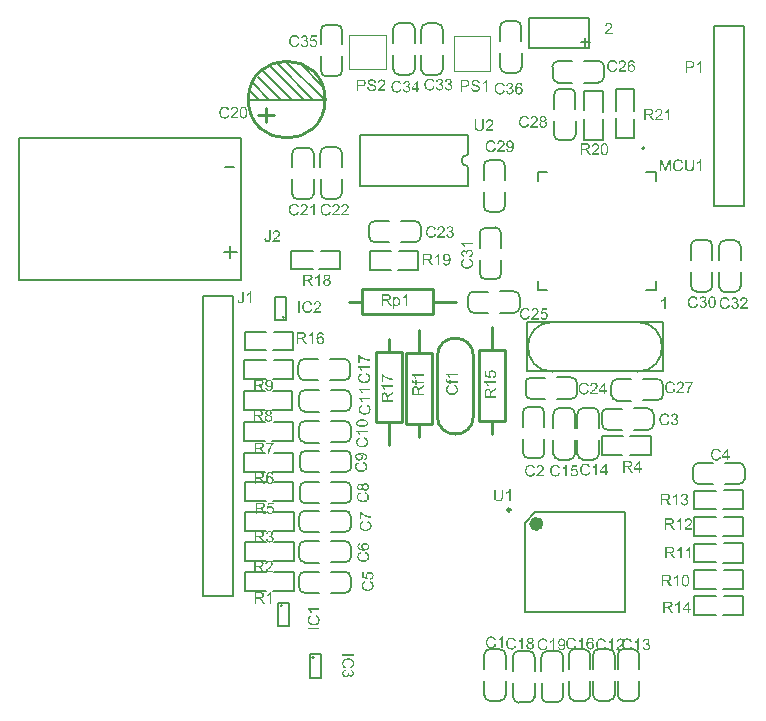
<source format=gto>
%FSLAX23Y23*%
%MOIN*%
G70*
G01*
G75*
G04 Layer_Color=65535*
%ADD10C,0.010*%
%ADD11R,0.051X0.050*%
%ADD12O,0.039X0.014*%
%ADD13R,0.058X0.011*%
%ADD14R,0.011X0.058*%
%ADD15R,0.118X0.039*%
%ADD16R,0.050X0.051*%
%ADD17R,0.039X0.028*%
%ADD18O,0.012X0.071*%
%ADD19O,0.071X0.012*%
%ADD20O,0.016X0.071*%
%ADD21R,0.016X0.071*%
%ADD22C,0.020*%
%ADD23C,0.016*%
%ADD24C,0.012*%
%ADD25C,0.059*%
%ADD26R,0.059X0.059*%
%ADD27C,0.063*%
%ADD28C,0.071*%
%ADD29R,0.059X0.059*%
%ADD30O,0.138X0.079*%
%ADD31C,0.043*%
%ADD32C,0.118*%
%ADD33C,0.028*%
%ADD34C,0.039*%
%ADD35C,0.008*%
%ADD36C,0.006*%
%ADD37C,0.024*%
%ADD38C,0.010*%
%ADD39C,0.005*%
%ADD40C,0.008*%
%ADD41C,0.004*%
%ADD42C,0.006*%
G36*
X1009Y-408D02*
X1009Y-409D01*
X1010Y-409D01*
X1010Y-409D01*
X1011Y-409D01*
X1013Y-409D01*
X1014Y-410D01*
X1015Y-410D01*
X1015Y-410D01*
X1016Y-411D01*
X1017Y-411D01*
X1017Y-412D01*
X1017Y-412D01*
X1017Y-412D01*
X1017Y-412D01*
X1017Y-412D01*
X1018Y-413D01*
X1018Y-414D01*
X1019Y-415D01*
X1019Y-416D01*
X1020Y-417D01*
X1020Y-418D01*
X1020Y-419D01*
Y-419D01*
Y-420D01*
X1020Y-420D01*
X1020Y-421D01*
X1020Y-421D01*
X1020Y-422D01*
X1019Y-423D01*
X1019Y-424D01*
X1019Y-424D01*
X1019Y-424D01*
X1019Y-424D01*
X1018Y-425D01*
X1018Y-426D01*
X1017Y-427D01*
X1017Y-427D01*
X1016Y-428D01*
X1016Y-428D01*
X1015Y-429D01*
X1015Y-429D01*
X1015Y-430D01*
X1014Y-430D01*
X1014Y-431D01*
X1013Y-431D01*
X1013Y-432D01*
X1012Y-432D01*
X1011Y-433D01*
X1010Y-434D01*
X1010Y-434D01*
X1009Y-435D01*
X1009Y-435D01*
X1008Y-435D01*
X1008Y-435D01*
X1008Y-436D01*
X1007Y-436D01*
X1006Y-437D01*
X1005Y-438D01*
X1005Y-439D01*
X1004Y-439D01*
X1003Y-440D01*
X1003Y-440D01*
X1003Y-440D01*
X1003Y-440D01*
X1003Y-440D01*
X1002Y-441D01*
X1002Y-442D01*
X1001Y-442D01*
X1020D01*
Y-447D01*
X995D01*
Y-447D01*
Y-447D01*
Y-446D01*
X995Y-446D01*
X995Y-445D01*
X995Y-445D01*
X995Y-444D01*
X995Y-444D01*
Y-444D01*
X995Y-444D01*
X995Y-443D01*
X996Y-443D01*
X996Y-442D01*
X996Y-441D01*
X997Y-441D01*
X997Y-440D01*
X998Y-439D01*
Y-439D01*
X998Y-439D01*
X999Y-438D01*
X999Y-438D01*
X1000Y-437D01*
X1001Y-436D01*
X1002Y-435D01*
X1003Y-434D01*
X1004Y-433D01*
X1005Y-433D01*
X1005Y-433D01*
X1005Y-432D01*
X1005Y-432D01*
X1006Y-432D01*
X1007Y-431D01*
X1008Y-430D01*
X1009Y-429D01*
X1011Y-427D01*
X1011Y-427D01*
X1012Y-426D01*
X1012Y-425D01*
X1013Y-425D01*
Y-425D01*
X1013Y-425D01*
X1013Y-424D01*
X1013Y-424D01*
X1014Y-424D01*
X1014Y-423D01*
X1014Y-422D01*
X1015Y-421D01*
X1015Y-420D01*
X1015Y-419D01*
Y-419D01*
Y-419D01*
X1015Y-419D01*
X1015Y-418D01*
X1015Y-417D01*
X1015Y-417D01*
X1014Y-416D01*
X1014Y-415D01*
X1013Y-414D01*
X1013Y-414D01*
X1013Y-414D01*
X1012Y-414D01*
X1012Y-413D01*
X1011Y-413D01*
X1010Y-413D01*
X1009Y-412D01*
X1008Y-412D01*
X1007D01*
X1007Y-412D01*
X1007Y-412D01*
X1006Y-413D01*
X1005Y-413D01*
X1004Y-413D01*
X1003Y-414D01*
X1002Y-414D01*
X1002Y-415D01*
X1002Y-415D01*
X1002Y-415D01*
X1001Y-416D01*
X1001Y-417D01*
X1001Y-418D01*
X1000Y-419D01*
X1000Y-420D01*
X995Y-420D01*
Y-419D01*
Y-419D01*
X996Y-419D01*
X996Y-419D01*
X996Y-418D01*
X996Y-418D01*
X996Y-416D01*
X997Y-415D01*
X997Y-414D01*
X998Y-412D01*
X999Y-412D01*
X999Y-411D01*
X999Y-411D01*
X999Y-411D01*
X1000Y-411D01*
X1000Y-411D01*
X1000Y-411D01*
X1001Y-410D01*
X1001Y-410D01*
X1002Y-410D01*
X1002Y-410D01*
X1003Y-409D01*
X1004Y-409D01*
X1004Y-409D01*
X1006Y-409D01*
X1007Y-408D01*
X1008Y-408D01*
X1008D01*
X1009Y-408D01*
D02*
G37*
G36*
X1038D02*
X1038D01*
X1038Y-409D01*
X1039Y-409D01*
X1040Y-409D01*
X1042Y-409D01*
X1043Y-410D01*
X1044Y-410D01*
X1044D01*
X1044Y-411D01*
X1044Y-411D01*
X1045Y-411D01*
X1045Y-411D01*
X1046Y-412D01*
X1047Y-413D01*
X1047Y-414D01*
X1048Y-415D01*
X1049Y-416D01*
Y-416D01*
X1049Y-416D01*
X1049Y-417D01*
X1049Y-417D01*
X1049Y-417D01*
X1049Y-418D01*
X1049Y-418D01*
X1050Y-419D01*
X1050Y-420D01*
X1050Y-421D01*
X1050Y-421D01*
X1050Y-422D01*
X1050Y-423D01*
X1050Y-424D01*
X1050Y-426D01*
Y-427D01*
Y-427D01*
Y-427D01*
Y-428D01*
Y-428D01*
X1050Y-429D01*
Y-430D01*
X1050Y-430D01*
X1050Y-431D01*
X1050Y-433D01*
X1050Y-435D01*
X1049Y-437D01*
X1049Y-438D01*
X1049Y-439D01*
Y-439D01*
X1049Y-439D01*
X1049Y-439D01*
X1048Y-439D01*
X1048Y-440D01*
X1048Y-440D01*
X1048Y-441D01*
X1047Y-442D01*
X1046Y-443D01*
X1045Y-444D01*
X1044Y-445D01*
X1044D01*
X1044Y-446D01*
X1044Y-446D01*
X1043Y-446D01*
X1043Y-446D01*
X1043Y-446D01*
X1042Y-447D01*
X1041Y-447D01*
X1040Y-447D01*
X1038Y-448D01*
X1037Y-448D01*
X1036D01*
X1036Y-448D01*
X1035D01*
X1035Y-448D01*
X1034Y-447D01*
X1033Y-447D01*
X1032Y-447D01*
X1030Y-446D01*
X1029Y-445D01*
X1029Y-445D01*
X1029Y-445D01*
X1029Y-445D01*
X1028Y-444D01*
X1028Y-443D01*
X1027Y-442D01*
X1027Y-441D01*
X1026Y-440D01*
X1026Y-438D01*
X1030Y-438D01*
Y-438D01*
Y-438D01*
X1030Y-438D01*
X1030Y-438D01*
X1031Y-439D01*
X1031Y-440D01*
X1031Y-440D01*
X1031Y-441D01*
X1032Y-442D01*
X1032Y-442D01*
X1033Y-442D01*
X1033Y-443D01*
X1033Y-443D01*
X1034Y-443D01*
X1034Y-443D01*
X1035Y-444D01*
X1036Y-444D01*
X1037Y-444D01*
X1037D01*
X1037Y-444D01*
X1038Y-444D01*
X1039Y-444D01*
X1039Y-443D01*
X1040Y-443D01*
X1040Y-443D01*
X1041Y-443D01*
X1041Y-443D01*
X1041Y-442D01*
X1041Y-442D01*
X1042Y-442D01*
X1042Y-441D01*
X1043Y-441D01*
X1043Y-440D01*
X1043Y-440D01*
X1043Y-440D01*
X1044Y-439D01*
X1044Y-439D01*
X1044Y-438D01*
X1044Y-438D01*
X1045Y-437D01*
X1045Y-436D01*
Y-436D01*
X1045Y-436D01*
Y-435D01*
X1045Y-435D01*
X1045Y-435D01*
X1045Y-434D01*
X1045Y-433D01*
X1046Y-432D01*
X1046Y-431D01*
Y-430D01*
Y-430D01*
Y-430D01*
Y-429D01*
Y-429D01*
X1046Y-429D01*
X1045Y-429D01*
X1045Y-430D01*
X1045Y-430D01*
X1044Y-431D01*
X1043Y-431D01*
X1043Y-432D01*
X1042Y-433D01*
X1042Y-433D01*
X1041Y-433D01*
X1041Y-433D01*
X1040Y-433D01*
X1039Y-434D01*
X1038Y-434D01*
X1037Y-434D01*
X1036Y-434D01*
X1036D01*
X1036Y-434D01*
X1035Y-434D01*
X1035Y-434D01*
X1034Y-434D01*
X1032Y-433D01*
X1032Y-433D01*
X1031Y-432D01*
X1030Y-432D01*
X1030Y-432D01*
X1029Y-431D01*
X1028Y-431D01*
X1028Y-430D01*
X1028Y-430D01*
X1028Y-430D01*
X1028Y-430D01*
X1028Y-430D01*
X1027Y-429D01*
X1027Y-429D01*
X1027Y-428D01*
X1026Y-427D01*
X1026Y-427D01*
X1026Y-426D01*
X1026Y-425D01*
X1025Y-424D01*
X1025Y-423D01*
X1025Y-422D01*
X1025Y-421D01*
Y-421D01*
Y-421D01*
Y-421D01*
X1025Y-420D01*
X1025Y-420D01*
X1025Y-419D01*
X1025Y-419D01*
X1026Y-418D01*
X1026Y-417D01*
X1026Y-416D01*
X1027Y-415D01*
X1027Y-414D01*
X1027Y-413D01*
X1028Y-413D01*
X1028Y-412D01*
X1029Y-412D01*
X1029Y-412D01*
X1029Y-412D01*
X1029Y-411D01*
X1029Y-411D01*
X1030Y-411D01*
X1030Y-410D01*
X1031Y-410D01*
X1031Y-410D01*
X1032Y-410D01*
X1034Y-409D01*
X1034Y-409D01*
X1035Y-409D01*
X1036Y-408D01*
X1037Y-408D01*
X1037D01*
X1038Y-408D01*
D02*
G37*
G36*
X976Y-408D02*
X977Y-408D01*
X977Y-408D01*
X978Y-408D01*
X978Y-408D01*
X980Y-409D01*
X982Y-409D01*
X982Y-410D01*
X983Y-410D01*
X984Y-410D01*
X985Y-411D01*
X985Y-411D01*
X985Y-411D01*
X985Y-411D01*
X985Y-411D01*
X986Y-412D01*
X986Y-412D01*
X987Y-413D01*
X987Y-413D01*
X987Y-414D01*
X988Y-414D01*
X988Y-415D01*
X989Y-416D01*
X989Y-416D01*
X990Y-417D01*
X990Y-419D01*
X985Y-420D01*
Y-420D01*
X985Y-420D01*
X985Y-420D01*
X985Y-420D01*
X985Y-419D01*
X985Y-419D01*
X984Y-418D01*
X984Y-417D01*
X983Y-416D01*
X982Y-415D01*
X981Y-414D01*
X981Y-414D01*
X981Y-414D01*
X980Y-414D01*
X980Y-413D01*
X979Y-413D01*
X978Y-413D01*
X976Y-412D01*
X975Y-412D01*
X975D01*
X974Y-412D01*
X974D01*
X973Y-412D01*
X972Y-413D01*
X971Y-413D01*
X970Y-413D01*
X969Y-414D01*
X968Y-414D01*
X968D01*
X967Y-415D01*
X967Y-415D01*
X967Y-415D01*
X966Y-416D01*
X965Y-417D01*
X965Y-418D01*
X964Y-419D01*
X963Y-420D01*
Y-420D01*
X963Y-420D01*
X963Y-421D01*
X963Y-421D01*
X963Y-421D01*
X963Y-421D01*
X963Y-422D01*
X963Y-424D01*
X962Y-425D01*
X962Y-426D01*
X962Y-428D01*
Y-428D01*
Y-428D01*
Y-428D01*
Y-428D01*
X962Y-429D01*
Y-429D01*
X962Y-430D01*
X962Y-430D01*
X963Y-432D01*
X963Y-433D01*
X963Y-435D01*
X964Y-436D01*
Y-436D01*
X964Y-436D01*
X964Y-436D01*
X964Y-437D01*
X964Y-437D01*
X965Y-438D01*
X965Y-439D01*
X966Y-440D01*
X967Y-441D01*
X968Y-442D01*
X968D01*
X968Y-442D01*
X968Y-442D01*
X969Y-442D01*
X969Y-442D01*
X970Y-442D01*
X971Y-443D01*
X972Y-443D01*
X973Y-443D01*
X975Y-443D01*
X975D01*
X975Y-443D01*
X976D01*
X976Y-443D01*
X977Y-443D01*
X978Y-443D01*
X979Y-442D01*
X981Y-442D01*
X982Y-441D01*
X982Y-441D01*
X982Y-441D01*
X982Y-440D01*
X983Y-440D01*
X983Y-439D01*
X984Y-438D01*
X985Y-437D01*
X985Y-435D01*
X986Y-434D01*
X991Y-435D01*
Y-435D01*
X991Y-435D01*
X991Y-435D01*
X991Y-436D01*
X990Y-436D01*
X990Y-437D01*
X990Y-438D01*
X990Y-438D01*
X989Y-440D01*
X988Y-442D01*
X987Y-443D01*
X986Y-444D01*
X985Y-444D01*
X985Y-444D01*
X985Y-444D01*
X985Y-445D01*
X984Y-445D01*
X984Y-445D01*
X984Y-445D01*
X983Y-446D01*
X982Y-446D01*
X982Y-446D01*
X981Y-447D01*
X980Y-447D01*
X979Y-447D01*
X977Y-448D01*
X976Y-448D01*
X975Y-448D01*
X974D01*
X974Y-448D01*
X973D01*
X973Y-448D01*
X972Y-447D01*
X971Y-447D01*
X970Y-447D01*
X968Y-447D01*
X966Y-446D01*
X966Y-446D01*
X965Y-445D01*
X965Y-445D01*
X965Y-445D01*
X965Y-445D01*
X964Y-445D01*
X964Y-444D01*
X963Y-443D01*
X962Y-442D01*
X961Y-441D01*
X960Y-440D01*
X959Y-438D01*
Y-438D01*
X959Y-438D01*
X959Y-437D01*
X959Y-437D01*
X959Y-437D01*
X958Y-436D01*
X958Y-435D01*
X958Y-435D01*
X958Y-434D01*
X958Y-433D01*
X957Y-431D01*
X957Y-430D01*
X957Y-428D01*
Y-427D01*
Y-427D01*
Y-427D01*
X957Y-427D01*
Y-426D01*
X957Y-425D01*
X957Y-425D01*
X957Y-424D01*
X958Y-422D01*
X958Y-421D01*
X959Y-419D01*
X959Y-417D01*
Y-417D01*
X959Y-417D01*
X960Y-417D01*
X960Y-416D01*
X960Y-416D01*
X960Y-416D01*
X961Y-415D01*
X962Y-413D01*
X963Y-412D01*
X964Y-411D01*
X966Y-410D01*
X966D01*
X966Y-410D01*
X966Y-410D01*
X967Y-410D01*
X967Y-410D01*
X967Y-410D01*
X968Y-409D01*
X969Y-409D01*
X969Y-409D01*
X970Y-409D01*
X971Y-408D01*
X973Y-408D01*
X975Y-408D01*
X976D01*
X976Y-408D01*
D02*
G37*
G36*
X1087Y-327D02*
X1088Y-327D01*
X1088Y-327D01*
X1089Y-327D01*
X1089Y-327D01*
X1091Y-328D01*
X1093Y-328D01*
X1093Y-329D01*
X1094Y-329D01*
X1095Y-329D01*
X1096Y-330D01*
X1096Y-330D01*
X1096Y-330D01*
X1096Y-330D01*
X1096Y-330D01*
X1097Y-331D01*
X1097Y-331D01*
X1098Y-332D01*
X1098Y-332D01*
X1098Y-333D01*
X1099Y-333D01*
X1099Y-334D01*
X1100Y-335D01*
X1100Y-335D01*
X1101Y-336D01*
X1101Y-338D01*
X1096Y-339D01*
Y-339D01*
X1096Y-339D01*
X1096Y-339D01*
X1096Y-339D01*
X1096Y-338D01*
X1096Y-338D01*
X1095Y-337D01*
X1095Y-336D01*
X1094Y-335D01*
X1093Y-334D01*
X1092Y-333D01*
X1092Y-333D01*
X1092Y-333D01*
X1091Y-333D01*
X1091Y-332D01*
X1090Y-332D01*
X1089Y-332D01*
X1087Y-331D01*
X1086Y-331D01*
X1086D01*
X1085Y-331D01*
X1085D01*
X1084Y-331D01*
X1083Y-332D01*
X1082Y-332D01*
X1081Y-332D01*
X1080Y-333D01*
X1079Y-333D01*
X1079D01*
X1078Y-334D01*
X1078Y-334D01*
X1078Y-334D01*
X1077Y-335D01*
X1076Y-336D01*
X1076Y-337D01*
X1075Y-338D01*
X1074Y-339D01*
Y-339D01*
X1074Y-339D01*
X1074Y-340D01*
X1074Y-340D01*
X1074Y-340D01*
X1074Y-340D01*
X1074Y-341D01*
X1074Y-343D01*
X1073Y-344D01*
X1073Y-345D01*
X1073Y-347D01*
Y-347D01*
Y-347D01*
Y-347D01*
Y-347D01*
X1073Y-348D01*
Y-348D01*
X1073Y-349D01*
X1073Y-349D01*
X1074Y-351D01*
X1074Y-352D01*
X1074Y-354D01*
X1075Y-355D01*
Y-355D01*
X1075Y-355D01*
X1075Y-355D01*
X1075Y-356D01*
X1075Y-356D01*
X1076Y-357D01*
X1076Y-358D01*
X1077Y-359D01*
X1078Y-360D01*
X1079Y-361D01*
X1079D01*
X1079Y-361D01*
X1079Y-361D01*
X1080Y-361D01*
X1080Y-361D01*
X1081Y-361D01*
X1082Y-362D01*
X1083Y-362D01*
X1084Y-362D01*
X1086Y-362D01*
X1086D01*
X1086Y-362D01*
X1087D01*
X1087Y-362D01*
X1088Y-362D01*
X1089Y-362D01*
X1090Y-361D01*
X1092Y-361D01*
X1093Y-360D01*
X1093Y-360D01*
X1093Y-360D01*
X1093Y-359D01*
X1094Y-359D01*
X1094Y-358D01*
X1095Y-357D01*
X1096Y-356D01*
X1096Y-354D01*
X1097Y-353D01*
X1102Y-354D01*
Y-354D01*
X1102Y-354D01*
X1102Y-354D01*
X1102Y-355D01*
X1101Y-355D01*
X1101Y-356D01*
X1101Y-357D01*
X1101Y-357D01*
X1100Y-359D01*
X1099Y-361D01*
X1098Y-362D01*
X1097Y-363D01*
X1096Y-363D01*
X1096Y-363D01*
X1096Y-363D01*
X1096Y-364D01*
X1095Y-364D01*
X1095Y-364D01*
X1095Y-364D01*
X1094Y-365D01*
X1093Y-365D01*
X1093Y-365D01*
X1092Y-366D01*
X1091Y-366D01*
X1090Y-366D01*
X1088Y-367D01*
X1087Y-367D01*
X1086Y-367D01*
X1085D01*
X1085Y-367D01*
X1084D01*
X1084Y-367D01*
X1083Y-366D01*
X1082Y-366D01*
X1081Y-366D01*
X1079Y-366D01*
X1077Y-365D01*
X1077Y-365D01*
X1076Y-364D01*
X1076Y-364D01*
X1076Y-364D01*
X1076Y-364D01*
X1075Y-364D01*
X1075Y-363D01*
X1074Y-362D01*
X1073Y-361D01*
X1072Y-360D01*
X1071Y-359D01*
X1070Y-357D01*
Y-357D01*
X1070Y-357D01*
X1070Y-356D01*
X1070Y-356D01*
X1070Y-356D01*
X1069Y-355D01*
X1069Y-354D01*
X1069Y-354D01*
X1069Y-353D01*
X1069Y-352D01*
X1068Y-350D01*
X1068Y-349D01*
X1068Y-347D01*
Y-346D01*
Y-346D01*
Y-346D01*
X1068Y-346D01*
Y-345D01*
X1068Y-344D01*
X1068Y-344D01*
X1068Y-343D01*
X1069Y-341D01*
X1069Y-340D01*
X1070Y-338D01*
X1070Y-336D01*
Y-336D01*
X1070Y-336D01*
X1071Y-336D01*
X1071Y-335D01*
X1071Y-335D01*
X1071Y-335D01*
X1072Y-334D01*
X1073Y-332D01*
X1074Y-331D01*
X1075Y-330D01*
X1077Y-329D01*
X1077D01*
X1077Y-329D01*
X1077Y-329D01*
X1078Y-329D01*
X1078Y-329D01*
X1078Y-329D01*
X1079Y-328D01*
X1080Y-328D01*
X1080Y-328D01*
X1081Y-328D01*
X1082Y-327D01*
X1084Y-327D01*
X1086Y-327D01*
X1087D01*
X1087Y-327D01*
D02*
G37*
G36*
X1574Y-1212D02*
X1575Y-1212D01*
X1575Y-1212D01*
X1576Y-1212D01*
X1576Y-1212D01*
X1578Y-1213D01*
X1580Y-1213D01*
X1580Y-1214D01*
X1581Y-1214D01*
X1582Y-1214D01*
X1583Y-1215D01*
X1583Y-1215D01*
X1583Y-1215D01*
X1583Y-1215D01*
X1583Y-1215D01*
X1584Y-1216D01*
X1584Y-1216D01*
X1585Y-1217D01*
X1585Y-1217D01*
X1585Y-1218D01*
X1586Y-1218D01*
X1586Y-1219D01*
X1587Y-1220D01*
X1587Y-1220D01*
X1588Y-1221D01*
X1588Y-1223D01*
X1583Y-1224D01*
Y-1224D01*
X1583Y-1224D01*
X1583Y-1224D01*
X1583Y-1224D01*
X1583Y-1223D01*
X1583Y-1223D01*
X1582Y-1222D01*
X1582Y-1221D01*
X1581Y-1220D01*
X1580Y-1219D01*
X1579Y-1218D01*
X1579Y-1218D01*
X1579Y-1218D01*
X1578Y-1218D01*
X1578Y-1217D01*
X1577Y-1217D01*
X1576Y-1217D01*
X1574Y-1216D01*
X1573Y-1216D01*
X1573D01*
X1572Y-1216D01*
X1572D01*
X1571Y-1216D01*
X1570Y-1217D01*
X1569Y-1217D01*
X1568Y-1217D01*
X1567Y-1218D01*
X1566Y-1218D01*
X1566D01*
X1565Y-1219D01*
X1565Y-1219D01*
X1565Y-1219D01*
X1564Y-1220D01*
X1563Y-1221D01*
X1563Y-1222D01*
X1562Y-1223D01*
X1561Y-1224D01*
Y-1224D01*
X1561Y-1224D01*
X1561Y-1224D01*
X1561Y-1225D01*
X1561Y-1225D01*
X1561Y-1225D01*
X1561Y-1226D01*
X1561Y-1228D01*
X1560Y-1229D01*
X1560Y-1230D01*
X1560Y-1232D01*
Y-1232D01*
Y-1232D01*
Y-1232D01*
Y-1232D01*
X1560Y-1233D01*
Y-1233D01*
X1560Y-1234D01*
X1560Y-1234D01*
X1561Y-1236D01*
X1561Y-1237D01*
X1561Y-1239D01*
X1562Y-1240D01*
Y-1240D01*
X1562Y-1240D01*
X1562Y-1240D01*
X1562Y-1241D01*
X1562Y-1241D01*
X1563Y-1242D01*
X1563Y-1243D01*
X1564Y-1244D01*
X1565Y-1245D01*
X1566Y-1246D01*
X1566D01*
X1566Y-1246D01*
X1566Y-1246D01*
X1567Y-1246D01*
X1567Y-1246D01*
X1568Y-1246D01*
X1569Y-1247D01*
X1570Y-1247D01*
X1571Y-1247D01*
X1573Y-1247D01*
X1573D01*
X1573Y-1247D01*
X1574D01*
X1574Y-1247D01*
X1575Y-1247D01*
X1576Y-1247D01*
X1577Y-1246D01*
X1579Y-1246D01*
X1580Y-1245D01*
X1580Y-1245D01*
X1580Y-1245D01*
X1580Y-1244D01*
X1581Y-1244D01*
X1581Y-1243D01*
X1582Y-1242D01*
X1583Y-1241D01*
X1583Y-1239D01*
X1584Y-1238D01*
X1589Y-1239D01*
Y-1239D01*
X1589Y-1239D01*
X1589Y-1239D01*
X1589Y-1240D01*
X1588Y-1240D01*
X1588Y-1241D01*
X1588Y-1242D01*
X1588Y-1242D01*
X1587Y-1244D01*
X1586Y-1246D01*
X1585Y-1247D01*
X1584Y-1248D01*
X1583Y-1248D01*
X1583Y-1248D01*
X1583Y-1248D01*
X1583Y-1249D01*
X1582Y-1249D01*
X1582Y-1249D01*
X1582Y-1249D01*
X1581Y-1250D01*
X1580Y-1250D01*
X1580Y-1250D01*
X1579Y-1251D01*
X1578Y-1251D01*
X1577Y-1251D01*
X1575Y-1252D01*
X1574Y-1252D01*
X1573Y-1252D01*
X1572D01*
X1572Y-1252D01*
X1571D01*
X1571Y-1252D01*
X1570Y-1251D01*
X1569Y-1251D01*
X1568Y-1251D01*
X1566Y-1251D01*
X1564Y-1250D01*
X1564Y-1250D01*
X1563Y-1249D01*
X1563Y-1249D01*
X1563Y-1249D01*
X1563Y-1249D01*
X1562Y-1249D01*
X1562Y-1248D01*
X1561Y-1247D01*
X1560Y-1246D01*
X1559Y-1245D01*
X1558Y-1244D01*
X1557Y-1242D01*
Y-1242D01*
X1557Y-1242D01*
X1557Y-1241D01*
X1557Y-1241D01*
X1557Y-1241D01*
X1556Y-1240D01*
X1556Y-1239D01*
X1556Y-1239D01*
X1556Y-1238D01*
X1556Y-1237D01*
X1555Y-1235D01*
X1555Y-1234D01*
X1555Y-1232D01*
Y-1231D01*
Y-1231D01*
Y-1231D01*
X1555Y-1231D01*
Y-1230D01*
X1555Y-1229D01*
X1555Y-1229D01*
X1555Y-1228D01*
X1556Y-1226D01*
X1556Y-1225D01*
X1557Y-1223D01*
X1557Y-1221D01*
Y-1221D01*
X1557Y-1221D01*
X1558Y-1221D01*
X1558Y-1220D01*
X1558Y-1220D01*
X1558Y-1220D01*
X1559Y-1219D01*
X1560Y-1217D01*
X1561Y-1216D01*
X1562Y-1215D01*
X1564Y-1214D01*
X1564D01*
X1564Y-1214D01*
X1564Y-1214D01*
X1565Y-1214D01*
X1565Y-1214D01*
X1565Y-1214D01*
X1566Y-1213D01*
X1567Y-1213D01*
X1567Y-1213D01*
X1568Y-1213D01*
X1569Y-1212D01*
X1571Y-1212D01*
X1573Y-1212D01*
X1574D01*
X1574Y-1212D01*
D02*
G37*
G36*
X1149Y-327D02*
X1150D01*
X1150Y-328D01*
X1151Y-328D01*
X1153Y-328D01*
X1154Y-329D01*
X1155Y-329D01*
X1155Y-329D01*
X1156Y-330D01*
X1157Y-330D01*
X1157Y-330D01*
X1157Y-330D01*
X1157Y-331D01*
X1157Y-331D01*
X1157Y-331D01*
X1158Y-331D01*
X1158Y-332D01*
X1159Y-333D01*
X1159Y-335D01*
X1160Y-336D01*
X1160Y-337D01*
X1160Y-337D01*
Y-338D01*
Y-338D01*
X1160Y-338D01*
X1160Y-339D01*
X1159Y-340D01*
X1159Y-341D01*
X1159Y-341D01*
X1158Y-342D01*
X1158Y-342D01*
X1158Y-342D01*
X1158Y-343D01*
X1157Y-343D01*
X1157Y-344D01*
X1156Y-344D01*
X1155Y-345D01*
X1154Y-345D01*
X1154D01*
X1154Y-345D01*
X1154Y-345D01*
X1155Y-345D01*
X1155Y-346D01*
X1156Y-346D01*
X1157Y-347D01*
X1158Y-347D01*
X1159Y-348D01*
X1159Y-349D01*
X1160Y-349D01*
X1160Y-349D01*
X1160Y-350D01*
X1160Y-351D01*
X1161Y-351D01*
X1161Y-353D01*
X1161Y-354D01*
X1161Y-355D01*
Y-355D01*
Y-355D01*
Y-355D01*
X1161Y-356D01*
X1161Y-356D01*
X1161Y-357D01*
X1161Y-358D01*
X1160Y-359D01*
X1160Y-360D01*
X1160Y-361D01*
X1159Y-361D01*
X1159Y-362D01*
X1158Y-363D01*
X1158Y-363D01*
X1158Y-363D01*
X1158Y-363D01*
X1158Y-364D01*
X1157Y-364D01*
X1157Y-364D01*
X1156Y-364D01*
X1156Y-365D01*
X1155Y-365D01*
X1155Y-365D01*
X1154Y-366D01*
X1153Y-366D01*
X1152Y-366D01*
X1152Y-366D01*
X1151Y-367D01*
X1150Y-367D01*
X1149Y-367D01*
X1148D01*
X1148Y-367D01*
X1147Y-367D01*
X1147Y-366D01*
X1146Y-366D01*
X1145Y-366D01*
X1144Y-366D01*
X1143Y-366D01*
X1142Y-365D01*
X1142Y-365D01*
X1141Y-364D01*
X1140Y-364D01*
X1139Y-363D01*
X1139Y-363D01*
X1139Y-363D01*
X1139Y-363D01*
X1139Y-363D01*
X1139Y-362D01*
X1138Y-362D01*
X1138Y-361D01*
X1138Y-361D01*
X1137Y-360D01*
X1137Y-360D01*
X1137Y-358D01*
X1136Y-358D01*
X1136Y-357D01*
X1136Y-356D01*
X1136Y-355D01*
Y-355D01*
Y-355D01*
Y-355D01*
X1136Y-354D01*
Y-354D01*
X1136Y-354D01*
X1136Y-353D01*
X1137Y-352D01*
X1137Y-351D01*
X1137Y-350D01*
X1138Y-349D01*
Y-349D01*
X1138Y-349D01*
X1138Y-348D01*
X1139Y-348D01*
X1139Y-347D01*
X1140Y-347D01*
X1141Y-346D01*
X1142Y-346D01*
X1143Y-345D01*
X1143D01*
X1143Y-345D01*
X1143Y-345D01*
X1142Y-345D01*
X1142Y-344D01*
X1141Y-344D01*
X1140Y-343D01*
X1140Y-343D01*
X1139Y-342D01*
X1139Y-342D01*
X1139Y-342D01*
X1138Y-341D01*
X1138Y-341D01*
X1138Y-340D01*
X1138Y-339D01*
X1138Y-338D01*
X1138Y-337D01*
Y-337D01*
Y-337D01*
Y-337D01*
X1138Y-337D01*
X1138Y-336D01*
X1138Y-336D01*
X1138Y-335D01*
X1138Y-334D01*
X1139Y-333D01*
X1139Y-332D01*
X1140Y-331D01*
X1140Y-331D01*
X1141Y-330D01*
X1141Y-330D01*
X1141Y-330D01*
X1141Y-330D01*
X1141Y-330D01*
X1141Y-330D01*
X1142Y-329D01*
X1142Y-329D01*
X1143Y-329D01*
X1144Y-328D01*
X1145Y-328D01*
X1147Y-328D01*
X1148Y-327D01*
X1149Y-327D01*
X1149D01*
X1149Y-327D01*
D02*
G37*
G36*
X1120D02*
X1120Y-328D01*
X1121Y-328D01*
X1121Y-328D01*
X1122Y-328D01*
X1124Y-328D01*
X1125Y-329D01*
X1126Y-329D01*
X1126Y-329D01*
X1127Y-330D01*
X1128Y-330D01*
X1128Y-331D01*
X1128Y-331D01*
X1128Y-331D01*
X1128Y-331D01*
X1128Y-331D01*
X1129Y-332D01*
X1129Y-333D01*
X1130Y-334D01*
X1130Y-335D01*
X1131Y-336D01*
X1131Y-337D01*
X1131Y-338D01*
Y-338D01*
Y-339D01*
X1131Y-339D01*
X1131Y-340D01*
X1131Y-340D01*
X1131Y-341D01*
X1130Y-342D01*
X1130Y-343D01*
X1130Y-343D01*
X1130Y-343D01*
X1130Y-343D01*
X1129Y-344D01*
X1129Y-345D01*
X1128Y-346D01*
X1128Y-346D01*
X1127Y-347D01*
X1127Y-347D01*
X1126Y-348D01*
X1126Y-348D01*
X1126Y-349D01*
X1125Y-349D01*
X1125Y-350D01*
X1124Y-350D01*
X1124Y-351D01*
X1123Y-351D01*
X1122Y-352D01*
X1121Y-353D01*
X1121Y-353D01*
X1120Y-354D01*
X1120Y-354D01*
X1119Y-354D01*
X1119Y-354D01*
X1119Y-355D01*
X1118Y-355D01*
X1117Y-356D01*
X1116Y-357D01*
X1116Y-358D01*
X1115Y-358D01*
X1114Y-359D01*
X1114Y-359D01*
X1114Y-359D01*
X1114Y-359D01*
X1114Y-359D01*
X1113Y-360D01*
X1113Y-361D01*
X1112Y-361D01*
X1131D01*
Y-366D01*
X1106D01*
Y-366D01*
Y-366D01*
Y-365D01*
X1106Y-365D01*
X1106Y-364D01*
X1106Y-364D01*
X1106Y-363D01*
X1106Y-363D01*
Y-363D01*
X1106Y-363D01*
X1106Y-362D01*
X1107Y-362D01*
X1107Y-361D01*
X1107Y-360D01*
X1108Y-360D01*
X1108Y-359D01*
X1109Y-358D01*
Y-358D01*
X1109Y-358D01*
X1110Y-357D01*
X1110Y-357D01*
X1111Y-356D01*
X1112Y-355D01*
X1113Y-354D01*
X1114Y-353D01*
X1115Y-352D01*
X1116Y-352D01*
X1116Y-352D01*
X1116Y-351D01*
X1116Y-351D01*
X1117Y-351D01*
X1118Y-350D01*
X1119Y-349D01*
X1120Y-348D01*
X1122Y-346D01*
X1122Y-346D01*
X1123Y-345D01*
X1123Y-344D01*
X1124Y-344D01*
Y-344D01*
X1124Y-344D01*
X1124Y-343D01*
X1124Y-343D01*
X1125Y-343D01*
X1125Y-342D01*
X1125Y-341D01*
X1126Y-340D01*
X1126Y-339D01*
X1126Y-338D01*
Y-338D01*
Y-338D01*
X1126Y-338D01*
X1126Y-337D01*
X1126Y-336D01*
X1126Y-336D01*
X1125Y-335D01*
X1125Y-334D01*
X1124Y-333D01*
X1124Y-333D01*
X1124Y-333D01*
X1123Y-333D01*
X1123Y-332D01*
X1122Y-332D01*
X1121Y-332D01*
X1120Y-331D01*
X1119Y-331D01*
X1118D01*
X1118Y-331D01*
X1118Y-331D01*
X1117Y-332D01*
X1116Y-332D01*
X1115Y-332D01*
X1114Y-333D01*
X1113Y-333D01*
X1113Y-334D01*
X1113Y-334D01*
X1113Y-334D01*
X1112Y-335D01*
X1112Y-336D01*
X1112Y-337D01*
X1111Y-338D01*
X1111Y-339D01*
X1106Y-339D01*
Y-338D01*
Y-338D01*
X1107Y-338D01*
X1107Y-338D01*
X1107Y-337D01*
X1107Y-337D01*
X1107Y-335D01*
X1108Y-334D01*
X1108Y-333D01*
X1109Y-331D01*
X1110Y-331D01*
X1110Y-330D01*
X1110Y-330D01*
X1110Y-330D01*
X1111Y-330D01*
X1111Y-330D01*
X1111Y-330D01*
X1112Y-329D01*
X1112Y-329D01*
X1113Y-329D01*
X1113Y-329D01*
X1114Y-328D01*
X1115Y-328D01*
X1115Y-328D01*
X1117Y-328D01*
X1118Y-327D01*
X1119Y-327D01*
X1119D01*
X1120Y-327D01*
D02*
G37*
G36*
X903Y-773D02*
X904Y-773D01*
X904Y-773D01*
X905Y-773D01*
X906Y-773D01*
X907Y-773D01*
X908Y-774D01*
X908Y-774D01*
X909Y-775D01*
X910Y-775D01*
X910Y-776D01*
X911Y-776D01*
X911Y-776D01*
X911Y-776D01*
X911Y-777D01*
X912Y-777D01*
X912Y-777D01*
X912Y-778D01*
X913Y-778D01*
X913Y-779D01*
X913Y-779D01*
X914Y-780D01*
X914Y-781D01*
X914Y-782D01*
X914Y-783D01*
X914Y-784D01*
X915Y-785D01*
X915Y-786D01*
Y-786D01*
Y-786D01*
Y-786D01*
X915Y-786D01*
X915Y-787D01*
X914Y-787D01*
X914Y-788D01*
X914Y-788D01*
X914Y-790D01*
X913Y-791D01*
X913Y-792D01*
X913Y-793D01*
X912Y-793D01*
X912Y-794D01*
X912Y-794D01*
X912Y-794D01*
X911Y-794D01*
X911Y-794D01*
X911Y-795D01*
X910Y-795D01*
X910Y-795D01*
X910Y-796D01*
X908Y-796D01*
X907Y-797D01*
X906Y-797D01*
X905Y-798D01*
X904Y-798D01*
X903Y-793D01*
X903D01*
X903Y-793D01*
X904D01*
X904Y-793D01*
X905Y-793D01*
X905Y-792D01*
X906Y-792D01*
X907Y-791D01*
X908Y-791D01*
X909Y-790D01*
X909Y-790D01*
X909Y-790D01*
X909Y-789D01*
X910Y-789D01*
X910Y-788D01*
X910Y-787D01*
X911Y-787D01*
X911Y-786D01*
Y-785D01*
Y-785D01*
Y-785D01*
X911Y-785D01*
X911Y-784D01*
X910Y-784D01*
X910Y-783D01*
X910Y-782D01*
X909Y-781D01*
X908Y-780D01*
X908Y-780D01*
X908Y-780D01*
X908Y-779D01*
X907Y-779D01*
X906Y-778D01*
X905Y-778D01*
X904Y-778D01*
X903Y-778D01*
X902D01*
X902Y-778D01*
X902Y-778D01*
X901Y-778D01*
X900Y-778D01*
X899Y-779D01*
X898Y-779D01*
X897Y-780D01*
X897Y-780D01*
X897Y-780D01*
X897Y-781D01*
X896Y-781D01*
X896Y-782D01*
X896Y-783D01*
X895Y-784D01*
X895Y-785D01*
Y-785D01*
Y-785D01*
Y-786D01*
X895Y-786D01*
X895Y-787D01*
X895Y-787D01*
X896Y-788D01*
X896Y-788D01*
X892Y-788D01*
Y-788D01*
Y-788D01*
X892Y-787D01*
Y-787D01*
Y-787D01*
Y-787D01*
Y-787D01*
Y-787D01*
X892Y-786D01*
X891Y-785D01*
X891Y-785D01*
X891Y-784D01*
X891Y-783D01*
X890Y-782D01*
X890Y-782D01*
X890Y-781D01*
X889Y-781D01*
X889Y-781D01*
X888Y-780D01*
X887Y-780D01*
X886Y-779D01*
X885Y-779D01*
X885D01*
X884Y-779D01*
X884Y-780D01*
X883Y-780D01*
X882Y-780D01*
X882Y-780D01*
X881Y-781D01*
X881Y-781D01*
X881Y-781D01*
X880Y-782D01*
X880Y-782D01*
X880Y-783D01*
X880Y-784D01*
X879Y-785D01*
X879Y-786D01*
Y-786D01*
Y-786D01*
Y-786D01*
X879Y-787D01*
X879Y-787D01*
X880Y-788D01*
X880Y-789D01*
X880Y-789D01*
X881Y-790D01*
X881Y-790D01*
X881Y-790D01*
X882Y-791D01*
X882Y-791D01*
X883Y-792D01*
X884Y-792D01*
X885Y-792D01*
X886Y-792D01*
X885Y-797D01*
X885D01*
X885Y-797D01*
X885Y-797D01*
X885Y-797D01*
X884Y-797D01*
X884Y-797D01*
X883Y-796D01*
X881Y-796D01*
X880Y-795D01*
X879Y-794D01*
X878Y-793D01*
X878Y-793D01*
X878Y-793D01*
X878Y-793D01*
X878Y-793D01*
X877Y-792D01*
X877Y-792D01*
X877Y-791D01*
X876Y-790D01*
X876Y-789D01*
X876Y-787D01*
X875Y-787D01*
Y-786D01*
Y-786D01*
Y-786D01*
Y-785D01*
Y-785D01*
X875Y-785D01*
X876Y-784D01*
X876Y-783D01*
X876Y-782D01*
X876Y-781D01*
X877Y-780D01*
Y-780D01*
X877Y-780D01*
X877Y-779D01*
X877Y-779D01*
X878Y-778D01*
X878Y-778D01*
X879Y-777D01*
X880Y-776D01*
X880Y-776D01*
X881Y-776D01*
X881Y-776D01*
X881Y-775D01*
X882Y-775D01*
X883Y-775D01*
X884Y-775D01*
X884Y-775D01*
X885Y-774D01*
X886D01*
X886Y-775D01*
X887Y-775D01*
X888Y-775D01*
X888Y-775D01*
X889Y-775D01*
X890Y-776D01*
X890Y-776D01*
X890Y-776D01*
X891Y-776D01*
X891Y-777D01*
X892Y-777D01*
X892Y-778D01*
X893Y-779D01*
X893Y-780D01*
Y-780D01*
X893Y-780D01*
Y-779D01*
X893Y-779D01*
X894Y-779D01*
X894Y-778D01*
X894Y-777D01*
X895Y-776D01*
X896Y-775D01*
X896Y-775D01*
X897Y-774D01*
X897Y-774D01*
X897Y-774D01*
X898Y-774D01*
X899Y-773D01*
X900Y-773D01*
X901Y-773D01*
X903Y-773D01*
X903D01*
X903Y-773D01*
D02*
G37*
G36*
X914Y-755D02*
X884D01*
X884Y-755D01*
X884Y-755D01*
X885Y-756D01*
X885Y-756D01*
X885Y-757D01*
X886Y-757D01*
X887Y-758D01*
X887Y-759D01*
Y-759D01*
X887Y-759D01*
X887Y-760D01*
X888Y-760D01*
X888Y-761D01*
X889Y-762D01*
X889Y-763D01*
X889Y-763D01*
X890Y-764D01*
X885D01*
Y-764D01*
X885Y-764D01*
X885Y-764D01*
X885Y-764D01*
X885Y-763D01*
X884Y-763D01*
X884Y-762D01*
X883Y-761D01*
X882Y-760D01*
X882Y-759D01*
X881Y-757D01*
X881Y-757D01*
X880Y-757D01*
X880Y-757D01*
X880Y-756D01*
X879Y-756D01*
X878Y-755D01*
X877Y-754D01*
X876Y-754D01*
X875Y-753D01*
Y-750D01*
X914D01*
Y-755D01*
D02*
G37*
G36*
X1819Y-931D02*
X1819Y-932D01*
X1820Y-932D01*
X1820Y-932D01*
X1821Y-932D01*
X1822Y-932D01*
X1824Y-933D01*
X1825Y-933D01*
X1825Y-933D01*
X1826Y-934D01*
X1827Y-934D01*
X1827Y-935D01*
X1827Y-935D01*
X1827Y-935D01*
X1827Y-935D01*
X1827Y-935D01*
X1828Y-936D01*
X1828Y-937D01*
X1829Y-938D01*
X1829Y-939D01*
X1830Y-940D01*
X1830Y-941D01*
X1830Y-942D01*
Y-942D01*
Y-943D01*
X1830Y-943D01*
X1830Y-944D01*
X1830Y-944D01*
X1829Y-945D01*
X1829Y-946D01*
X1829Y-947D01*
X1829Y-947D01*
X1829Y-947D01*
X1828Y-947D01*
X1828Y-948D01*
X1828Y-949D01*
X1827Y-950D01*
X1826Y-950D01*
X1826Y-951D01*
X1826Y-951D01*
X1825Y-952D01*
X1825Y-952D01*
X1824Y-953D01*
X1824Y-953D01*
X1824Y-954D01*
X1823Y-954D01*
X1822Y-955D01*
X1822Y-955D01*
X1821Y-956D01*
X1820Y-957D01*
X1819Y-957D01*
X1818Y-958D01*
X1818Y-958D01*
X1818Y-958D01*
X1818Y-958D01*
X1818Y-959D01*
X1817Y-959D01*
X1816Y-960D01*
X1815Y-961D01*
X1814Y-962D01*
X1814Y-962D01*
X1813Y-963D01*
X1813Y-963D01*
X1813Y-963D01*
X1813Y-963D01*
X1813Y-963D01*
X1812Y-964D01*
X1812Y-965D01*
X1811Y-965D01*
X1830D01*
Y-970D01*
X1804D01*
Y-970D01*
Y-970D01*
Y-969D01*
X1805Y-969D01*
X1805Y-968D01*
X1805Y-968D01*
X1805Y-967D01*
X1805Y-967D01*
Y-967D01*
X1805Y-967D01*
X1805Y-966D01*
X1805Y-966D01*
X1806Y-965D01*
X1806Y-964D01*
X1807Y-964D01*
X1807Y-963D01*
X1808Y-962D01*
Y-962D01*
X1808Y-962D01*
X1808Y-961D01*
X1809Y-961D01*
X1810Y-960D01*
X1811Y-959D01*
X1812Y-958D01*
X1813Y-957D01*
X1814Y-956D01*
X1814Y-956D01*
X1815Y-956D01*
X1815Y-955D01*
X1815Y-955D01*
X1816Y-955D01*
X1816Y-954D01*
X1818Y-953D01*
X1819Y-952D01*
X1820Y-950D01*
X1821Y-950D01*
X1822Y-949D01*
X1822Y-948D01*
X1823Y-948D01*
Y-948D01*
X1823Y-948D01*
X1823Y-947D01*
X1823Y-947D01*
X1823Y-947D01*
X1824Y-946D01*
X1824Y-945D01*
X1825Y-944D01*
X1825Y-943D01*
X1825Y-942D01*
Y-942D01*
Y-942D01*
X1825Y-942D01*
X1825Y-941D01*
X1825Y-940D01*
X1824Y-940D01*
X1824Y-939D01*
X1824Y-938D01*
X1823Y-937D01*
X1823Y-937D01*
X1823Y-937D01*
X1822Y-937D01*
X1822Y-936D01*
X1821Y-936D01*
X1820Y-936D01*
X1819Y-935D01*
X1818Y-935D01*
X1817D01*
X1817Y-935D01*
X1817Y-935D01*
X1816Y-936D01*
X1815Y-936D01*
X1814Y-936D01*
X1813Y-937D01*
X1812Y-937D01*
X1812Y-938D01*
X1812Y-938D01*
X1812Y-938D01*
X1811Y-939D01*
X1811Y-940D01*
X1811Y-941D01*
X1810Y-942D01*
X1810Y-943D01*
X1805Y-943D01*
Y-942D01*
Y-942D01*
X1805Y-942D01*
X1805Y-942D01*
X1806Y-941D01*
X1806Y-941D01*
X1806Y-939D01*
X1806Y-938D01*
X1807Y-937D01*
X1808Y-935D01*
X1808Y-935D01*
X1809Y-934D01*
X1809Y-934D01*
X1809Y-934D01*
X1809Y-934D01*
X1810Y-934D01*
X1810Y-934D01*
X1810Y-933D01*
X1811Y-933D01*
X1811Y-933D01*
X1812Y-933D01*
X1813Y-932D01*
X1813Y-932D01*
X1814Y-932D01*
X1816Y-932D01*
X1817Y-931D01*
X1818Y-931D01*
X1818D01*
X1819Y-931D01*
D02*
G37*
G36*
X902Y-802D02*
X902Y-802D01*
X903Y-802D01*
X903Y-803D01*
X904Y-803D01*
X905Y-803D01*
X905Y-803D01*
X907Y-804D01*
X909Y-805D01*
X910Y-806D01*
X911Y-807D01*
X911Y-808D01*
X911Y-808D01*
X911Y-808D01*
X912Y-808D01*
X912Y-809D01*
X912Y-809D01*
X912Y-809D01*
X913Y-810D01*
X913Y-811D01*
X913Y-811D01*
X914Y-812D01*
X914Y-813D01*
X914Y-814D01*
X915Y-816D01*
X915Y-817D01*
X915Y-818D01*
Y-818D01*
Y-818D01*
Y-819D01*
X915Y-819D01*
Y-820D01*
X915Y-820D01*
X914Y-821D01*
X914Y-822D01*
X914Y-823D01*
X914Y-825D01*
X913Y-827D01*
X913Y-827D01*
X912Y-828D01*
X912Y-828D01*
X912Y-828D01*
X912Y-828D01*
X912Y-829D01*
X911Y-829D01*
X910Y-830D01*
X909Y-831D01*
X908Y-832D01*
X907Y-833D01*
X905Y-834D01*
X905D01*
X905Y-834D01*
X904Y-834D01*
X904Y-834D01*
X904Y-834D01*
X903Y-835D01*
X902Y-835D01*
X902Y-835D01*
X901Y-835D01*
X900Y-835D01*
X898Y-836D01*
X897Y-836D01*
X895Y-836D01*
X894D01*
X894Y-836D01*
X893D01*
X892Y-836D01*
X892Y-836D01*
X891Y-836D01*
X889Y-835D01*
X888Y-835D01*
X886Y-834D01*
X884Y-834D01*
X884D01*
X884Y-834D01*
X884Y-833D01*
X883Y-833D01*
X883Y-833D01*
X883Y-833D01*
X882Y-832D01*
X880Y-831D01*
X879Y-830D01*
X878Y-829D01*
X877Y-827D01*
Y-827D01*
X877Y-827D01*
X877Y-827D01*
X877Y-826D01*
X877Y-826D01*
X877Y-826D01*
X876Y-825D01*
X876Y-824D01*
X876Y-824D01*
X876Y-823D01*
X875Y-822D01*
X875Y-820D01*
X875Y-818D01*
Y-818D01*
Y-818D01*
Y-817D01*
X875Y-817D01*
X875Y-816D01*
X875Y-816D01*
X875Y-815D01*
X875Y-815D01*
X876Y-813D01*
X876Y-811D01*
X877Y-811D01*
X877Y-810D01*
X877Y-809D01*
X878Y-808D01*
X878Y-808D01*
X878Y-808D01*
X878Y-808D01*
X878Y-808D01*
X879Y-807D01*
X879Y-807D01*
X880Y-806D01*
X880Y-806D01*
X881Y-806D01*
X881Y-805D01*
X882Y-805D01*
X883Y-804D01*
X883Y-804D01*
X884Y-803D01*
X886Y-803D01*
X887Y-808D01*
X887D01*
X887Y-808D01*
X887Y-808D01*
X887Y-808D01*
X886Y-808D01*
X886Y-808D01*
X885Y-809D01*
X884Y-809D01*
X883Y-810D01*
X882Y-811D01*
X881Y-812D01*
X881Y-812D01*
X881Y-812D01*
X881Y-813D01*
X880Y-813D01*
X880Y-814D01*
X880Y-815D01*
X879Y-817D01*
X879Y-818D01*
Y-818D01*
Y-818D01*
Y-818D01*
X879Y-819D01*
Y-819D01*
X879Y-820D01*
X880Y-821D01*
X880Y-822D01*
X880Y-823D01*
X881Y-824D01*
X881Y-825D01*
Y-825D01*
X882Y-826D01*
X882Y-826D01*
X882Y-826D01*
X883Y-827D01*
X884Y-828D01*
X885Y-828D01*
X886Y-829D01*
X887Y-830D01*
X887D01*
X887Y-830D01*
X887Y-830D01*
X888Y-830D01*
X888Y-830D01*
X888Y-830D01*
X889Y-830D01*
X891Y-830D01*
X892Y-831D01*
X893Y-831D01*
X895Y-831D01*
X895D01*
X896Y-831D01*
X896D01*
X897Y-831D01*
X897Y-831D01*
X899Y-830D01*
X900Y-830D01*
X902Y-830D01*
X903Y-829D01*
X903D01*
X903Y-829D01*
X903Y-829D01*
X904Y-829D01*
X904Y-829D01*
X905Y-828D01*
X906Y-828D01*
X907Y-827D01*
X908Y-826D01*
X909Y-825D01*
Y-825D01*
X909Y-825D01*
X909Y-825D01*
X909Y-824D01*
X909Y-824D01*
X909Y-823D01*
X910Y-822D01*
X910Y-821D01*
X910Y-820D01*
X910Y-818D01*
Y-818D01*
Y-818D01*
Y-818D01*
X910Y-818D01*
Y-817D01*
X910Y-817D01*
X910Y-816D01*
X910Y-815D01*
X909Y-814D01*
X909Y-812D01*
X908Y-811D01*
X908Y-811D01*
X908Y-811D01*
X907Y-811D01*
X907Y-810D01*
X906Y-810D01*
X905Y-809D01*
X904Y-808D01*
X902Y-808D01*
X901Y-807D01*
X902Y-802D01*
X902D01*
X902Y-802D01*
D02*
G37*
G36*
X1713Y-928D02*
X1713Y-929D01*
X1714Y-929D01*
X1715Y-929D01*
X1716Y-929D01*
X1717Y-930D01*
X1717Y-930D01*
X1717Y-930D01*
X1718Y-930D01*
X1718Y-931D01*
X1719Y-931D01*
X1720Y-932D01*
X1720Y-932D01*
X1721Y-933D01*
X1721Y-933D01*
X1721Y-934D01*
X1721Y-934D01*
X1722Y-935D01*
X1722Y-936D01*
X1722Y-937D01*
X1723Y-938D01*
X1723Y-939D01*
Y-939D01*
X1723Y-939D01*
Y-939D01*
X1723Y-940D01*
X1723Y-940D01*
X1724Y-940D01*
X1724Y-941D01*
X1724Y-941D01*
X1724Y-942D01*
X1724Y-943D01*
X1724Y-943D01*
X1724Y-944D01*
X1724Y-945D01*
Y-946D01*
X1724Y-948D01*
Y-948D01*
Y-948D01*
Y-949D01*
Y-949D01*
X1724Y-950D01*
Y-950D01*
X1724Y-951D01*
X1724Y-952D01*
X1724Y-954D01*
X1724Y-956D01*
X1723Y-957D01*
X1723Y-958D01*
X1723Y-959D01*
Y-959D01*
X1723Y-959D01*
X1723Y-959D01*
X1722Y-960D01*
X1722Y-960D01*
X1722Y-960D01*
X1722Y-961D01*
X1721Y-962D01*
X1720Y-963D01*
X1720Y-964D01*
X1719Y-965D01*
X1719D01*
X1718Y-966D01*
X1718Y-966D01*
X1718Y-966D01*
X1717Y-966D01*
X1717Y-967D01*
X1716Y-967D01*
X1714Y-967D01*
X1713Y-968D01*
X1712Y-968D01*
X1711D01*
X1711Y-968D01*
X1710Y-968D01*
X1710Y-967D01*
X1709Y-967D01*
X1708Y-967D01*
X1707Y-967D01*
X1706Y-966D01*
X1706Y-966D01*
X1705Y-966D01*
X1704Y-965D01*
X1703Y-964D01*
X1703Y-964D01*
X1703Y-964D01*
X1703Y-963D01*
X1702Y-963D01*
X1702Y-963D01*
X1702Y-962D01*
X1702Y-962D01*
X1701Y-961D01*
X1701Y-960D01*
X1701Y-959D01*
X1700Y-958D01*
X1700Y-956D01*
X1700Y-955D01*
X1699Y-953D01*
X1699Y-952D01*
X1699Y-950D01*
X1699Y-948D01*
Y-948D01*
Y-948D01*
Y-947D01*
Y-947D01*
X1699Y-946D01*
Y-946D01*
X1699Y-945D01*
X1699Y-944D01*
X1699Y-942D01*
X1700Y-941D01*
X1700Y-939D01*
X1700Y-938D01*
X1700Y-937D01*
Y-937D01*
X1700Y-937D01*
X1701Y-937D01*
X1701Y-936D01*
X1701Y-936D01*
X1701Y-936D01*
X1701Y-935D01*
X1702Y-934D01*
X1703Y-933D01*
X1704Y-932D01*
X1705Y-931D01*
X1705D01*
X1705Y-931D01*
X1705Y-930D01*
X1705Y-930D01*
X1706Y-930D01*
X1707Y-930D01*
X1708Y-929D01*
X1709Y-929D01*
X1710Y-929D01*
X1712Y-928D01*
X1712D01*
X1713Y-928D01*
D02*
G37*
G36*
X1682D02*
X1683Y-929D01*
X1684Y-929D01*
X1685Y-929D01*
X1686Y-929D01*
X1687Y-930D01*
X1687D01*
X1687Y-930D01*
X1688Y-930D01*
X1688Y-930D01*
X1689Y-931D01*
X1689Y-931D01*
X1690Y-932D01*
X1691Y-933D01*
X1691Y-933D01*
X1691Y-934D01*
X1691Y-934D01*
X1692Y-934D01*
X1692Y-935D01*
X1692Y-936D01*
X1692Y-937D01*
X1692Y-937D01*
X1693Y-938D01*
Y-939D01*
Y-939D01*
X1692Y-939D01*
X1692Y-940D01*
X1692Y-941D01*
X1692Y-941D01*
X1692Y-942D01*
X1691Y-943D01*
X1691Y-943D01*
X1691Y-943D01*
X1691Y-944D01*
X1690Y-944D01*
X1690Y-945D01*
X1689Y-945D01*
X1688Y-946D01*
X1687Y-946D01*
X1687D01*
X1687Y-946D01*
X1688D01*
X1688Y-946D01*
X1688Y-947D01*
X1689Y-947D01*
X1690Y-947D01*
X1691Y-948D01*
X1692Y-949D01*
X1692Y-949D01*
X1693Y-950D01*
X1693Y-950D01*
X1693Y-950D01*
X1693Y-951D01*
X1694Y-952D01*
X1694Y-953D01*
X1694Y-954D01*
X1694Y-956D01*
Y-956D01*
Y-956D01*
Y-956D01*
X1694Y-956D01*
X1694Y-957D01*
X1694Y-957D01*
X1694Y-958D01*
X1694Y-959D01*
X1694Y-960D01*
X1693Y-961D01*
X1693Y-961D01*
X1692Y-962D01*
X1692Y-963D01*
X1691Y-963D01*
X1691Y-964D01*
X1691Y-964D01*
X1691Y-964D01*
X1690Y-964D01*
X1690Y-965D01*
X1690Y-965D01*
X1689Y-965D01*
X1689Y-966D01*
X1688Y-966D01*
X1688Y-966D01*
X1687Y-967D01*
X1686Y-967D01*
X1685Y-967D01*
X1684Y-967D01*
X1683Y-967D01*
X1682Y-968D01*
X1681Y-968D01*
X1681D01*
X1681Y-968D01*
X1680Y-968D01*
X1680Y-967D01*
X1679Y-967D01*
X1679Y-967D01*
X1677Y-967D01*
X1676Y-966D01*
X1675Y-966D01*
X1674Y-966D01*
X1674Y-965D01*
X1673Y-965D01*
X1673Y-965D01*
X1673Y-965D01*
X1673Y-964D01*
X1673Y-964D01*
X1672Y-964D01*
X1672Y-963D01*
X1672Y-963D01*
X1671Y-963D01*
X1671Y-961D01*
X1670Y-960D01*
X1670Y-959D01*
X1669Y-958D01*
X1669Y-957D01*
X1674Y-956D01*
Y-956D01*
X1674Y-956D01*
Y-957D01*
X1674Y-957D01*
X1674Y-958D01*
X1675Y-958D01*
X1675Y-959D01*
X1676Y-960D01*
X1676Y-961D01*
X1677Y-962D01*
X1677Y-962D01*
X1677Y-962D01*
X1678Y-962D01*
X1678Y-963D01*
X1679Y-963D01*
X1680Y-963D01*
X1680Y-964D01*
X1681Y-964D01*
X1682D01*
X1682Y-964D01*
X1683Y-964D01*
X1683Y-963D01*
X1684Y-963D01*
X1685Y-963D01*
X1686Y-962D01*
X1687Y-961D01*
X1687Y-961D01*
X1687Y-961D01*
X1688Y-961D01*
X1688Y-960D01*
X1689Y-959D01*
X1689Y-958D01*
X1689Y-957D01*
X1689Y-956D01*
Y-956D01*
Y-956D01*
Y-955D01*
X1689Y-955D01*
X1689Y-955D01*
X1689Y-954D01*
X1689Y-953D01*
X1688Y-952D01*
X1688Y-951D01*
X1687Y-950D01*
X1687Y-950D01*
X1687Y-950D01*
X1686Y-950D01*
X1686Y-949D01*
X1685Y-949D01*
X1684Y-949D01*
X1683Y-948D01*
X1682Y-948D01*
X1681D01*
X1681Y-948D01*
X1680Y-948D01*
X1680Y-948D01*
X1679Y-949D01*
X1679Y-949D01*
X1679Y-945D01*
X1679D01*
X1680Y-945D01*
X1680D01*
X1681Y-945D01*
X1682Y-944D01*
X1682Y-944D01*
X1683Y-944D01*
X1684Y-944D01*
X1685Y-943D01*
X1685Y-943D01*
X1686Y-943D01*
X1686Y-942D01*
X1686Y-942D01*
X1687Y-941D01*
X1687Y-940D01*
X1688Y-939D01*
X1688Y-938D01*
Y-938D01*
Y-938D01*
Y-938D01*
X1688Y-937D01*
X1687Y-937D01*
X1687Y-936D01*
X1687Y-935D01*
X1687Y-935D01*
X1686Y-934D01*
X1686Y-934D01*
X1686Y-934D01*
X1685Y-933D01*
X1685Y-933D01*
X1684Y-933D01*
X1683Y-933D01*
X1682Y-932D01*
X1681Y-932D01*
X1681D01*
X1680Y-932D01*
X1680Y-932D01*
X1679Y-933D01*
X1678Y-933D01*
X1678Y-933D01*
X1677Y-934D01*
X1677Y-934D01*
X1677Y-934D01*
X1676Y-935D01*
X1676Y-935D01*
X1675Y-936D01*
X1675Y-937D01*
X1675Y-938D01*
X1675Y-939D01*
X1670Y-938D01*
Y-938D01*
X1670Y-938D01*
X1670Y-938D01*
X1670Y-938D01*
X1670Y-937D01*
X1670Y-937D01*
X1671Y-936D01*
X1671Y-934D01*
X1672Y-933D01*
X1673Y-932D01*
X1674Y-931D01*
X1674Y-931D01*
X1674Y-931D01*
X1674Y-931D01*
X1674Y-931D01*
X1675Y-930D01*
X1675Y-930D01*
X1676Y-930D01*
X1677Y-929D01*
X1678Y-929D01*
X1680Y-929D01*
X1680Y-928D01*
X1682D01*
X1682Y-928D01*
D02*
G37*
G36*
X1650Y-928D02*
X1651Y-928D01*
X1651Y-928D01*
X1652Y-928D01*
X1652Y-928D01*
X1654Y-929D01*
X1656Y-929D01*
X1656Y-930D01*
X1657Y-930D01*
X1658Y-930D01*
X1659Y-931D01*
X1659Y-931D01*
X1659Y-931D01*
X1659Y-931D01*
X1659Y-931D01*
X1660Y-932D01*
X1660Y-932D01*
X1661Y-933D01*
X1661Y-933D01*
X1661Y-934D01*
X1662Y-934D01*
X1662Y-935D01*
X1663Y-936D01*
X1663Y-936D01*
X1664Y-937D01*
X1664Y-939D01*
X1659Y-940D01*
Y-940D01*
X1659Y-940D01*
X1659Y-940D01*
X1659Y-940D01*
X1659Y-939D01*
X1659Y-939D01*
X1658Y-938D01*
X1658Y-937D01*
X1657Y-936D01*
X1656Y-935D01*
X1655Y-934D01*
X1655Y-934D01*
X1655Y-934D01*
X1654Y-934D01*
X1654Y-933D01*
X1653Y-933D01*
X1652Y-933D01*
X1650Y-932D01*
X1649Y-932D01*
X1649D01*
X1648Y-932D01*
X1648D01*
X1647Y-932D01*
X1646Y-933D01*
X1645Y-933D01*
X1644Y-933D01*
X1643Y-934D01*
X1642Y-934D01*
X1642D01*
X1641Y-935D01*
X1641Y-935D01*
X1641Y-935D01*
X1640Y-936D01*
X1639Y-937D01*
X1639Y-938D01*
X1638Y-939D01*
X1637Y-940D01*
Y-940D01*
X1637Y-940D01*
X1637Y-941D01*
X1637Y-941D01*
X1637Y-941D01*
X1637Y-941D01*
X1637Y-942D01*
X1637Y-944D01*
X1636Y-945D01*
X1636Y-946D01*
X1636Y-948D01*
Y-948D01*
Y-948D01*
Y-948D01*
Y-948D01*
X1636Y-949D01*
Y-949D01*
X1636Y-950D01*
X1636Y-950D01*
X1637Y-952D01*
X1637Y-953D01*
X1637Y-955D01*
X1638Y-956D01*
Y-956D01*
X1638Y-956D01*
X1638Y-956D01*
X1638Y-957D01*
X1638Y-957D01*
X1639Y-958D01*
X1639Y-959D01*
X1640Y-960D01*
X1641Y-961D01*
X1642Y-962D01*
X1642D01*
X1642Y-962D01*
X1642Y-962D01*
X1643Y-962D01*
X1643Y-962D01*
X1644Y-962D01*
X1645Y-963D01*
X1646Y-963D01*
X1647Y-963D01*
X1649Y-963D01*
X1649D01*
X1649Y-963D01*
X1650D01*
X1650Y-963D01*
X1651Y-963D01*
X1652Y-963D01*
X1653Y-962D01*
X1655Y-962D01*
X1656Y-961D01*
X1656Y-961D01*
X1656Y-961D01*
X1656Y-960D01*
X1657Y-960D01*
X1657Y-959D01*
X1658Y-958D01*
X1659Y-957D01*
X1659Y-955D01*
X1660Y-954D01*
X1665Y-955D01*
Y-955D01*
X1665Y-955D01*
X1665Y-955D01*
X1665Y-956D01*
X1664Y-956D01*
X1664Y-957D01*
X1664Y-958D01*
X1664Y-958D01*
X1663Y-960D01*
X1662Y-962D01*
X1661Y-963D01*
X1660Y-964D01*
X1659Y-964D01*
X1659Y-964D01*
X1659Y-964D01*
X1659Y-965D01*
X1658Y-965D01*
X1658Y-965D01*
X1658Y-965D01*
X1657Y-966D01*
X1656Y-966D01*
X1656Y-966D01*
X1655Y-967D01*
X1654Y-967D01*
X1653Y-967D01*
X1651Y-968D01*
X1650Y-968D01*
X1649Y-968D01*
X1648D01*
X1648Y-968D01*
X1647D01*
X1647Y-968D01*
X1646Y-967D01*
X1645Y-967D01*
X1644Y-967D01*
X1642Y-967D01*
X1640Y-966D01*
X1640Y-966D01*
X1639Y-965D01*
X1639Y-965D01*
X1639Y-965D01*
X1639Y-965D01*
X1638Y-965D01*
X1638Y-964D01*
X1637Y-963D01*
X1636Y-962D01*
X1635Y-961D01*
X1634Y-960D01*
X1633Y-958D01*
Y-958D01*
X1633Y-958D01*
X1633Y-957D01*
X1633Y-957D01*
X1633Y-957D01*
X1632Y-956D01*
X1632Y-955D01*
X1632Y-955D01*
X1632Y-954D01*
X1632Y-953D01*
X1631Y-951D01*
X1631Y-950D01*
X1631Y-948D01*
Y-947D01*
Y-947D01*
Y-947D01*
X1631Y-947D01*
Y-946D01*
X1631Y-945D01*
X1631Y-945D01*
X1631Y-944D01*
X1632Y-942D01*
X1632Y-941D01*
X1633Y-939D01*
X1633Y-937D01*
Y-937D01*
X1633Y-937D01*
X1634Y-937D01*
X1634Y-936D01*
X1634Y-936D01*
X1634Y-936D01*
X1635Y-935D01*
X1636Y-933D01*
X1637Y-932D01*
X1638Y-931D01*
X1640Y-930D01*
X1640D01*
X1640Y-930D01*
X1640Y-930D01*
X1641Y-930D01*
X1641Y-930D01*
X1641Y-930D01*
X1642Y-929D01*
X1643Y-929D01*
X1643Y-929D01*
X1644Y-929D01*
X1645Y-928D01*
X1647Y-928D01*
X1649Y-928D01*
X1650D01*
X1650Y-928D01*
D02*
G37*
G36*
X1355Y-1241D02*
X1360D01*
Y-1246D01*
X1355D01*
Y-1255D01*
X1350D01*
Y-1246D01*
X1334D01*
Y-1241D01*
X1351Y-1217D01*
X1355D01*
Y-1241D01*
D02*
G37*
G36*
X1286Y-1216D02*
X1287Y-1216D01*
X1287Y-1216D01*
X1288Y-1216D01*
X1288Y-1216D01*
X1290Y-1217D01*
X1292Y-1217D01*
X1292Y-1218D01*
X1293Y-1218D01*
X1294Y-1218D01*
X1295Y-1219D01*
X1295Y-1219D01*
X1295Y-1219D01*
X1295Y-1219D01*
X1295Y-1219D01*
X1296Y-1220D01*
X1296Y-1220D01*
X1297Y-1221D01*
X1297Y-1221D01*
X1297Y-1222D01*
X1298Y-1222D01*
X1298Y-1223D01*
X1299Y-1224D01*
X1299Y-1224D01*
X1300Y-1225D01*
X1300Y-1227D01*
X1295Y-1228D01*
Y-1228D01*
X1295Y-1228D01*
X1295Y-1228D01*
X1295Y-1228D01*
X1295Y-1227D01*
X1295Y-1227D01*
X1294Y-1226D01*
X1294Y-1225D01*
X1293Y-1224D01*
X1292Y-1223D01*
X1291Y-1222D01*
X1291Y-1222D01*
X1291Y-1222D01*
X1290Y-1222D01*
X1290Y-1221D01*
X1289Y-1221D01*
X1288Y-1221D01*
X1286Y-1220D01*
X1285Y-1220D01*
X1285D01*
X1284Y-1220D01*
X1284D01*
X1283Y-1220D01*
X1282Y-1221D01*
X1281Y-1221D01*
X1280Y-1221D01*
X1279Y-1222D01*
X1278Y-1222D01*
X1278D01*
X1277Y-1223D01*
X1277Y-1223D01*
X1277Y-1223D01*
X1276Y-1224D01*
X1275Y-1225D01*
X1275Y-1226D01*
X1274Y-1227D01*
X1273Y-1228D01*
Y-1228D01*
X1273Y-1228D01*
X1273Y-1228D01*
X1273Y-1229D01*
X1273Y-1229D01*
X1273Y-1229D01*
X1273Y-1230D01*
X1273Y-1232D01*
X1272Y-1233D01*
X1272Y-1234D01*
X1272Y-1236D01*
Y-1236D01*
Y-1236D01*
Y-1236D01*
Y-1236D01*
X1272Y-1237D01*
Y-1237D01*
X1272Y-1238D01*
X1272Y-1238D01*
X1273Y-1240D01*
X1273Y-1241D01*
X1273Y-1243D01*
X1274Y-1244D01*
Y-1244D01*
X1274Y-1244D01*
X1274Y-1244D01*
X1274Y-1245D01*
X1274Y-1245D01*
X1275Y-1246D01*
X1275Y-1247D01*
X1276Y-1248D01*
X1277Y-1249D01*
X1278Y-1250D01*
X1278D01*
X1278Y-1250D01*
X1278Y-1250D01*
X1279Y-1250D01*
X1279Y-1250D01*
X1280Y-1250D01*
X1281Y-1251D01*
X1282Y-1251D01*
X1283Y-1251D01*
X1285Y-1251D01*
X1285D01*
X1285Y-1251D01*
X1286D01*
X1286Y-1251D01*
X1287Y-1251D01*
X1288Y-1251D01*
X1289Y-1250D01*
X1291Y-1250D01*
X1292Y-1249D01*
X1292Y-1249D01*
X1292Y-1249D01*
X1292Y-1248D01*
X1293Y-1248D01*
X1293Y-1247D01*
X1294Y-1246D01*
X1295Y-1245D01*
X1295Y-1243D01*
X1296Y-1242D01*
X1301Y-1243D01*
Y-1243D01*
X1301Y-1243D01*
X1301Y-1243D01*
X1301Y-1244D01*
X1300Y-1244D01*
X1300Y-1245D01*
X1300Y-1246D01*
X1300Y-1246D01*
X1299Y-1248D01*
X1298Y-1250D01*
X1297Y-1251D01*
X1296Y-1252D01*
X1295Y-1252D01*
X1295Y-1252D01*
X1295Y-1252D01*
X1295Y-1253D01*
X1294Y-1253D01*
X1294Y-1253D01*
X1294Y-1253D01*
X1293Y-1254D01*
X1292Y-1254D01*
X1292Y-1254D01*
X1291Y-1255D01*
X1290Y-1255D01*
X1289Y-1255D01*
X1287Y-1256D01*
X1286Y-1256D01*
X1285Y-1256D01*
X1284D01*
X1284Y-1256D01*
X1283D01*
X1283Y-1256D01*
X1282Y-1255D01*
X1281Y-1255D01*
X1280Y-1255D01*
X1278Y-1255D01*
X1276Y-1254D01*
X1276Y-1254D01*
X1275Y-1253D01*
X1275Y-1253D01*
X1275Y-1253D01*
X1275Y-1253D01*
X1274Y-1253D01*
X1274Y-1252D01*
X1273Y-1251D01*
X1272Y-1250D01*
X1271Y-1249D01*
X1270Y-1248D01*
X1269Y-1246D01*
Y-1246D01*
X1269Y-1246D01*
X1269Y-1245D01*
X1269Y-1245D01*
X1269Y-1245D01*
X1268Y-1244D01*
X1268Y-1243D01*
X1268Y-1243D01*
X1268Y-1242D01*
X1268Y-1241D01*
X1267Y-1239D01*
X1267Y-1238D01*
X1267Y-1236D01*
Y-1235D01*
Y-1235D01*
Y-1235D01*
X1267Y-1235D01*
Y-1234D01*
X1267Y-1233D01*
X1267Y-1233D01*
X1267Y-1232D01*
X1268Y-1230D01*
X1268Y-1229D01*
X1269Y-1227D01*
X1269Y-1225D01*
Y-1225D01*
X1269Y-1225D01*
X1270Y-1225D01*
X1270Y-1224D01*
X1270Y-1224D01*
X1270Y-1224D01*
X1271Y-1223D01*
X1272Y-1221D01*
X1273Y-1220D01*
X1274Y-1219D01*
X1276Y-1218D01*
X1276D01*
X1276Y-1218D01*
X1276Y-1218D01*
X1277Y-1218D01*
X1277Y-1218D01*
X1277Y-1218D01*
X1278Y-1217D01*
X1279Y-1217D01*
X1279Y-1217D01*
X1280Y-1217D01*
X1281Y-1216D01*
X1283Y-1216D01*
X1285Y-1216D01*
X1286D01*
X1286Y-1216D01*
D02*
G37*
G36*
X1123Y-967D02*
X1123Y-968D01*
X1124Y-968D01*
X1124Y-968D01*
X1125Y-968D01*
X1127Y-968D01*
X1128Y-969D01*
X1129Y-969D01*
X1129Y-969D01*
X1130Y-970D01*
X1131Y-970D01*
X1131Y-971D01*
X1131Y-971D01*
X1131Y-971D01*
X1131Y-971D01*
X1131Y-971D01*
X1132Y-972D01*
X1132Y-973D01*
X1133Y-974D01*
X1133Y-975D01*
X1134Y-976D01*
X1134Y-977D01*
X1134Y-978D01*
Y-978D01*
Y-979D01*
X1134Y-979D01*
X1134Y-980D01*
X1134Y-980D01*
X1134Y-981D01*
X1133Y-982D01*
X1133Y-983D01*
X1133Y-983D01*
X1133Y-983D01*
X1133Y-983D01*
X1132Y-984D01*
X1132Y-985D01*
X1131Y-986D01*
X1131Y-986D01*
X1130Y-987D01*
X1130Y-987D01*
X1129Y-988D01*
X1129Y-988D01*
X1129Y-989D01*
X1128Y-989D01*
X1128Y-990D01*
X1127Y-990D01*
X1127Y-991D01*
X1126Y-991D01*
X1125Y-992D01*
X1124Y-993D01*
X1124Y-993D01*
X1123Y-994D01*
X1123Y-994D01*
X1122Y-994D01*
X1122Y-994D01*
X1122Y-995D01*
X1121Y-995D01*
X1120Y-996D01*
X1119Y-997D01*
X1119Y-998D01*
X1118Y-998D01*
X1117Y-999D01*
X1117Y-999D01*
X1117Y-999D01*
X1117Y-999D01*
X1117Y-999D01*
X1116Y-1000D01*
X1116Y-1001D01*
X1115Y-1001D01*
X1134D01*
Y-1006D01*
X1109D01*
Y-1006D01*
Y-1006D01*
Y-1005D01*
X1109Y-1005D01*
X1109Y-1004D01*
X1109Y-1004D01*
X1109Y-1003D01*
X1109Y-1003D01*
Y-1003D01*
X1109Y-1003D01*
X1109Y-1002D01*
X1110Y-1002D01*
X1110Y-1001D01*
X1110Y-1000D01*
X1111Y-1000D01*
X1111Y-999D01*
X1112Y-998D01*
Y-998D01*
X1112Y-998D01*
X1113Y-997D01*
X1113Y-997D01*
X1114Y-996D01*
X1115Y-995D01*
X1116Y-994D01*
X1117Y-993D01*
X1118Y-992D01*
X1119Y-992D01*
X1119Y-992D01*
X1119Y-991D01*
X1119Y-991D01*
X1120Y-991D01*
X1121Y-990D01*
X1122Y-989D01*
X1123Y-988D01*
X1125Y-986D01*
X1125Y-986D01*
X1126Y-985D01*
X1126Y-984D01*
X1127Y-984D01*
Y-984D01*
X1127Y-984D01*
X1127Y-983D01*
X1127Y-983D01*
X1128Y-983D01*
X1128Y-982D01*
X1128Y-981D01*
X1129Y-980D01*
X1129Y-979D01*
X1129Y-978D01*
Y-978D01*
Y-978D01*
X1129Y-978D01*
X1129Y-977D01*
X1129Y-976D01*
X1129Y-976D01*
X1128Y-975D01*
X1128Y-974D01*
X1127Y-973D01*
X1127Y-973D01*
X1127Y-973D01*
X1126Y-973D01*
X1126Y-972D01*
X1125Y-972D01*
X1124Y-972D01*
X1123Y-971D01*
X1122Y-971D01*
X1121D01*
X1121Y-971D01*
X1121Y-971D01*
X1120Y-972D01*
X1119Y-972D01*
X1118Y-972D01*
X1117Y-973D01*
X1116Y-973D01*
X1116Y-974D01*
X1116Y-974D01*
X1116Y-974D01*
X1115Y-975D01*
X1115Y-976D01*
X1115Y-977D01*
X1114Y-978D01*
X1114Y-979D01*
X1109Y-979D01*
Y-978D01*
Y-978D01*
X1110Y-978D01*
X1110Y-978D01*
X1110Y-977D01*
X1110Y-977D01*
X1110Y-975D01*
X1111Y-974D01*
X1111Y-973D01*
X1112Y-971D01*
X1113Y-971D01*
X1113Y-970D01*
X1113Y-970D01*
X1113Y-970D01*
X1114Y-970D01*
X1114Y-970D01*
X1114Y-970D01*
X1115Y-969D01*
X1115Y-969D01*
X1116Y-969D01*
X1116Y-969D01*
X1117Y-968D01*
X1118Y-968D01*
X1118Y-968D01*
X1120Y-968D01*
X1121Y-967D01*
X1122Y-967D01*
X1122D01*
X1123Y-967D01*
D02*
G37*
G36*
X1319Y-1216D02*
X1319Y-1217D01*
X1320Y-1217D01*
X1320Y-1217D01*
X1321Y-1217D01*
X1323Y-1217D01*
X1324Y-1218D01*
X1325Y-1218D01*
X1325Y-1218D01*
X1326Y-1219D01*
X1327Y-1219D01*
X1327Y-1220D01*
X1327Y-1220D01*
X1327Y-1220D01*
X1327Y-1220D01*
X1327Y-1220D01*
X1328Y-1221D01*
X1328Y-1222D01*
X1329Y-1223D01*
X1329Y-1224D01*
X1330Y-1225D01*
X1330Y-1226D01*
X1330Y-1227D01*
Y-1227D01*
Y-1228D01*
X1330Y-1228D01*
X1330Y-1229D01*
X1330Y-1229D01*
X1330Y-1230D01*
X1329Y-1231D01*
X1329Y-1232D01*
X1329Y-1232D01*
X1329Y-1232D01*
X1329Y-1232D01*
X1328Y-1233D01*
X1328Y-1234D01*
X1327Y-1235D01*
X1327Y-1235D01*
X1326Y-1236D01*
X1326Y-1236D01*
X1325Y-1237D01*
X1325Y-1237D01*
X1325Y-1238D01*
X1324Y-1238D01*
X1324Y-1239D01*
X1323Y-1239D01*
X1323Y-1240D01*
X1322Y-1240D01*
X1321Y-1241D01*
X1320Y-1242D01*
X1320Y-1242D01*
X1319Y-1243D01*
X1319Y-1243D01*
X1318Y-1243D01*
X1318Y-1243D01*
X1318Y-1244D01*
X1317Y-1244D01*
X1316Y-1245D01*
X1315Y-1246D01*
X1315Y-1247D01*
X1314Y-1247D01*
X1313Y-1248D01*
X1313Y-1248D01*
X1313Y-1248D01*
X1313Y-1248D01*
X1313Y-1248D01*
X1312Y-1249D01*
X1312Y-1250D01*
X1311Y-1250D01*
X1330D01*
Y-1255D01*
X1305D01*
Y-1255D01*
Y-1255D01*
Y-1254D01*
X1305Y-1254D01*
X1305Y-1253D01*
X1305Y-1253D01*
X1305Y-1252D01*
X1305Y-1252D01*
Y-1252D01*
X1305Y-1252D01*
X1305Y-1251D01*
X1306Y-1251D01*
X1306Y-1250D01*
X1306Y-1249D01*
X1307Y-1249D01*
X1307Y-1248D01*
X1308Y-1247D01*
Y-1247D01*
X1308Y-1247D01*
X1309Y-1246D01*
X1309Y-1246D01*
X1310Y-1245D01*
X1311Y-1244D01*
X1312Y-1243D01*
X1313Y-1242D01*
X1314Y-1241D01*
X1315Y-1241D01*
X1315Y-1241D01*
X1315Y-1240D01*
X1315Y-1240D01*
X1316Y-1240D01*
X1317Y-1239D01*
X1318Y-1238D01*
X1319Y-1237D01*
X1321Y-1235D01*
X1321Y-1235D01*
X1322Y-1234D01*
X1322Y-1233D01*
X1323Y-1233D01*
Y-1233D01*
X1323Y-1233D01*
X1323Y-1232D01*
X1323Y-1232D01*
X1324Y-1232D01*
X1324Y-1231D01*
X1324Y-1230D01*
X1325Y-1229D01*
X1325Y-1228D01*
X1325Y-1227D01*
Y-1227D01*
Y-1227D01*
X1325Y-1227D01*
X1325Y-1226D01*
X1325Y-1225D01*
X1325Y-1225D01*
X1324Y-1224D01*
X1324Y-1223D01*
X1323Y-1222D01*
X1323Y-1222D01*
X1323Y-1222D01*
X1322Y-1222D01*
X1322Y-1221D01*
X1321Y-1221D01*
X1320Y-1221D01*
X1319Y-1220D01*
X1318Y-1220D01*
X1317D01*
X1317Y-1220D01*
X1317Y-1220D01*
X1316Y-1221D01*
X1315Y-1221D01*
X1314Y-1221D01*
X1313Y-1222D01*
X1312Y-1222D01*
X1312Y-1223D01*
X1312Y-1223D01*
X1312Y-1223D01*
X1311Y-1224D01*
X1311Y-1225D01*
X1311Y-1226D01*
X1310Y-1227D01*
X1310Y-1228D01*
X1305Y-1228D01*
Y-1227D01*
Y-1227D01*
X1306Y-1227D01*
X1306Y-1227D01*
X1306Y-1226D01*
X1306Y-1226D01*
X1306Y-1224D01*
X1307Y-1223D01*
X1307Y-1222D01*
X1308Y-1220D01*
X1309Y-1220D01*
X1309Y-1219D01*
X1309Y-1219D01*
X1309Y-1219D01*
X1310Y-1219D01*
X1310Y-1219D01*
X1310Y-1219D01*
X1311Y-1218D01*
X1311Y-1218D01*
X1312Y-1218D01*
X1312Y-1218D01*
X1313Y-1217D01*
X1314Y-1217D01*
X1314Y-1217D01*
X1316Y-1217D01*
X1317Y-1216D01*
X1318Y-1216D01*
X1318D01*
X1319Y-1216D01*
D02*
G37*
G36*
X810Y-694D02*
X810Y-695D01*
X811Y-695D01*
X811Y-695D01*
X812Y-695D01*
X814Y-695D01*
X815Y-696D01*
X816Y-696D01*
X816Y-696D01*
X817Y-697D01*
X818Y-697D01*
X818Y-698D01*
X818Y-698D01*
X818Y-698D01*
X818Y-698D01*
X818Y-698D01*
X819Y-699D01*
X819Y-700D01*
X820Y-701D01*
X820Y-702D01*
X821Y-703D01*
X821Y-704D01*
X821Y-705D01*
Y-705D01*
Y-706D01*
X821Y-706D01*
X821Y-707D01*
X821Y-707D01*
X821Y-708D01*
X820Y-709D01*
X820Y-710D01*
X820Y-710D01*
X820Y-710D01*
X820Y-710D01*
X819Y-711D01*
X819Y-712D01*
X818Y-713D01*
X818Y-713D01*
X817Y-714D01*
X817Y-714D01*
X816Y-715D01*
X816Y-715D01*
X816Y-716D01*
X815Y-716D01*
X815Y-717D01*
X814Y-717D01*
X814Y-718D01*
X813Y-718D01*
X812Y-719D01*
X811Y-720D01*
X811Y-720D01*
X810Y-721D01*
X810Y-721D01*
X809Y-721D01*
X809Y-721D01*
X809Y-722D01*
X808Y-722D01*
X807Y-723D01*
X806Y-724D01*
X806Y-725D01*
X805Y-725D01*
X804Y-726D01*
X804Y-726D01*
X804Y-726D01*
X804Y-726D01*
X804Y-726D01*
X803Y-727D01*
X803Y-728D01*
X802Y-728D01*
X821D01*
Y-733D01*
X796D01*
Y-733D01*
Y-733D01*
Y-732D01*
X796Y-732D01*
X796Y-731D01*
X796Y-731D01*
X796Y-730D01*
X796Y-730D01*
Y-730D01*
X796Y-730D01*
X796Y-729D01*
X797Y-729D01*
X797Y-728D01*
X797Y-727D01*
X798Y-727D01*
X798Y-726D01*
X799Y-725D01*
Y-725D01*
X799Y-725D01*
X800Y-724D01*
X800Y-724D01*
X801Y-723D01*
X802Y-722D01*
X803Y-721D01*
X804Y-720D01*
X805Y-719D01*
X806Y-719D01*
X806Y-719D01*
X806Y-718D01*
X806Y-718D01*
X807Y-718D01*
X808Y-717D01*
X809Y-716D01*
X810Y-715D01*
X812Y-713D01*
X812Y-713D01*
X813Y-712D01*
X813Y-711D01*
X814Y-711D01*
Y-711D01*
X814Y-711D01*
X814Y-710D01*
X814Y-710D01*
X815Y-710D01*
X815Y-709D01*
X815Y-708D01*
X816Y-707D01*
X816Y-706D01*
X816Y-705D01*
Y-705D01*
Y-705D01*
X816Y-705D01*
X816Y-704D01*
X816Y-703D01*
X816Y-703D01*
X815Y-702D01*
X815Y-701D01*
X814Y-700D01*
X814Y-700D01*
X814Y-700D01*
X813Y-700D01*
X813Y-699D01*
X812Y-699D01*
X811Y-699D01*
X810Y-698D01*
X809Y-698D01*
X808D01*
X808Y-698D01*
X808Y-698D01*
X807Y-699D01*
X806Y-699D01*
X805Y-699D01*
X804Y-700D01*
X803Y-700D01*
X803Y-701D01*
X803Y-701D01*
X803Y-701D01*
X802Y-702D01*
X802Y-703D01*
X802Y-704D01*
X801Y-705D01*
X801Y-706D01*
X796Y-706D01*
Y-705D01*
Y-705D01*
X797Y-705D01*
X797Y-705D01*
X797Y-704D01*
X797Y-704D01*
X797Y-702D01*
X798Y-701D01*
X798Y-700D01*
X799Y-698D01*
X800Y-698D01*
X800Y-697D01*
X800Y-697D01*
X800Y-697D01*
X801Y-697D01*
X801Y-697D01*
X801Y-697D01*
X802Y-696D01*
X802Y-696D01*
X803Y-696D01*
X803Y-696D01*
X804Y-695D01*
X805Y-695D01*
X805Y-695D01*
X807Y-695D01*
X808Y-694D01*
X809Y-694D01*
X809D01*
X810Y-694D01*
D02*
G37*
G36*
X839D02*
X840Y-695D01*
X841Y-695D01*
X842Y-695D01*
X843Y-695D01*
X844Y-696D01*
X844D01*
X844Y-696D01*
X844Y-696D01*
X845Y-696D01*
X845Y-697D01*
X846Y-697D01*
X847Y-698D01*
X847Y-699D01*
X848Y-699D01*
X848Y-700D01*
X848Y-700D01*
X848Y-700D01*
X849Y-701D01*
X849Y-702D01*
X849Y-703D01*
X849Y-703D01*
X849Y-704D01*
Y-705D01*
Y-705D01*
X849Y-705D01*
X849Y-706D01*
X849Y-707D01*
X849Y-707D01*
X849Y-708D01*
X848Y-709D01*
X848Y-709D01*
X848Y-709D01*
X847Y-710D01*
X847Y-710D01*
X846Y-711D01*
X846Y-711D01*
X845Y-712D01*
X844Y-712D01*
X844D01*
X844Y-712D01*
X844D01*
X845Y-712D01*
X845Y-713D01*
X846Y-713D01*
X847Y-713D01*
X848Y-714D01*
X849Y-715D01*
X849Y-715D01*
X849Y-716D01*
X850Y-716D01*
X850Y-716D01*
X850Y-717D01*
X851Y-718D01*
X851Y-719D01*
X851Y-720D01*
X851Y-722D01*
Y-722D01*
Y-722D01*
Y-722D01*
X851Y-722D01*
X851Y-723D01*
X851Y-723D01*
X851Y-724D01*
X851Y-725D01*
X850Y-726D01*
X850Y-727D01*
X850Y-727D01*
X849Y-728D01*
X849Y-729D01*
X848Y-729D01*
X848Y-730D01*
X848Y-730D01*
X847Y-730D01*
X847Y-730D01*
X847Y-731D01*
X847Y-731D01*
X846Y-731D01*
X846Y-732D01*
X845Y-732D01*
X844Y-732D01*
X844Y-733D01*
X843Y-733D01*
X842Y-733D01*
X841Y-733D01*
X840Y-733D01*
X839Y-734D01*
X838Y-734D01*
X838D01*
X838Y-734D01*
X837Y-734D01*
X837Y-733D01*
X836Y-733D01*
X835Y-733D01*
X834Y-733D01*
X833Y-732D01*
X832Y-732D01*
X831Y-732D01*
X831Y-731D01*
X830Y-731D01*
X830Y-731D01*
X830Y-731D01*
X830Y-730D01*
X829Y-730D01*
X829Y-730D01*
X829Y-729D01*
X829Y-729D01*
X828Y-729D01*
X828Y-727D01*
X827Y-726D01*
X826Y-725D01*
X826Y-724D01*
X826Y-723D01*
X831Y-722D01*
Y-722D01*
X831Y-722D01*
Y-723D01*
X831Y-723D01*
X831Y-724D01*
X832Y-724D01*
X832Y-725D01*
X832Y-726D01*
X833Y-727D01*
X834Y-728D01*
X834Y-728D01*
X834Y-728D01*
X834Y-728D01*
X835Y-729D01*
X836Y-729D01*
X836Y-729D01*
X837Y-730D01*
X838Y-730D01*
X839D01*
X839Y-730D01*
X839Y-730D01*
X840Y-729D01*
X841Y-729D01*
X842Y-729D01*
X843Y-728D01*
X844Y-727D01*
X844Y-727D01*
X844Y-727D01*
X845Y-727D01*
X845Y-726D01*
X846Y-725D01*
X846Y-724D01*
X846Y-723D01*
X846Y-722D01*
Y-722D01*
Y-722D01*
Y-721D01*
X846Y-721D01*
X846Y-721D01*
X846Y-720D01*
X846Y-719D01*
X845Y-718D01*
X845Y-717D01*
X844Y-716D01*
X844Y-716D01*
X844Y-716D01*
X843Y-716D01*
X843Y-715D01*
X842Y-715D01*
X841Y-715D01*
X840Y-714D01*
X839Y-714D01*
X838D01*
X838Y-714D01*
X837Y-714D01*
X837Y-714D01*
X836Y-715D01*
X835Y-715D01*
X836Y-711D01*
X836D01*
X836Y-711D01*
X837D01*
X838Y-711D01*
X838Y-710D01*
X839Y-710D01*
X840Y-710D01*
X841Y-710D01*
X842Y-709D01*
X842Y-709D01*
X842Y-709D01*
X843Y-708D01*
X843Y-708D01*
X844Y-707D01*
X844Y-706D01*
X844Y-705D01*
X845Y-704D01*
Y-704D01*
Y-704D01*
Y-704D01*
X844Y-703D01*
X844Y-703D01*
X844Y-702D01*
X844Y-701D01*
X843Y-701D01*
X843Y-700D01*
X843Y-700D01*
X842Y-700D01*
X842Y-699D01*
X842Y-699D01*
X841Y-699D01*
X840Y-699D01*
X839Y-698D01*
X838Y-698D01*
X838D01*
X837Y-698D01*
X837Y-698D01*
X836Y-699D01*
X835Y-699D01*
X834Y-699D01*
X834Y-700D01*
X834Y-700D01*
X833Y-700D01*
X833Y-701D01*
X833Y-701D01*
X832Y-702D01*
X832Y-703D01*
X832Y-704D01*
X831Y-705D01*
X827Y-704D01*
Y-704D01*
X827Y-704D01*
X827Y-704D01*
X827Y-704D01*
X827Y-703D01*
X827Y-703D01*
X827Y-702D01*
X828Y-700D01*
X829Y-699D01*
X829Y-698D01*
X830Y-697D01*
X831Y-697D01*
X831Y-697D01*
X831Y-697D01*
X831Y-697D01*
X831Y-696D01*
X832Y-696D01*
X833Y-696D01*
X834Y-695D01*
X835Y-695D01*
X837Y-695D01*
X837Y-694D01*
X839D01*
X839Y-694D01*
D02*
G37*
G36*
X777Y-694D02*
X778Y-694D01*
X778Y-694D01*
X779Y-694D01*
X779Y-694D01*
X781Y-695D01*
X783Y-695D01*
X783Y-696D01*
X784Y-696D01*
X785Y-696D01*
X786Y-697D01*
X786Y-697D01*
X786Y-697D01*
X786Y-697D01*
X786Y-697D01*
X787Y-698D01*
X787Y-698D01*
X788Y-699D01*
X788Y-699D01*
X788Y-700D01*
X789Y-700D01*
X789Y-701D01*
X790Y-702D01*
X790Y-702D01*
X791Y-703D01*
X791Y-705D01*
X786Y-706D01*
Y-706D01*
X786Y-706D01*
X786Y-706D01*
X786Y-706D01*
X786Y-705D01*
X786Y-705D01*
X785Y-704D01*
X785Y-703D01*
X784Y-702D01*
X783Y-701D01*
X782Y-700D01*
X782Y-700D01*
X782Y-700D01*
X781Y-700D01*
X781Y-699D01*
X780Y-699D01*
X779Y-699D01*
X777Y-698D01*
X776Y-698D01*
X776D01*
X775Y-698D01*
X775D01*
X774Y-698D01*
X773Y-699D01*
X772Y-699D01*
X771Y-699D01*
X770Y-700D01*
X769Y-700D01*
X769D01*
X768Y-701D01*
X768Y-701D01*
X768Y-701D01*
X767Y-702D01*
X766Y-703D01*
X766Y-704D01*
X765Y-705D01*
X764Y-706D01*
Y-706D01*
X764Y-706D01*
X764Y-706D01*
X764Y-707D01*
X764Y-707D01*
X764Y-707D01*
X764Y-708D01*
X764Y-710D01*
X763Y-711D01*
X763Y-712D01*
X763Y-714D01*
Y-714D01*
Y-714D01*
Y-714D01*
Y-714D01*
X763Y-715D01*
Y-715D01*
X763Y-716D01*
X763Y-716D01*
X764Y-718D01*
X764Y-719D01*
X764Y-721D01*
X765Y-722D01*
Y-722D01*
X765Y-722D01*
X765Y-722D01*
X765Y-723D01*
X765Y-723D01*
X766Y-724D01*
X766Y-725D01*
X767Y-726D01*
X768Y-727D01*
X769Y-728D01*
X769D01*
X769Y-728D01*
X769Y-728D01*
X770Y-728D01*
X770Y-728D01*
X771Y-728D01*
X772Y-729D01*
X773Y-729D01*
X774Y-729D01*
X776Y-729D01*
X776D01*
X776Y-729D01*
X777D01*
X777Y-729D01*
X778Y-729D01*
X779Y-729D01*
X780Y-728D01*
X782Y-728D01*
X783Y-727D01*
X783Y-727D01*
X783Y-727D01*
X783Y-726D01*
X784Y-726D01*
X784Y-725D01*
X785Y-724D01*
X786Y-723D01*
X786Y-721D01*
X787Y-720D01*
X792Y-721D01*
Y-721D01*
X792Y-721D01*
X792Y-721D01*
X792Y-722D01*
X791Y-722D01*
X791Y-723D01*
X791Y-724D01*
X791Y-724D01*
X790Y-726D01*
X789Y-728D01*
X788Y-729D01*
X787Y-730D01*
X786Y-730D01*
X786Y-730D01*
X786Y-730D01*
X786Y-731D01*
X785Y-731D01*
X785Y-731D01*
X785Y-731D01*
X784Y-732D01*
X783Y-732D01*
X783Y-732D01*
X782Y-733D01*
X781Y-733D01*
X780Y-733D01*
X778Y-734D01*
X777Y-734D01*
X776Y-734D01*
X775D01*
X775Y-734D01*
X774D01*
X774Y-734D01*
X773Y-733D01*
X772Y-733D01*
X771Y-733D01*
X769Y-733D01*
X767Y-732D01*
X767Y-732D01*
X766Y-731D01*
X766Y-731D01*
X766Y-731D01*
X766Y-731D01*
X765Y-731D01*
X765Y-730D01*
X764Y-729D01*
X763Y-728D01*
X762Y-727D01*
X761Y-726D01*
X760Y-724D01*
Y-724D01*
X760Y-724D01*
X760Y-723D01*
X760Y-723D01*
X760Y-723D01*
X759Y-722D01*
X759Y-721D01*
X759Y-721D01*
X759Y-720D01*
X759Y-719D01*
X758Y-717D01*
X758Y-716D01*
X758Y-714D01*
Y-713D01*
Y-713D01*
Y-713D01*
X758Y-713D01*
Y-712D01*
X758Y-711D01*
X758Y-711D01*
X758Y-710D01*
X759Y-708D01*
X759Y-707D01*
X760Y-705D01*
X760Y-703D01*
Y-703D01*
X760Y-703D01*
X761Y-703D01*
X761Y-702D01*
X761Y-702D01*
X761Y-702D01*
X762Y-701D01*
X763Y-699D01*
X764Y-698D01*
X765Y-697D01*
X767Y-696D01*
X767D01*
X767Y-696D01*
X767Y-696D01*
X768Y-696D01*
X768Y-696D01*
X768Y-696D01*
X769Y-695D01*
X770Y-695D01*
X770Y-695D01*
X771Y-695D01*
X772Y-694D01*
X774Y-694D01*
X776Y-694D01*
X777D01*
X777Y-694D01*
D02*
G37*
G36*
X1444Y-141D02*
X1445D01*
X1445Y-142D01*
X1446Y-142D01*
X1447Y-142D01*
X1449Y-143D01*
X1450Y-143D01*
X1451Y-143D01*
X1451Y-144D01*
X1451D01*
X1451Y-144D01*
X1452Y-144D01*
X1452Y-145D01*
X1453Y-146D01*
X1453Y-147D01*
X1454Y-148D01*
X1454Y-149D01*
X1455Y-151D01*
X1450Y-151D01*
Y-151D01*
Y-151D01*
X1450Y-151D01*
X1450Y-150D01*
X1449Y-150D01*
X1449Y-148D01*
X1449Y-148D01*
X1448Y-147D01*
X1448Y-147D01*
X1448Y-147D01*
X1447Y-147D01*
X1447Y-146D01*
X1446Y-146D01*
X1445Y-146D01*
X1444Y-145D01*
X1443Y-145D01*
X1443D01*
X1443Y-145D01*
X1442Y-145D01*
X1441Y-146D01*
X1441Y-146D01*
X1440Y-146D01*
X1439Y-147D01*
X1439Y-147D01*
X1439Y-147D01*
X1439Y-147D01*
X1438Y-148D01*
X1438Y-148D01*
X1437Y-149D01*
X1436Y-150D01*
X1436Y-151D01*
Y-151D01*
X1436Y-151D01*
X1436Y-152D01*
X1436Y-152D01*
X1436Y-152D01*
X1435Y-153D01*
X1435Y-153D01*
X1435Y-154D01*
X1435Y-154D01*
X1435Y-155D01*
X1435Y-156D01*
X1435Y-156D01*
X1435Y-157D01*
X1435Y-158D01*
X1435Y-159D01*
Y-160D01*
X1435Y-160D01*
X1435Y-160D01*
X1435Y-159D01*
X1436Y-159D01*
X1436Y-158D01*
X1437Y-157D01*
X1438Y-157D01*
X1439Y-156D01*
X1439Y-156D01*
X1439Y-156D01*
X1440Y-156D01*
X1440Y-156D01*
X1441Y-155D01*
X1442Y-155D01*
X1443Y-155D01*
X1444Y-155D01*
X1444D01*
X1445Y-155D01*
X1445Y-155D01*
X1446Y-155D01*
X1447Y-155D01*
X1448Y-156D01*
X1449Y-156D01*
X1449Y-157D01*
X1450Y-157D01*
X1451Y-157D01*
X1451Y-158D01*
X1452Y-159D01*
X1452Y-159D01*
X1452Y-159D01*
X1452Y-159D01*
X1452Y-159D01*
X1453Y-160D01*
X1453Y-160D01*
X1453Y-160D01*
X1454Y-161D01*
X1454Y-162D01*
X1454Y-162D01*
X1454Y-163D01*
X1455Y-164D01*
X1455Y-165D01*
X1455Y-166D01*
X1455Y-167D01*
X1455Y-168D01*
Y-168D01*
Y-168D01*
Y-168D01*
Y-168D01*
X1455Y-168D01*
Y-169D01*
X1455Y-170D01*
X1455Y-171D01*
X1455Y-172D01*
X1454Y-173D01*
X1454Y-174D01*
Y-174D01*
X1454Y-174D01*
X1453Y-175D01*
X1453Y-175D01*
X1453Y-175D01*
X1453Y-176D01*
X1452Y-177D01*
X1451Y-178D01*
X1450Y-178D01*
X1449Y-179D01*
X1449Y-179D01*
X1449Y-179D01*
X1448Y-180D01*
X1448Y-180D01*
X1447Y-180D01*
X1446Y-180D01*
X1444Y-181D01*
X1443Y-181D01*
X1443D01*
X1443Y-181D01*
X1442D01*
X1442Y-181D01*
X1441Y-180D01*
X1441Y-180D01*
X1440Y-180D01*
X1439Y-180D01*
X1438Y-180D01*
X1437Y-179D01*
X1437Y-179D01*
X1436Y-178D01*
X1435Y-178D01*
X1434Y-177D01*
X1434Y-176D01*
X1433Y-176D01*
X1433Y-176D01*
X1433Y-176D01*
X1433Y-175D01*
X1433Y-175D01*
X1432Y-174D01*
X1432Y-174D01*
X1432Y-173D01*
X1431Y-172D01*
X1431Y-171D01*
X1431Y-170D01*
X1430Y-168D01*
X1430Y-167D01*
X1430Y-165D01*
X1430Y-164D01*
X1430Y-162D01*
Y-162D01*
Y-162D01*
Y-162D01*
Y-162D01*
Y-161D01*
X1430Y-160D01*
X1430Y-159D01*
X1430Y-158D01*
X1430Y-157D01*
X1430Y-156D01*
X1431Y-154D01*
X1431Y-153D01*
X1431Y-152D01*
X1432Y-151D01*
X1432Y-149D01*
X1433Y-148D01*
X1433Y-147D01*
X1434Y-146D01*
X1434Y-146D01*
X1434Y-146D01*
X1434Y-145D01*
X1435Y-145D01*
X1435Y-145D01*
X1435Y-144D01*
X1436Y-144D01*
X1437Y-144D01*
X1437Y-143D01*
X1438Y-143D01*
X1439Y-142D01*
X1440Y-142D01*
X1441Y-142D01*
X1442Y-142D01*
X1443Y-141D01*
X1444Y-141D01*
X1444D01*
X1444Y-141D01*
D02*
G37*
G36*
X1607Y-1212D02*
X1607Y-1213D01*
X1608Y-1213D01*
X1608Y-1213D01*
X1609Y-1213D01*
X1611Y-1213D01*
X1612Y-1214D01*
X1613Y-1214D01*
X1613Y-1214D01*
X1614Y-1215D01*
X1615Y-1215D01*
X1615Y-1216D01*
X1615Y-1216D01*
X1615Y-1216D01*
X1615Y-1216D01*
X1615Y-1216D01*
X1616Y-1217D01*
X1616Y-1218D01*
X1617Y-1219D01*
X1617Y-1220D01*
X1618Y-1221D01*
X1618Y-1222D01*
X1618Y-1223D01*
Y-1223D01*
Y-1224D01*
X1618Y-1224D01*
X1618Y-1225D01*
X1618Y-1225D01*
X1618Y-1226D01*
X1617Y-1227D01*
X1617Y-1228D01*
X1617Y-1228D01*
X1617Y-1228D01*
X1617Y-1228D01*
X1616Y-1229D01*
X1616Y-1230D01*
X1615Y-1231D01*
X1615Y-1231D01*
X1614Y-1232D01*
X1614Y-1232D01*
X1613Y-1233D01*
X1613Y-1233D01*
X1613Y-1234D01*
X1612Y-1234D01*
X1612Y-1235D01*
X1611Y-1235D01*
X1611Y-1236D01*
X1610Y-1236D01*
X1609Y-1237D01*
X1608Y-1238D01*
X1608Y-1238D01*
X1607Y-1239D01*
X1607Y-1239D01*
X1606Y-1239D01*
X1606Y-1239D01*
X1606Y-1240D01*
X1605Y-1240D01*
X1604Y-1241D01*
X1603Y-1242D01*
X1603Y-1243D01*
X1602Y-1243D01*
X1601Y-1244D01*
X1601Y-1244D01*
X1601Y-1244D01*
X1601Y-1244D01*
X1601Y-1244D01*
X1600Y-1245D01*
X1600Y-1246D01*
X1599Y-1246D01*
X1618D01*
Y-1251D01*
X1593D01*
Y-1251D01*
Y-1251D01*
Y-1250D01*
X1593Y-1250D01*
X1593Y-1249D01*
X1593Y-1249D01*
X1593Y-1248D01*
X1593Y-1248D01*
Y-1248D01*
X1593Y-1248D01*
X1593Y-1247D01*
X1594Y-1247D01*
X1594Y-1246D01*
X1594Y-1245D01*
X1595Y-1245D01*
X1595Y-1244D01*
X1596Y-1243D01*
Y-1243D01*
X1596Y-1243D01*
X1597Y-1242D01*
X1597Y-1242D01*
X1598Y-1241D01*
X1599Y-1240D01*
X1600Y-1239D01*
X1601Y-1238D01*
X1602Y-1237D01*
X1603Y-1237D01*
X1603Y-1237D01*
X1603Y-1236D01*
X1603Y-1236D01*
X1604Y-1236D01*
X1605Y-1235D01*
X1606Y-1234D01*
X1607Y-1233D01*
X1609Y-1231D01*
X1609Y-1231D01*
X1610Y-1230D01*
X1610Y-1229D01*
X1611Y-1229D01*
Y-1229D01*
X1611Y-1229D01*
X1611Y-1228D01*
X1611Y-1228D01*
X1612Y-1228D01*
X1612Y-1227D01*
X1612Y-1226D01*
X1613Y-1225D01*
X1613Y-1224D01*
X1613Y-1223D01*
Y-1223D01*
Y-1223D01*
X1613Y-1223D01*
X1613Y-1222D01*
X1613Y-1221D01*
X1613Y-1221D01*
X1612Y-1220D01*
X1612Y-1219D01*
X1611Y-1218D01*
X1611Y-1218D01*
X1611Y-1218D01*
X1610Y-1218D01*
X1610Y-1217D01*
X1609Y-1217D01*
X1608Y-1217D01*
X1607Y-1216D01*
X1606Y-1216D01*
X1605D01*
X1605Y-1216D01*
X1605Y-1216D01*
X1604Y-1217D01*
X1603Y-1217D01*
X1602Y-1217D01*
X1601Y-1218D01*
X1600Y-1218D01*
X1600Y-1219D01*
X1600Y-1219D01*
X1600Y-1219D01*
X1599Y-1220D01*
X1599Y-1221D01*
X1599Y-1222D01*
X1598Y-1223D01*
X1598Y-1224D01*
X1593Y-1224D01*
Y-1223D01*
Y-1223D01*
X1594Y-1223D01*
X1594Y-1223D01*
X1594Y-1222D01*
X1594Y-1222D01*
X1594Y-1220D01*
X1595Y-1219D01*
X1595Y-1218D01*
X1596Y-1216D01*
X1597Y-1216D01*
X1597Y-1215D01*
X1597Y-1215D01*
X1597Y-1215D01*
X1598Y-1215D01*
X1598Y-1215D01*
X1598Y-1215D01*
X1599Y-1214D01*
X1599Y-1214D01*
X1600Y-1214D01*
X1600Y-1214D01*
X1601Y-1213D01*
X1602Y-1213D01*
X1602Y-1213D01*
X1604Y-1213D01*
X1605Y-1212D01*
X1606Y-1212D01*
X1606D01*
X1607Y-1212D01*
D02*
G37*
G36*
X1648Y-1217D02*
X1648Y-1217D01*
X1648Y-1217D01*
X1648Y-1217D01*
X1648Y-1217D01*
X1647Y-1218D01*
X1647Y-1218D01*
X1646Y-1219D01*
X1646Y-1219D01*
X1645Y-1220D01*
X1645Y-1221D01*
X1644Y-1222D01*
X1644Y-1223D01*
X1643Y-1224D01*
X1642Y-1225D01*
X1642Y-1226D01*
X1641Y-1227D01*
X1641Y-1227D01*
X1641Y-1227D01*
X1641Y-1228D01*
X1640Y-1228D01*
X1640Y-1229D01*
X1640Y-1230D01*
X1639Y-1230D01*
X1639Y-1231D01*
X1638Y-1232D01*
X1638Y-1233D01*
X1638Y-1234D01*
X1637Y-1235D01*
X1636Y-1238D01*
X1635Y-1240D01*
Y-1241D01*
X1635Y-1241D01*
X1635Y-1241D01*
X1635Y-1241D01*
X1635Y-1242D01*
X1635Y-1242D01*
X1635Y-1243D01*
X1635Y-1244D01*
X1635Y-1244D01*
X1634Y-1245D01*
X1634Y-1247D01*
X1634Y-1249D01*
X1634Y-1251D01*
X1629D01*
Y-1251D01*
Y-1251D01*
Y-1251D01*
X1629Y-1250D01*
Y-1250D01*
X1629Y-1249D01*
X1629Y-1249D01*
X1629Y-1248D01*
X1629Y-1247D01*
X1629Y-1246D01*
X1629Y-1245D01*
X1630Y-1245D01*
X1630Y-1243D01*
X1630Y-1242D01*
X1631Y-1240D01*
Y-1240D01*
X1631Y-1240D01*
X1631Y-1239D01*
X1631Y-1239D01*
X1631Y-1238D01*
X1631Y-1238D01*
X1631Y-1237D01*
X1632Y-1236D01*
X1632Y-1235D01*
X1632Y-1234D01*
X1633Y-1232D01*
X1634Y-1230D01*
X1635Y-1228D01*
X1635Y-1228D01*
X1636Y-1227D01*
X1636Y-1227D01*
X1636Y-1227D01*
X1636Y-1226D01*
X1637Y-1226D01*
X1637Y-1225D01*
X1637Y-1224D01*
X1638Y-1223D01*
X1640Y-1221D01*
X1641Y-1219D01*
X1642Y-1218D01*
X1623D01*
Y-1213D01*
X1648D01*
Y-1217D01*
D02*
G37*
G36*
X1381Y-141D02*
X1382Y-141D01*
X1382Y-141D01*
X1383Y-141D01*
X1383Y-141D01*
X1385Y-142D01*
X1387Y-142D01*
X1387Y-143D01*
X1388Y-143D01*
X1389Y-143D01*
X1390Y-144D01*
X1390Y-144D01*
X1390Y-144D01*
X1390Y-144D01*
X1390Y-144D01*
X1391Y-145D01*
X1391Y-145D01*
X1392Y-146D01*
X1392Y-146D01*
X1392Y-147D01*
X1393Y-147D01*
X1393Y-148D01*
X1394Y-149D01*
X1394Y-149D01*
X1395Y-150D01*
X1395Y-152D01*
X1390Y-153D01*
Y-153D01*
X1390Y-153D01*
X1390Y-153D01*
X1390Y-153D01*
X1390Y-152D01*
X1390Y-152D01*
X1389Y-151D01*
X1389Y-150D01*
X1388Y-149D01*
X1387Y-148D01*
X1386Y-147D01*
X1386Y-147D01*
X1386Y-147D01*
X1385Y-147D01*
X1385Y-146D01*
X1384Y-146D01*
X1383Y-146D01*
X1381Y-145D01*
X1380Y-145D01*
X1380D01*
X1379Y-145D01*
X1379D01*
X1378Y-145D01*
X1377Y-146D01*
X1376Y-146D01*
X1375Y-146D01*
X1374Y-147D01*
X1373Y-147D01*
X1373D01*
X1372Y-148D01*
X1372Y-148D01*
X1372Y-148D01*
X1371Y-149D01*
X1370Y-150D01*
X1370Y-151D01*
X1369Y-152D01*
X1368Y-153D01*
Y-153D01*
X1368Y-153D01*
X1368Y-154D01*
X1368Y-154D01*
X1368Y-154D01*
X1368Y-154D01*
X1368Y-155D01*
X1368Y-157D01*
X1367Y-158D01*
X1367Y-159D01*
X1367Y-161D01*
Y-161D01*
Y-161D01*
Y-161D01*
Y-161D01*
X1367Y-162D01*
Y-162D01*
X1367Y-163D01*
X1367Y-163D01*
X1368Y-165D01*
X1368Y-166D01*
X1368Y-168D01*
X1369Y-169D01*
Y-169D01*
X1369Y-169D01*
X1369Y-169D01*
X1369Y-170D01*
X1369Y-170D01*
X1370Y-171D01*
X1370Y-172D01*
X1371Y-173D01*
X1372Y-174D01*
X1373Y-175D01*
X1373D01*
X1373Y-175D01*
X1373Y-175D01*
X1374Y-175D01*
X1374Y-175D01*
X1375Y-175D01*
X1376Y-176D01*
X1377Y-176D01*
X1378Y-176D01*
X1380Y-176D01*
X1380D01*
X1380Y-176D01*
X1381D01*
X1381Y-176D01*
X1382Y-176D01*
X1383Y-176D01*
X1384Y-175D01*
X1386Y-175D01*
X1387Y-174D01*
X1387Y-174D01*
X1387Y-174D01*
X1387Y-173D01*
X1388Y-173D01*
X1388Y-172D01*
X1389Y-171D01*
X1390Y-170D01*
X1390Y-168D01*
X1391Y-167D01*
X1396Y-168D01*
Y-168D01*
X1396Y-168D01*
X1396Y-168D01*
X1396Y-169D01*
X1395Y-169D01*
X1395Y-170D01*
X1395Y-171D01*
X1395Y-171D01*
X1394Y-173D01*
X1393Y-175D01*
X1392Y-176D01*
X1391Y-177D01*
X1390Y-177D01*
X1390Y-177D01*
X1390Y-177D01*
X1390Y-178D01*
X1389Y-178D01*
X1389Y-178D01*
X1389Y-178D01*
X1388Y-179D01*
X1387Y-179D01*
X1387Y-179D01*
X1386Y-180D01*
X1385Y-180D01*
X1384Y-180D01*
X1382Y-181D01*
X1381Y-181D01*
X1380Y-181D01*
X1379D01*
X1379Y-181D01*
X1378D01*
X1378Y-181D01*
X1377Y-180D01*
X1376Y-180D01*
X1375Y-180D01*
X1373Y-180D01*
X1371Y-179D01*
X1371Y-179D01*
X1370Y-178D01*
X1370Y-178D01*
X1370Y-178D01*
X1370Y-178D01*
X1369Y-178D01*
X1369Y-177D01*
X1368Y-176D01*
X1367Y-175D01*
X1366Y-174D01*
X1365Y-173D01*
X1364Y-171D01*
Y-171D01*
X1364Y-171D01*
X1364Y-170D01*
X1364Y-170D01*
X1364Y-170D01*
X1363Y-169D01*
X1363Y-168D01*
X1363Y-168D01*
X1363Y-167D01*
X1363Y-166D01*
X1362Y-164D01*
X1362Y-163D01*
X1362Y-161D01*
Y-160D01*
Y-160D01*
Y-160D01*
X1362Y-160D01*
Y-159D01*
X1362Y-158D01*
X1362Y-158D01*
X1362Y-157D01*
X1363Y-155D01*
X1363Y-154D01*
X1364Y-152D01*
X1364Y-150D01*
Y-150D01*
X1364Y-150D01*
X1365Y-150D01*
X1365Y-149D01*
X1365Y-149D01*
X1365Y-149D01*
X1366Y-148D01*
X1367Y-146D01*
X1368Y-145D01*
X1369Y-144D01*
X1371Y-143D01*
X1371D01*
X1371Y-143D01*
X1371Y-143D01*
X1372Y-143D01*
X1372Y-143D01*
X1372Y-143D01*
X1373Y-142D01*
X1374Y-142D01*
X1374Y-142D01*
X1375Y-142D01*
X1376Y-141D01*
X1378Y-141D01*
X1380Y-141D01*
X1381D01*
X1381Y-141D01*
D02*
G37*
G36*
X1163Y-973D02*
X1147D01*
X1145Y-983D01*
X1145Y-983D01*
X1145Y-983D01*
X1146Y-983D01*
X1146Y-983D01*
X1146Y-982D01*
X1147Y-982D01*
X1148Y-982D01*
X1149Y-981D01*
X1150Y-981D01*
X1151Y-981D01*
X1153Y-981D01*
X1153D01*
X1153Y-981D01*
X1154Y-981D01*
X1154Y-981D01*
X1155Y-981D01*
X1155Y-981D01*
X1157Y-981D01*
X1158Y-982D01*
X1158Y-982D01*
X1159Y-982D01*
X1160Y-983D01*
X1160Y-983D01*
X1161Y-984D01*
X1161Y-984D01*
X1161Y-984D01*
X1161Y-984D01*
X1162Y-985D01*
X1162Y-985D01*
X1162Y-985D01*
X1162Y-986D01*
X1163Y-986D01*
X1163Y-987D01*
X1163Y-988D01*
X1164Y-989D01*
X1164Y-989D01*
X1164Y-990D01*
X1164Y-991D01*
X1164Y-992D01*
X1165Y-993D01*
Y-993D01*
Y-993D01*
Y-994D01*
X1164Y-994D01*
X1164Y-994D01*
X1164Y-995D01*
X1164Y-995D01*
X1164Y-996D01*
X1164Y-998D01*
X1163Y-999D01*
X1163Y-1000D01*
X1162Y-1001D01*
X1162Y-1001D01*
X1161Y-1002D01*
X1161Y-1002D01*
X1161Y-1002D01*
X1161Y-1002D01*
X1161Y-1003D01*
X1160Y-1003D01*
X1160Y-1003D01*
X1159Y-1004D01*
X1159Y-1004D01*
X1158Y-1005D01*
X1157Y-1005D01*
X1157Y-1006D01*
X1156Y-1006D01*
X1155Y-1006D01*
X1154Y-1006D01*
X1153Y-1007D01*
X1151Y-1007D01*
X1151D01*
X1151Y-1007D01*
X1150Y-1007D01*
X1150Y-1006D01*
X1149Y-1006D01*
X1148Y-1006D01*
X1147Y-1006D01*
X1146Y-1005D01*
X1145Y-1005D01*
X1144Y-1005D01*
X1143Y-1004D01*
X1143Y-1004D01*
X1143Y-1004D01*
X1143Y-1004D01*
X1143Y-1003D01*
X1142Y-1003D01*
X1142Y-1003D01*
X1142Y-1003D01*
X1141Y-1002D01*
X1141Y-1002D01*
X1140Y-1001D01*
X1140Y-999D01*
X1139Y-998D01*
X1139Y-997D01*
X1139Y-996D01*
X1144Y-996D01*
Y-996D01*
Y-996D01*
X1144Y-996D01*
X1144Y-996D01*
X1144Y-997D01*
X1145Y-998D01*
X1145Y-999D01*
X1145Y-999D01*
X1146Y-1000D01*
X1147Y-1001D01*
X1147Y-1001D01*
X1147Y-1001D01*
X1147Y-1002D01*
X1148Y-1002D01*
X1149Y-1002D01*
X1149Y-1002D01*
X1150Y-1003D01*
X1151Y-1003D01*
X1152D01*
X1152Y-1003D01*
X1153Y-1003D01*
X1153Y-1002D01*
X1154Y-1002D01*
X1155Y-1002D01*
X1156Y-1001D01*
X1157Y-1001D01*
X1157Y-1000D01*
Y-1000D01*
X1157Y-1000D01*
X1158Y-1000D01*
X1158Y-999D01*
X1158Y-998D01*
X1159Y-997D01*
X1159Y-996D01*
X1159Y-995D01*
X1160Y-993D01*
Y-993D01*
Y-993D01*
Y-993D01*
X1159Y-993D01*
Y-992D01*
X1159Y-992D01*
X1159Y-991D01*
X1159Y-990D01*
X1159Y-989D01*
X1158Y-988D01*
X1157Y-987D01*
X1157Y-987D01*
X1157Y-987D01*
X1156Y-986D01*
X1156Y-986D01*
X1155Y-985D01*
X1154Y-985D01*
X1153Y-985D01*
X1151Y-985D01*
X1151D01*
X1151Y-985D01*
X1150Y-985D01*
X1149Y-985D01*
X1149Y-985D01*
X1148Y-985D01*
X1147Y-986D01*
X1147Y-986D01*
X1147Y-986D01*
X1147Y-986D01*
X1146Y-987D01*
X1146Y-987D01*
X1145Y-987D01*
X1145Y-988D01*
X1144Y-989D01*
X1140Y-988D01*
X1144Y-968D01*
X1163D01*
Y-973D01*
D02*
G37*
G36*
X1090Y-967D02*
X1091Y-967D01*
X1091Y-967D01*
X1092Y-967D01*
X1092Y-967D01*
X1094Y-968D01*
X1096Y-968D01*
X1096Y-969D01*
X1097Y-969D01*
X1098Y-969D01*
X1099Y-970D01*
X1099Y-970D01*
X1099Y-970D01*
X1099Y-970D01*
X1099Y-970D01*
X1100Y-971D01*
X1100Y-971D01*
X1101Y-972D01*
X1101Y-972D01*
X1101Y-973D01*
X1102Y-973D01*
X1102Y-974D01*
X1103Y-975D01*
X1103Y-975D01*
X1104Y-976D01*
X1104Y-978D01*
X1099Y-979D01*
Y-979D01*
X1099Y-979D01*
X1099Y-979D01*
X1099Y-979D01*
X1099Y-978D01*
X1099Y-978D01*
X1098Y-977D01*
X1098Y-976D01*
X1097Y-975D01*
X1096Y-974D01*
X1095Y-973D01*
X1095Y-973D01*
X1095Y-973D01*
X1094Y-973D01*
X1094Y-972D01*
X1093Y-972D01*
X1092Y-972D01*
X1090Y-971D01*
X1089Y-971D01*
X1089D01*
X1088Y-971D01*
X1088D01*
X1087Y-971D01*
X1086Y-972D01*
X1085Y-972D01*
X1084Y-972D01*
X1083Y-973D01*
X1082Y-973D01*
X1082D01*
X1081Y-974D01*
X1081Y-974D01*
X1081Y-974D01*
X1080Y-975D01*
X1079Y-976D01*
X1079Y-977D01*
X1078Y-978D01*
X1077Y-979D01*
Y-979D01*
X1077Y-979D01*
X1077Y-979D01*
X1077Y-980D01*
X1077Y-980D01*
X1077Y-980D01*
X1077Y-981D01*
X1077Y-983D01*
X1076Y-984D01*
X1076Y-985D01*
X1076Y-987D01*
Y-987D01*
Y-987D01*
Y-987D01*
Y-987D01*
X1076Y-988D01*
Y-988D01*
X1076Y-989D01*
X1076Y-989D01*
X1077Y-991D01*
X1077Y-992D01*
X1077Y-994D01*
X1078Y-995D01*
Y-995D01*
X1078Y-995D01*
X1078Y-995D01*
X1078Y-996D01*
X1078Y-996D01*
X1079Y-997D01*
X1079Y-998D01*
X1080Y-999D01*
X1081Y-1000D01*
X1082Y-1001D01*
X1082D01*
X1082Y-1001D01*
X1082Y-1001D01*
X1083Y-1001D01*
X1083Y-1001D01*
X1084Y-1001D01*
X1085Y-1002D01*
X1086Y-1002D01*
X1087Y-1002D01*
X1089Y-1002D01*
X1089D01*
X1089Y-1002D01*
X1090D01*
X1090Y-1002D01*
X1091Y-1002D01*
X1092Y-1002D01*
X1093Y-1001D01*
X1095Y-1001D01*
X1096Y-1000D01*
X1096Y-1000D01*
X1096Y-1000D01*
X1096Y-999D01*
X1097Y-999D01*
X1097Y-998D01*
X1098Y-997D01*
X1099Y-996D01*
X1099Y-994D01*
X1100Y-993D01*
X1105Y-994D01*
Y-994D01*
X1105Y-994D01*
X1105Y-994D01*
X1105Y-995D01*
X1104Y-995D01*
X1104Y-996D01*
X1104Y-997D01*
X1104Y-997D01*
X1103Y-999D01*
X1102Y-1001D01*
X1101Y-1002D01*
X1100Y-1003D01*
X1099Y-1003D01*
X1099Y-1003D01*
X1099Y-1003D01*
X1099Y-1004D01*
X1098Y-1004D01*
X1098Y-1004D01*
X1098Y-1004D01*
X1097Y-1005D01*
X1096Y-1005D01*
X1096Y-1005D01*
X1095Y-1006D01*
X1094Y-1006D01*
X1093Y-1006D01*
X1091Y-1007D01*
X1090Y-1007D01*
X1089Y-1007D01*
X1088D01*
X1088Y-1007D01*
X1087D01*
X1087Y-1007D01*
X1086Y-1006D01*
X1085Y-1006D01*
X1084Y-1006D01*
X1082Y-1006D01*
X1080Y-1005D01*
X1080Y-1005D01*
X1079Y-1004D01*
X1079Y-1004D01*
X1079Y-1004D01*
X1079Y-1004D01*
X1078Y-1004D01*
X1078Y-1003D01*
X1077Y-1002D01*
X1076Y-1001D01*
X1075Y-1000D01*
X1074Y-999D01*
X1073Y-997D01*
Y-997D01*
X1073Y-997D01*
X1073Y-996D01*
X1073Y-996D01*
X1073Y-996D01*
X1072Y-995D01*
X1072Y-994D01*
X1072Y-994D01*
X1072Y-993D01*
X1072Y-992D01*
X1071Y-990D01*
X1071Y-989D01*
X1071Y-987D01*
Y-986D01*
Y-986D01*
Y-986D01*
X1071Y-986D01*
Y-985D01*
X1071Y-984D01*
X1071Y-984D01*
X1071Y-983D01*
X1072Y-981D01*
X1072Y-980D01*
X1073Y-978D01*
X1073Y-976D01*
Y-976D01*
X1073Y-976D01*
X1074Y-976D01*
X1074Y-975D01*
X1074Y-975D01*
X1074Y-975D01*
X1075Y-974D01*
X1076Y-972D01*
X1077Y-971D01*
X1078Y-970D01*
X1080Y-969D01*
X1080D01*
X1080Y-969D01*
X1080Y-969D01*
X1081Y-969D01*
X1081Y-969D01*
X1081Y-969D01*
X1082Y-968D01*
X1083Y-968D01*
X1083Y-968D01*
X1084Y-968D01*
X1085Y-967D01*
X1087Y-967D01*
X1089Y-967D01*
X1090D01*
X1090Y-967D01*
D02*
G37*
G36*
X1414Y-141D02*
X1414Y-142D01*
X1415Y-142D01*
X1415Y-142D01*
X1416Y-142D01*
X1418Y-142D01*
X1419Y-143D01*
X1420Y-143D01*
X1420Y-143D01*
X1421Y-144D01*
X1422Y-144D01*
X1422Y-145D01*
X1422Y-145D01*
X1422Y-145D01*
X1422Y-145D01*
X1422Y-145D01*
X1423Y-146D01*
X1423Y-147D01*
X1424Y-148D01*
X1424Y-149D01*
X1425Y-150D01*
X1425Y-151D01*
X1425Y-152D01*
Y-152D01*
Y-153D01*
X1425Y-153D01*
X1425Y-154D01*
X1425Y-154D01*
X1425Y-155D01*
X1424Y-156D01*
X1424Y-157D01*
X1424Y-157D01*
X1424Y-157D01*
X1424Y-157D01*
X1423Y-158D01*
X1423Y-159D01*
X1422Y-160D01*
X1422Y-160D01*
X1421Y-161D01*
X1421Y-161D01*
X1420Y-162D01*
X1420Y-162D01*
X1420Y-163D01*
X1419Y-163D01*
X1419Y-164D01*
X1418Y-164D01*
X1418Y-165D01*
X1417Y-165D01*
X1416Y-166D01*
X1415Y-167D01*
X1415Y-167D01*
X1414Y-168D01*
X1414Y-168D01*
X1413Y-168D01*
X1413Y-168D01*
X1413Y-169D01*
X1412Y-169D01*
X1411Y-170D01*
X1410Y-171D01*
X1410Y-172D01*
X1409Y-172D01*
X1408Y-173D01*
X1408Y-173D01*
X1408Y-173D01*
X1408Y-173D01*
X1408Y-173D01*
X1407Y-174D01*
X1407Y-175D01*
X1406Y-175D01*
X1425D01*
Y-180D01*
X1400D01*
Y-180D01*
Y-180D01*
Y-179D01*
X1400Y-179D01*
X1400Y-178D01*
X1400Y-178D01*
X1400Y-177D01*
X1400Y-177D01*
Y-177D01*
X1400Y-177D01*
X1400Y-176D01*
X1401Y-176D01*
X1401Y-175D01*
X1401Y-174D01*
X1402Y-174D01*
X1402Y-173D01*
X1403Y-172D01*
Y-172D01*
X1403Y-172D01*
X1404Y-171D01*
X1404Y-171D01*
X1405Y-170D01*
X1406Y-169D01*
X1407Y-168D01*
X1408Y-167D01*
X1409Y-166D01*
X1410Y-166D01*
X1410Y-166D01*
X1410Y-165D01*
X1410Y-165D01*
X1411Y-165D01*
X1412Y-164D01*
X1413Y-163D01*
X1414Y-162D01*
X1416Y-160D01*
X1416Y-160D01*
X1417Y-159D01*
X1417Y-158D01*
X1418Y-158D01*
Y-158D01*
X1418Y-158D01*
X1418Y-157D01*
X1418Y-157D01*
X1419Y-157D01*
X1419Y-156D01*
X1419Y-155D01*
X1420Y-154D01*
X1420Y-153D01*
X1420Y-152D01*
Y-152D01*
Y-152D01*
X1420Y-152D01*
X1420Y-151D01*
X1420Y-150D01*
X1420Y-150D01*
X1419Y-149D01*
X1419Y-148D01*
X1418Y-147D01*
X1418Y-147D01*
X1418Y-147D01*
X1417Y-147D01*
X1417Y-146D01*
X1416Y-146D01*
X1415Y-146D01*
X1414Y-145D01*
X1413Y-145D01*
X1412D01*
X1412Y-145D01*
X1412Y-145D01*
X1411Y-146D01*
X1410Y-146D01*
X1409Y-146D01*
X1408Y-147D01*
X1407Y-147D01*
X1407Y-148D01*
X1407Y-148D01*
X1407Y-148D01*
X1406Y-149D01*
X1406Y-150D01*
X1406Y-151D01*
X1405Y-152D01*
X1405Y-153D01*
X1400Y-153D01*
Y-152D01*
Y-152D01*
X1401Y-152D01*
X1401Y-152D01*
X1401Y-151D01*
X1401Y-151D01*
X1401Y-149D01*
X1402Y-148D01*
X1402Y-147D01*
X1403Y-145D01*
X1404Y-145D01*
X1404Y-144D01*
X1404Y-144D01*
X1404Y-144D01*
X1405Y-144D01*
X1405Y-144D01*
X1405Y-144D01*
X1406Y-143D01*
X1406Y-143D01*
X1407Y-143D01*
X1407Y-143D01*
X1408Y-142D01*
X1409Y-142D01*
X1409Y-142D01*
X1411Y-142D01*
X1412Y-141D01*
X1413Y-141D01*
X1413D01*
X1414Y-141D01*
D02*
G37*
G36*
X1788Y-931D02*
X1789Y-932D01*
X1790Y-932D01*
X1791Y-932D01*
X1792Y-932D01*
X1793Y-933D01*
X1793D01*
X1793Y-933D01*
X1794Y-933D01*
X1794Y-933D01*
X1795Y-934D01*
X1795Y-934D01*
X1796Y-935D01*
X1797Y-936D01*
X1797Y-936D01*
X1797Y-937D01*
X1797Y-937D01*
X1798Y-937D01*
X1798Y-938D01*
X1798Y-939D01*
X1798Y-940D01*
X1798Y-940D01*
X1799Y-941D01*
Y-942D01*
Y-942D01*
X1798Y-942D01*
X1798Y-943D01*
X1798Y-944D01*
X1798Y-944D01*
X1798Y-945D01*
X1797Y-946D01*
X1797Y-946D01*
X1797Y-946D01*
X1797Y-947D01*
X1796Y-947D01*
X1796Y-948D01*
X1795Y-948D01*
X1794Y-949D01*
X1793Y-949D01*
X1793D01*
X1793Y-949D01*
X1794D01*
X1794Y-949D01*
X1794Y-950D01*
X1795Y-950D01*
X1796Y-950D01*
X1797Y-951D01*
X1798Y-952D01*
X1798Y-952D01*
X1799Y-953D01*
X1799Y-953D01*
X1799Y-953D01*
X1799Y-954D01*
X1800Y-955D01*
X1800Y-956D01*
X1800Y-957D01*
X1800Y-959D01*
Y-959D01*
Y-959D01*
Y-959D01*
X1800Y-959D01*
X1800Y-960D01*
X1800Y-960D01*
X1800Y-961D01*
X1800Y-962D01*
X1800Y-963D01*
X1799Y-964D01*
X1799Y-964D01*
X1798Y-965D01*
X1798Y-966D01*
X1797Y-966D01*
X1797Y-967D01*
X1797Y-967D01*
X1797Y-967D01*
X1796Y-967D01*
X1796Y-968D01*
X1796Y-968D01*
X1795Y-968D01*
X1795Y-969D01*
X1794Y-969D01*
X1794Y-969D01*
X1793Y-970D01*
X1792Y-970D01*
X1791Y-970D01*
X1790Y-970D01*
X1789Y-970D01*
X1788Y-971D01*
X1787Y-971D01*
X1787D01*
X1787Y-971D01*
X1786Y-971D01*
X1786Y-970D01*
X1785Y-970D01*
X1785Y-970D01*
X1783Y-970D01*
X1782Y-969D01*
X1781Y-969D01*
X1780Y-969D01*
X1780Y-968D01*
X1779Y-968D01*
X1779Y-968D01*
X1779Y-968D01*
X1779Y-967D01*
X1779Y-967D01*
X1778Y-967D01*
X1778Y-966D01*
X1778Y-966D01*
X1777Y-966D01*
X1777Y-964D01*
X1776Y-963D01*
X1776Y-962D01*
X1775Y-961D01*
X1775Y-960D01*
X1780Y-959D01*
Y-959D01*
X1780Y-959D01*
Y-960D01*
X1780Y-960D01*
X1780Y-961D01*
X1781Y-961D01*
X1781Y-962D01*
X1782Y-963D01*
X1782Y-964D01*
X1783Y-965D01*
X1783Y-965D01*
X1783Y-965D01*
X1784Y-965D01*
X1784Y-966D01*
X1785Y-966D01*
X1786Y-966D01*
X1786Y-967D01*
X1787Y-967D01*
X1788D01*
X1788Y-967D01*
X1789Y-967D01*
X1789Y-966D01*
X1790Y-966D01*
X1791Y-966D01*
X1792Y-965D01*
X1793Y-964D01*
X1793Y-964D01*
X1793Y-964D01*
X1794Y-964D01*
X1794Y-963D01*
X1795Y-962D01*
X1795Y-961D01*
X1795Y-960D01*
X1795Y-959D01*
Y-959D01*
Y-959D01*
Y-958D01*
X1795Y-958D01*
X1795Y-958D01*
X1795Y-957D01*
X1795Y-956D01*
X1794Y-955D01*
X1794Y-954D01*
X1793Y-953D01*
X1793Y-953D01*
X1793Y-953D01*
X1792Y-953D01*
X1792Y-952D01*
X1791Y-952D01*
X1790Y-952D01*
X1789Y-951D01*
X1788Y-951D01*
X1787D01*
X1787Y-951D01*
X1786Y-951D01*
X1786Y-951D01*
X1785Y-952D01*
X1785Y-952D01*
X1785Y-948D01*
X1785D01*
X1786Y-948D01*
X1786D01*
X1787Y-948D01*
X1788Y-947D01*
X1788Y-947D01*
X1789Y-947D01*
X1790Y-947D01*
X1791Y-946D01*
X1791Y-946D01*
X1792Y-946D01*
X1792Y-945D01*
X1792Y-945D01*
X1793Y-944D01*
X1793Y-943D01*
X1794Y-942D01*
X1794Y-941D01*
Y-941D01*
Y-941D01*
Y-941D01*
X1794Y-940D01*
X1793Y-940D01*
X1793Y-939D01*
X1793Y-938D01*
X1793Y-938D01*
X1792Y-937D01*
X1792Y-937D01*
X1792Y-937D01*
X1791Y-936D01*
X1791Y-936D01*
X1790Y-936D01*
X1789Y-936D01*
X1788Y-935D01*
X1787Y-935D01*
X1787D01*
X1786Y-935D01*
X1786Y-935D01*
X1785Y-936D01*
X1784Y-936D01*
X1784Y-936D01*
X1783Y-937D01*
X1783Y-937D01*
X1783Y-937D01*
X1782Y-938D01*
X1782Y-938D01*
X1781Y-939D01*
X1781Y-940D01*
X1781Y-941D01*
X1781Y-942D01*
X1776Y-941D01*
Y-941D01*
X1776Y-941D01*
X1776Y-941D01*
X1776Y-941D01*
X1776Y-940D01*
X1776Y-940D01*
X1777Y-939D01*
X1777Y-937D01*
X1778Y-936D01*
X1779Y-935D01*
X1780Y-934D01*
X1780Y-934D01*
X1780Y-934D01*
X1780Y-934D01*
X1780Y-934D01*
X1781Y-933D01*
X1781Y-933D01*
X1782Y-933D01*
X1783Y-932D01*
X1784Y-932D01*
X1786Y-932D01*
X1786Y-931D01*
X1788D01*
X1788Y-931D01*
D02*
G37*
G36*
X403Y-1974D02*
X373D01*
X373Y-1974D01*
X373Y-1974D01*
X374Y-1975D01*
X374Y-1975D01*
X374Y-1976D01*
X375Y-1977D01*
X376Y-1978D01*
X376Y-1979D01*
Y-1979D01*
X376Y-1979D01*
X377Y-1979D01*
X377Y-1980D01*
X377Y-1980D01*
X378Y-1981D01*
X378Y-1982D01*
X378Y-1983D01*
X379Y-1984D01*
X374D01*
Y-1983D01*
X374Y-1983D01*
X374Y-1983D01*
X374Y-1983D01*
X374Y-1983D01*
X373Y-1982D01*
X373Y-1981D01*
X372Y-1980D01*
X371Y-1979D01*
X371Y-1978D01*
X370Y-1977D01*
X370Y-1977D01*
X369Y-1977D01*
X369Y-1976D01*
X369Y-1976D01*
X368Y-1975D01*
X367Y-1974D01*
X366Y-1974D01*
X365Y-1973D01*
X364Y-1972D01*
Y-1969D01*
X403D01*
Y-1974D01*
D02*
G37*
G36*
X338Y-983D02*
X333D01*
Y-945D01*
X338D01*
Y-983D01*
D02*
G37*
G36*
X397Y-944D02*
X398Y-945D01*
X398Y-945D01*
X399Y-945D01*
X400Y-945D01*
X401Y-945D01*
X403Y-946D01*
X403Y-946D01*
X404Y-946D01*
X405Y-947D01*
X405Y-947D01*
X405Y-948D01*
X405Y-948D01*
X406Y-948D01*
X406Y-948D01*
X406Y-948D01*
X406Y-949D01*
X407Y-950D01*
X408Y-951D01*
X408Y-952D01*
X408Y-953D01*
X409Y-954D01*
X409Y-955D01*
Y-955D01*
Y-956D01*
X409Y-956D01*
X408Y-957D01*
X408Y-957D01*
X408Y-958D01*
X408Y-959D01*
X408Y-960D01*
X408Y-960D01*
X407Y-960D01*
X407Y-960D01*
X407Y-961D01*
X406Y-962D01*
X406Y-963D01*
X405Y-963D01*
X404Y-964D01*
X404Y-964D01*
X404Y-965D01*
X403Y-965D01*
X403Y-966D01*
X403Y-966D01*
X402Y-967D01*
X402Y-967D01*
X401Y-968D01*
X400Y-968D01*
X400Y-969D01*
X399Y-970D01*
X398Y-970D01*
X397Y-971D01*
X397Y-971D01*
X397Y-971D01*
X397Y-971D01*
X396Y-972D01*
X396Y-972D01*
X395Y-973D01*
X394Y-974D01*
X393Y-975D01*
X392Y-975D01*
X392Y-976D01*
X392Y-976D01*
X392Y-976D01*
X392Y-976D01*
X391Y-976D01*
X391Y-977D01*
X390Y-978D01*
X390Y-978D01*
X409D01*
Y-983D01*
X383D01*
Y-983D01*
Y-983D01*
Y-982D01*
X383Y-982D01*
X383Y-981D01*
X383Y-981D01*
X384Y-980D01*
X384Y-980D01*
Y-980D01*
X384Y-980D01*
X384Y-979D01*
X384Y-979D01*
X384Y-978D01*
X385Y-977D01*
X385Y-977D01*
X386Y-976D01*
X387Y-975D01*
Y-975D01*
X387Y-975D01*
X387Y-974D01*
X388Y-974D01*
X388Y-973D01*
X389Y-972D01*
X390Y-971D01*
X392Y-970D01*
X393Y-969D01*
X393Y-969D01*
X393Y-969D01*
X394Y-968D01*
X394Y-968D01*
X395Y-968D01*
X395Y-967D01*
X396Y-966D01*
X398Y-965D01*
X399Y-963D01*
X400Y-963D01*
X401Y-962D01*
X401Y-961D01*
X402Y-961D01*
Y-961D01*
X402Y-961D01*
X402Y-960D01*
X402Y-960D01*
X402Y-960D01*
X403Y-959D01*
X403Y-958D01*
X403Y-957D01*
X404Y-956D01*
X404Y-955D01*
Y-955D01*
Y-955D01*
X404Y-955D01*
X404Y-954D01*
X403Y-953D01*
X403Y-953D01*
X403Y-952D01*
X402Y-951D01*
X402Y-950D01*
X402Y-950D01*
X401Y-950D01*
X401Y-950D01*
X400Y-949D01*
X400Y-949D01*
X399Y-949D01*
X398Y-948D01*
X396Y-948D01*
X396D01*
X396Y-948D01*
X395Y-948D01*
X394Y-949D01*
X394Y-949D01*
X393Y-949D01*
X392Y-950D01*
X391Y-950D01*
X391Y-951D01*
X391Y-951D01*
X390Y-951D01*
X390Y-952D01*
X390Y-953D01*
X389Y-954D01*
X389Y-955D01*
X389Y-956D01*
X384Y-956D01*
Y-955D01*
Y-955D01*
X384Y-955D01*
X384Y-955D01*
X384Y-954D01*
X384Y-954D01*
X385Y-952D01*
X385Y-951D01*
X386Y-950D01*
X387Y-948D01*
X387Y-948D01*
X388Y-947D01*
X388Y-947D01*
X388Y-947D01*
X388Y-947D01*
X388Y-947D01*
X389Y-947D01*
X389Y-946D01*
X390Y-946D01*
X390Y-946D01*
X391Y-946D01*
X391Y-945D01*
X392Y-945D01*
X393Y-945D01*
X395Y-945D01*
X396Y-944D01*
X397Y-944D01*
X397D01*
X397Y-944D01*
D02*
G37*
G36*
X391Y-1992D02*
X391Y-1992D01*
X392Y-1992D01*
X392Y-1992D01*
X393Y-1992D01*
X394Y-1992D01*
X394Y-1993D01*
X396Y-1994D01*
X398Y-1995D01*
X399Y-1996D01*
X400Y-1997D01*
X400Y-1997D01*
X400Y-1997D01*
X400Y-1997D01*
X401Y-1998D01*
X401Y-1998D01*
X401Y-1998D01*
X401Y-1999D01*
X402Y-1999D01*
X402Y-2000D01*
X402Y-2001D01*
X403Y-2002D01*
X403Y-2002D01*
X403Y-2003D01*
X404Y-2005D01*
X404Y-2006D01*
X404Y-2007D01*
Y-2007D01*
Y-2008D01*
Y-2008D01*
X404Y-2008D01*
Y-2009D01*
X404Y-2010D01*
X403Y-2010D01*
X403Y-2011D01*
X403Y-2013D01*
X403Y-2014D01*
X402Y-2016D01*
X402Y-2017D01*
X401Y-2018D01*
X401Y-2018D01*
X401Y-2018D01*
X401Y-2018D01*
X401Y-2018D01*
X400Y-2019D01*
X399Y-2020D01*
X398Y-2021D01*
X397Y-2022D01*
X396Y-2023D01*
X394Y-2023D01*
X394D01*
X394Y-2023D01*
X393Y-2024D01*
X393Y-2024D01*
X393Y-2024D01*
X392Y-2024D01*
X391Y-2024D01*
X391Y-2024D01*
X390Y-2025D01*
X389Y-2025D01*
X387Y-2025D01*
X386Y-2025D01*
X384Y-2025D01*
X383D01*
X383Y-2025D01*
X382D01*
X381Y-2025D01*
X381Y-2025D01*
X380Y-2025D01*
X378Y-2025D01*
X377Y-2024D01*
X375Y-2024D01*
X373Y-2023D01*
X373D01*
X373Y-2023D01*
X373Y-2023D01*
X372Y-2023D01*
X372Y-2022D01*
X372Y-2022D01*
X371Y-2021D01*
X369Y-2021D01*
X368Y-2019D01*
X367Y-2018D01*
X366Y-2017D01*
Y-2017D01*
X366Y-2016D01*
X366Y-2016D01*
X366Y-2016D01*
X366Y-2016D01*
X366Y-2015D01*
X365Y-2014D01*
X365Y-2014D01*
X365Y-2013D01*
X365Y-2013D01*
X364Y-2011D01*
X364Y-2009D01*
X364Y-2007D01*
Y-2007D01*
Y-2007D01*
Y-2007D01*
X364Y-2006D01*
X364Y-2006D01*
X364Y-2005D01*
X364Y-2005D01*
X364Y-2004D01*
X365Y-2002D01*
X365Y-2001D01*
X366Y-2000D01*
X366Y-1999D01*
X366Y-1998D01*
X367Y-1998D01*
X367Y-1998D01*
X367Y-1997D01*
X367Y-1997D01*
X367Y-1997D01*
X368Y-1997D01*
X368Y-1996D01*
X369Y-1996D01*
X369Y-1995D01*
X370Y-1995D01*
X370Y-1995D01*
X371Y-1994D01*
X372Y-1994D01*
X372Y-1993D01*
X373Y-1993D01*
X375Y-1992D01*
X376Y-1997D01*
X376D01*
X376Y-1997D01*
X376Y-1997D01*
X376Y-1997D01*
X375Y-1998D01*
X375Y-1998D01*
X374Y-1998D01*
X373Y-1999D01*
X372Y-1999D01*
X371Y-2000D01*
X370Y-2001D01*
X370Y-2001D01*
X370Y-2002D01*
X370Y-2002D01*
X369Y-2003D01*
X369Y-2004D01*
X369Y-2005D01*
X368Y-2006D01*
X368Y-2007D01*
Y-2008D01*
Y-2008D01*
Y-2008D01*
X368Y-2008D01*
Y-2009D01*
X368Y-2009D01*
X369Y-2010D01*
X369Y-2011D01*
X369Y-2012D01*
X370Y-2014D01*
X370Y-2015D01*
Y-2015D01*
X371Y-2015D01*
X371Y-2015D01*
X371Y-2016D01*
X372Y-2016D01*
X373Y-2017D01*
X374Y-2018D01*
X375Y-2018D01*
X376Y-2019D01*
X376D01*
X376Y-2019D01*
X377Y-2019D01*
X377Y-2019D01*
X377Y-2019D01*
X377Y-2019D01*
X378Y-2020D01*
X380Y-2020D01*
X381Y-2020D01*
X382Y-2020D01*
X384Y-2020D01*
X384D01*
X385Y-2020D01*
X385D01*
X386Y-2020D01*
X386Y-2020D01*
X388Y-2020D01*
X389Y-2020D01*
X391Y-2019D01*
X392Y-2019D01*
X392D01*
X392Y-2019D01*
X392Y-2019D01*
X393Y-2018D01*
X393Y-2018D01*
X394Y-2018D01*
X395Y-2017D01*
X396Y-2016D01*
X397Y-2015D01*
X398Y-2014D01*
Y-2014D01*
X398Y-2014D01*
X398Y-2014D01*
X398Y-2014D01*
X398Y-2013D01*
X398Y-2012D01*
X399Y-2011D01*
X399Y-2010D01*
X399Y-2009D01*
X399Y-2008D01*
Y-2008D01*
Y-2008D01*
Y-2007D01*
X399Y-2007D01*
Y-2007D01*
X399Y-2006D01*
X399Y-2005D01*
X399Y-2004D01*
X398Y-2003D01*
X398Y-2002D01*
X397Y-2001D01*
X397Y-2001D01*
X397Y-2001D01*
X396Y-2000D01*
X396Y-2000D01*
X395Y-1999D01*
X394Y-1998D01*
X393Y-1998D01*
X391Y-1997D01*
X390Y-1997D01*
X391Y-1991D01*
X391D01*
X391Y-1992D01*
D02*
G37*
G36*
X830Y-1205D02*
Y-1205D01*
X829Y-1205D01*
X829Y-1205D01*
X829Y-1206D01*
Y-1206D01*
X829Y-1207D01*
X829Y-1208D01*
Y-1208D01*
Y-1208D01*
X829Y-1208D01*
X829Y-1209D01*
X829Y-1209D01*
X830Y-1210D01*
X830Y-1210D01*
X830Y-1211D01*
X830Y-1211D01*
X830Y-1211D01*
X831Y-1211D01*
X831Y-1211D01*
X831Y-1211D01*
X832Y-1212D01*
X833Y-1212D01*
X834Y-1212D01*
X836D01*
Y-1206D01*
X840D01*
Y-1212D01*
X864D01*
Y-1216D01*
X840D01*
Y-1220D01*
X836D01*
Y-1216D01*
X833D01*
X832Y-1216D01*
X832D01*
X831Y-1216D01*
X830Y-1216D01*
X830Y-1216D01*
X829Y-1216D01*
X829Y-1216D01*
X829Y-1216D01*
X828Y-1216D01*
X828Y-1215D01*
X827Y-1215D01*
X827Y-1215D01*
X827Y-1214D01*
X826Y-1213D01*
X826Y-1213D01*
X826Y-1213D01*
X826Y-1213D01*
X826Y-1212D01*
X825Y-1212D01*
X825Y-1211D01*
X825Y-1210D01*
X825Y-1209D01*
Y-1209D01*
Y-1208D01*
Y-1208D01*
X825Y-1207D01*
X825Y-1207D01*
X825Y-1206D01*
X825Y-1205D01*
X825Y-1204D01*
X830Y-1205D01*
D02*
G37*
G36*
X864Y-1191D02*
X834D01*
X834Y-1191D01*
X834Y-1191D01*
X835Y-1191D01*
X835Y-1192D01*
X835Y-1193D01*
X836Y-1193D01*
X837Y-1194D01*
X837Y-1195D01*
Y-1195D01*
X837Y-1195D01*
X837Y-1196D01*
X838Y-1196D01*
X838Y-1197D01*
X839Y-1198D01*
X839Y-1199D01*
X839Y-1199D01*
X840Y-1200D01*
X835D01*
Y-1200D01*
X835Y-1200D01*
X835Y-1200D01*
X835Y-1200D01*
X835Y-1199D01*
X834Y-1199D01*
X834Y-1198D01*
X833Y-1197D01*
X832Y-1196D01*
X832Y-1194D01*
X831Y-1193D01*
X831Y-1193D01*
X830Y-1193D01*
X830Y-1193D01*
X830Y-1192D01*
X829Y-1192D01*
X828Y-1191D01*
X827Y-1190D01*
X826Y-1190D01*
X825Y-1189D01*
Y-1186D01*
X864D01*
Y-1191D01*
D02*
G37*
G36*
X403Y-2038D02*
X365D01*
Y-2033D01*
X403D01*
Y-2038D01*
D02*
G37*
G36*
X240Y-735D02*
Y-735D01*
Y-735D01*
Y-735D01*
Y-736D01*
X240Y-736D01*
Y-736D01*
X240Y-738D01*
X240Y-739D01*
X240Y-740D01*
X240Y-741D01*
X239Y-742D01*
X239Y-742D01*
X239Y-743D01*
X239Y-743D01*
X238Y-744D01*
X238Y-744D01*
X237Y-745D01*
X236Y-746D01*
X236Y-746D01*
X235Y-746D01*
X235Y-747D01*
X235Y-747D01*
X234Y-747D01*
X233Y-747D01*
X232Y-747D01*
X231Y-748D01*
X230Y-748D01*
X229D01*
X229Y-748D01*
X228Y-748D01*
X228Y-747D01*
X227Y-747D01*
X226Y-747D01*
X224Y-746D01*
X224Y-746D01*
X223Y-746D01*
X222Y-745D01*
X222Y-745D01*
Y-745D01*
X222Y-745D01*
X222Y-744D01*
X221Y-744D01*
X221Y-744D01*
X221Y-744D01*
X221Y-743D01*
X221Y-743D01*
X220Y-742D01*
X220Y-741D01*
X220Y-741D01*
X220Y-740D01*
X219Y-739D01*
X219Y-738D01*
X219Y-737D01*
Y-736D01*
X224Y-735D01*
Y-736D01*
Y-736D01*
Y-736D01*
X224Y-736D01*
Y-737D01*
X224Y-737D01*
X224Y-738D01*
X224Y-739D01*
X225Y-740D01*
X225Y-741D01*
X225Y-741D01*
X226Y-742D01*
X226Y-742D01*
X226Y-742D01*
X226Y-742D01*
X227Y-742D01*
X227Y-743D01*
X228Y-743D01*
X229Y-743D01*
X230Y-743D01*
X230D01*
X230Y-743D01*
X231Y-743D01*
X231Y-743D01*
X232Y-743D01*
X232Y-743D01*
X233Y-742D01*
X233Y-742D01*
X233Y-742D01*
X233Y-742D01*
X234Y-742D01*
X234Y-741D01*
X234Y-741D01*
X235Y-740D01*
X235Y-740D01*
Y-740D01*
X235Y-740D01*
X235Y-739D01*
X235Y-739D01*
X235Y-738D01*
X235Y-737D01*
X235Y-736D01*
Y-735D01*
Y-709D01*
X240D01*
Y-735D01*
D02*
G37*
G36*
X1676Y-511D02*
X1671D01*
Y-481D01*
X1671Y-481D01*
X1671Y-481D01*
X1671Y-482D01*
X1670Y-482D01*
X1670Y-482D01*
X1669Y-483D01*
X1668Y-484D01*
X1667Y-484D01*
X1667D01*
X1667Y-484D01*
X1666Y-484D01*
X1666Y-485D01*
X1665Y-485D01*
X1665Y-486D01*
X1664Y-486D01*
X1663Y-486D01*
X1662Y-487D01*
Y-482D01*
X1662D01*
X1662Y-482D01*
X1662Y-482D01*
X1663Y-482D01*
X1663Y-482D01*
X1663Y-481D01*
X1664Y-481D01*
X1665Y-480D01*
X1667Y-479D01*
X1668Y-479D01*
X1669Y-478D01*
X1669Y-478D01*
X1669Y-477D01*
X1669Y-477D01*
X1670Y-477D01*
X1671Y-476D01*
X1671Y-475D01*
X1672Y-474D01*
X1673Y-473D01*
X1673Y-472D01*
X1676D01*
Y-511D01*
D02*
G37*
G36*
X1652Y-495D02*
Y-495D01*
Y-495D01*
Y-495D01*
Y-496D01*
X1652Y-496D01*
Y-497D01*
X1652Y-497D01*
X1652Y-498D01*
X1651Y-500D01*
X1651Y-501D01*
X1651Y-503D01*
X1650Y-504D01*
Y-504D01*
X1650Y-504D01*
X1650Y-504D01*
X1650Y-505D01*
X1650Y-505D01*
X1649Y-506D01*
X1649Y-507D01*
X1648Y-508D01*
X1647Y-509D01*
X1646Y-510D01*
X1646D01*
X1646Y-510D01*
X1645Y-510D01*
X1645Y-510D01*
X1645Y-510D01*
X1644Y-510D01*
X1644Y-510D01*
X1643Y-511D01*
X1643Y-511D01*
X1642Y-511D01*
X1641Y-511D01*
X1641Y-511D01*
X1639Y-512D01*
X1637Y-512D01*
X1636D01*
X1636Y-512D01*
X1635D01*
X1635Y-512D01*
X1634Y-511D01*
X1634Y-511D01*
X1632Y-511D01*
X1631Y-511D01*
X1629Y-510D01*
X1628Y-510D01*
X1628D01*
X1628Y-510D01*
X1628Y-510D01*
X1627Y-509D01*
X1627Y-509D01*
X1626Y-508D01*
X1625Y-508D01*
X1625Y-507D01*
X1624Y-506D01*
X1623Y-504D01*
Y-504D01*
X1623Y-504D01*
X1623Y-504D01*
X1623Y-504D01*
X1623Y-503D01*
X1623Y-503D01*
X1623Y-502D01*
X1622Y-502D01*
X1622Y-501D01*
X1622Y-501D01*
X1622Y-500D01*
X1622Y-499D01*
X1622Y-498D01*
X1622Y-497D01*
X1622Y-496D01*
Y-495D01*
Y-473D01*
X1627D01*
Y-495D01*
Y-495D01*
Y-495D01*
Y-495D01*
Y-496D01*
Y-496D01*
X1627Y-496D01*
X1627Y-498D01*
X1627Y-499D01*
X1627Y-500D01*
X1627Y-501D01*
X1627Y-502D01*
X1628Y-502D01*
X1628Y-502D01*
X1628Y-503D01*
X1628Y-503D01*
X1628Y-504D01*
X1629Y-504D01*
X1629Y-505D01*
X1630Y-505D01*
X1631Y-506D01*
X1631Y-506D01*
X1631Y-506D01*
X1632Y-506D01*
X1632Y-506D01*
X1633Y-507D01*
X1634Y-507D01*
X1635Y-507D01*
X1636Y-507D01*
X1637D01*
X1637Y-507D01*
X1638D01*
X1638Y-507D01*
X1639Y-507D01*
X1641Y-506D01*
X1642Y-506D01*
X1643Y-505D01*
X1644Y-505D01*
X1644Y-505D01*
Y-505D01*
X1644Y-504D01*
X1645Y-504D01*
X1645Y-504D01*
X1645Y-504D01*
X1645Y-503D01*
X1645Y-503D01*
X1646Y-502D01*
X1646Y-502D01*
X1646Y-501D01*
X1646Y-500D01*
X1646Y-499D01*
X1647Y-498D01*
X1647Y-497D01*
X1647Y-496D01*
Y-495D01*
Y-473D01*
X1652D01*
Y-495D01*
D02*
G37*
G36*
X260Y-708D02*
X261Y-709D01*
X261Y-709D01*
X262Y-709D01*
X263Y-709D01*
X264Y-709D01*
X266Y-710D01*
X266Y-710D01*
X267Y-710D01*
X268Y-711D01*
X268Y-711D01*
X268Y-712D01*
X268Y-712D01*
X269Y-712D01*
X269Y-712D01*
X269Y-712D01*
X269Y-713D01*
X270Y-714D01*
X271Y-715D01*
X271Y-716D01*
X271Y-717D01*
X272Y-718D01*
X272Y-719D01*
Y-719D01*
Y-720D01*
X272Y-720D01*
X271Y-721D01*
X271Y-721D01*
X271Y-722D01*
X271Y-723D01*
X271Y-724D01*
X271Y-724D01*
X270Y-724D01*
X270Y-724D01*
X270Y-725D01*
X269Y-726D01*
X269Y-727D01*
X268Y-727D01*
X267Y-728D01*
X267Y-728D01*
X267Y-729D01*
X267Y-729D01*
X266Y-730D01*
X266Y-730D01*
X265Y-731D01*
X265Y-731D01*
X264Y-732D01*
X263Y-732D01*
X263Y-733D01*
X262Y-734D01*
X261Y-734D01*
X260Y-735D01*
X260Y-735D01*
X260Y-735D01*
X260Y-735D01*
X259Y-736D01*
X259Y-736D01*
X258Y-737D01*
X257Y-738D01*
X256Y-739D01*
X255Y-739D01*
X255Y-740D01*
X255Y-740D01*
X255Y-740D01*
X255Y-740D01*
X254Y-740D01*
X254Y-741D01*
X253Y-742D01*
X253Y-742D01*
X272D01*
Y-747D01*
X246D01*
Y-747D01*
Y-747D01*
Y-746D01*
X246Y-746D01*
X246Y-745D01*
X246Y-745D01*
X247Y-744D01*
X247Y-744D01*
Y-744D01*
X247Y-744D01*
X247Y-743D01*
X247Y-743D01*
X247Y-742D01*
X248Y-741D01*
X248Y-741D01*
X249Y-740D01*
X250Y-739D01*
Y-739D01*
X250Y-739D01*
X250Y-738D01*
X251Y-738D01*
X251Y-737D01*
X252Y-736D01*
X253Y-735D01*
X255Y-734D01*
X256Y-733D01*
X256Y-733D01*
X256Y-733D01*
X257Y-732D01*
X257Y-732D01*
X258Y-732D01*
X258Y-731D01*
X259Y-730D01*
X261Y-729D01*
X262Y-727D01*
X263Y-727D01*
X264Y-726D01*
X264Y-725D01*
X265Y-725D01*
Y-725D01*
X265Y-725D01*
X265Y-724D01*
X265Y-724D01*
X265Y-724D01*
X266Y-723D01*
X266Y-722D01*
X266Y-721D01*
X267Y-720D01*
X267Y-719D01*
Y-719D01*
Y-719D01*
X267Y-719D01*
X267Y-718D01*
X267Y-717D01*
X266Y-717D01*
X266Y-716D01*
X265Y-715D01*
X265Y-714D01*
X265Y-714D01*
X264Y-714D01*
X264Y-714D01*
X263Y-713D01*
X263Y-713D01*
X262Y-713D01*
X261Y-712D01*
X259Y-712D01*
X259D01*
X259Y-712D01*
X258Y-712D01*
X258Y-713D01*
X257Y-713D01*
X256Y-713D01*
X255Y-714D01*
X254Y-714D01*
X254Y-715D01*
X254Y-715D01*
X253Y-715D01*
X253Y-716D01*
X253Y-717D01*
X252Y-718D01*
X252Y-719D01*
X252Y-720D01*
X247Y-720D01*
Y-719D01*
Y-719D01*
X247Y-719D01*
X247Y-719D01*
X247Y-718D01*
X247Y-718D01*
X248Y-716D01*
X248Y-715D01*
X249Y-714D01*
X250Y-712D01*
X250Y-712D01*
X251Y-711D01*
X251Y-711D01*
X251Y-711D01*
X251Y-711D01*
X251Y-711D01*
X252Y-711D01*
X252Y-710D01*
X253Y-710D01*
X253Y-710D01*
X254Y-710D01*
X254Y-709D01*
X255Y-709D01*
X256Y-709D01*
X258Y-709D01*
X259Y-708D01*
X260Y-708D01*
X260D01*
X260Y-708D01*
D02*
G37*
G36*
X365Y-944D02*
X365Y-944D01*
X366Y-944D01*
X366Y-944D01*
X367Y-944D01*
X369Y-945D01*
X370Y-945D01*
X371Y-946D01*
X372Y-946D01*
X373Y-946D01*
X373Y-947D01*
X373Y-947D01*
X374Y-947D01*
X374Y-947D01*
X374Y-947D01*
X374Y-948D01*
X375Y-948D01*
X375Y-949D01*
X376Y-949D01*
X376Y-950D01*
X376Y-950D01*
X377Y-951D01*
X377Y-952D01*
X378Y-952D01*
X378Y-953D01*
X379Y-955D01*
X374Y-956D01*
Y-956D01*
X374Y-956D01*
X374Y-956D01*
X374Y-956D01*
X373Y-955D01*
X373Y-955D01*
X373Y-954D01*
X372Y-953D01*
X372Y-952D01*
X371Y-951D01*
X370Y-950D01*
X370Y-950D01*
X369Y-950D01*
X369Y-950D01*
X368Y-949D01*
X367Y-949D01*
X366Y-949D01*
X365Y-948D01*
X364Y-948D01*
X363D01*
X363Y-948D01*
X362D01*
X362Y-948D01*
X361Y-949D01*
X360Y-949D01*
X359Y-949D01*
X357Y-950D01*
X356Y-950D01*
X356D01*
X356Y-951D01*
X356Y-951D01*
X355Y-951D01*
X355Y-952D01*
X354Y-953D01*
X353Y-954D01*
X353Y-955D01*
X352Y-956D01*
Y-956D01*
X352Y-956D01*
X352Y-956D01*
X352Y-957D01*
X352Y-957D01*
X352Y-957D01*
X351Y-958D01*
X351Y-960D01*
X351Y-961D01*
X351Y-962D01*
X351Y-964D01*
Y-964D01*
Y-964D01*
Y-964D01*
Y-964D01*
X351Y-965D01*
Y-965D01*
X351Y-966D01*
X351Y-966D01*
X351Y-968D01*
X351Y-969D01*
X352Y-971D01*
X352Y-972D01*
Y-972D01*
X352Y-972D01*
X352Y-972D01*
X353Y-973D01*
X353Y-973D01*
X353Y-974D01*
X354Y-975D01*
X355Y-976D01*
X356Y-977D01*
X357Y-978D01*
X357D01*
X357Y-978D01*
X357Y-978D01*
X357Y-978D01*
X358Y-978D01*
X359Y-978D01*
X360Y-979D01*
X361Y-979D01*
X362Y-979D01*
X363Y-979D01*
X364D01*
X364Y-979D01*
X364D01*
X365Y-979D01*
X366Y-979D01*
X367Y-979D01*
X368Y-978D01*
X369Y-978D01*
X370Y-977D01*
X370Y-977D01*
X370Y-977D01*
X371Y-976D01*
X371Y-976D01*
X372Y-975D01*
X373Y-974D01*
X373Y-973D01*
X374Y-971D01*
X374Y-970D01*
X380Y-971D01*
Y-971D01*
X379Y-971D01*
X379Y-971D01*
X379Y-972D01*
X379Y-972D01*
X379Y-973D01*
X379Y-974D01*
X378Y-974D01*
X377Y-976D01*
X376Y-978D01*
X375Y-979D01*
X374Y-980D01*
X374Y-980D01*
X374Y-980D01*
X374Y-980D01*
X373Y-981D01*
X373Y-981D01*
X373Y-981D01*
X372Y-981D01*
X372Y-982D01*
X371Y-982D01*
X370Y-982D01*
X369Y-983D01*
X369Y-983D01*
X368Y-983D01*
X366Y-984D01*
X365Y-984D01*
X364Y-984D01*
X363D01*
X363Y-984D01*
X362D01*
X361Y-984D01*
X361Y-983D01*
X360Y-983D01*
X358Y-983D01*
X357Y-983D01*
X355Y-982D01*
X354Y-982D01*
X353Y-981D01*
X353Y-981D01*
X353Y-981D01*
X353Y-981D01*
X353Y-981D01*
X352Y-980D01*
X351Y-979D01*
X350Y-978D01*
X349Y-977D01*
X348Y-976D01*
X348Y-974D01*
Y-974D01*
X348Y-974D01*
X347Y-973D01*
X347Y-973D01*
X347Y-973D01*
X347Y-972D01*
X347Y-971D01*
X347Y-971D01*
X346Y-970D01*
X346Y-969D01*
X346Y-967D01*
X346Y-966D01*
X346Y-964D01*
Y-963D01*
Y-963D01*
Y-963D01*
X346Y-963D01*
Y-962D01*
X346Y-961D01*
X346Y-961D01*
X346Y-960D01*
X346Y-958D01*
X347Y-957D01*
X347Y-955D01*
X348Y-953D01*
Y-953D01*
X348Y-953D01*
X348Y-953D01*
X348Y-952D01*
X349Y-952D01*
X349Y-952D01*
X350Y-951D01*
X350Y-949D01*
X352Y-948D01*
X353Y-947D01*
X354Y-946D01*
X354D01*
X355Y-946D01*
X355Y-946D01*
X355Y-946D01*
X355Y-946D01*
X356Y-946D01*
X357Y-945D01*
X357Y-945D01*
X358Y-945D01*
X358Y-945D01*
X360Y-944D01*
X362Y-944D01*
X364Y-944D01*
X364D01*
X365Y-944D01*
D02*
G37*
G36*
X175Y-951D02*
X171D01*
Y-921D01*
X171Y-921D01*
X170Y-921D01*
X170Y-922D01*
X169Y-922D01*
X169Y-922D01*
X168Y-923D01*
X167Y-924D01*
X166Y-924D01*
X166D01*
X166Y-924D01*
X166Y-924D01*
X165Y-925D01*
X165Y-925D01*
X164Y-926D01*
X163Y-926D01*
X162Y-926D01*
X161Y-927D01*
Y-922D01*
X161D01*
X161Y-922D01*
X162Y-922D01*
X162Y-922D01*
X162Y-922D01*
X163Y-921D01*
X164Y-921D01*
X165Y-920D01*
X166Y-919D01*
X167Y-919D01*
X168Y-918D01*
X168Y-918D01*
X168Y-917D01*
X169Y-917D01*
X169Y-917D01*
X170Y-916D01*
X170Y-915D01*
X171Y-914D01*
X172Y-913D01*
X172Y-912D01*
X175D01*
Y-951D01*
D02*
G37*
G36*
X151Y-939D02*
Y-939D01*
Y-939D01*
Y-939D01*
Y-940D01*
X151Y-940D01*
Y-940D01*
X151Y-942D01*
X151Y-943D01*
X151Y-944D01*
X151Y-945D01*
X150Y-946D01*
X150Y-946D01*
X150Y-947D01*
X150Y-947D01*
X149Y-948D01*
X149Y-948D01*
X148Y-949D01*
X147Y-950D01*
X146Y-950D01*
X146Y-950D01*
X146Y-951D01*
X145Y-951D01*
X145Y-951D01*
X144Y-951D01*
X143Y-951D01*
X142Y-952D01*
X140Y-952D01*
X140D01*
X140Y-952D01*
X139Y-952D01*
X139Y-951D01*
X138Y-951D01*
X136Y-951D01*
X135Y-950D01*
X134Y-950D01*
X134Y-950D01*
X133Y-949D01*
X133Y-949D01*
Y-949D01*
X133Y-949D01*
X132Y-948D01*
X132Y-948D01*
X132Y-948D01*
X132Y-948D01*
X132Y-947D01*
X131Y-947D01*
X131Y-946D01*
X131Y-945D01*
X131Y-945D01*
X130Y-944D01*
X130Y-943D01*
X130Y-942D01*
X130Y-941D01*
Y-940D01*
X135Y-939D01*
Y-940D01*
Y-940D01*
Y-940D01*
X135Y-940D01*
Y-941D01*
X135Y-941D01*
X135Y-942D01*
X135Y-943D01*
X135Y-944D01*
X136Y-945D01*
X136Y-945D01*
X136Y-946D01*
X136Y-946D01*
X137Y-946D01*
X137Y-946D01*
X137Y-946D01*
X138Y-947D01*
X139Y-947D01*
X139Y-947D01*
X140Y-947D01*
X141D01*
X141Y-947D01*
X142Y-947D01*
X142Y-947D01*
X143Y-947D01*
X143Y-947D01*
X144Y-946D01*
X144Y-946D01*
X144Y-946D01*
X144Y-946D01*
X144Y-946D01*
X145Y-945D01*
X145Y-945D01*
X145Y-944D01*
X146Y-944D01*
Y-944D01*
X146Y-944D01*
X146Y-943D01*
X146Y-943D01*
X146Y-942D01*
X146Y-941D01*
X146Y-940D01*
Y-939D01*
Y-913D01*
X151D01*
Y-939D01*
D02*
G37*
G36*
X731Y-235D02*
X736D01*
Y-240D01*
X731D01*
Y-249D01*
X726D01*
Y-240D01*
X710D01*
Y-235D01*
X727Y-211D01*
X731D01*
Y-235D01*
D02*
G37*
G36*
X694Y-210D02*
X695Y-211D01*
X696Y-211D01*
X697Y-211D01*
X698Y-211D01*
X699Y-212D01*
X699D01*
X699Y-212D01*
X700Y-212D01*
X700Y-212D01*
X701Y-213D01*
X701Y-213D01*
X702Y-214D01*
X703Y-215D01*
X703Y-215D01*
X703Y-216D01*
X703Y-216D01*
X704Y-216D01*
X704Y-217D01*
X704Y-218D01*
X704Y-219D01*
X704Y-219D01*
X705Y-220D01*
Y-221D01*
Y-221D01*
X704Y-221D01*
X704Y-222D01*
X704Y-223D01*
X704Y-223D01*
X704Y-224D01*
X703Y-225D01*
X703Y-225D01*
X703Y-225D01*
X703Y-226D01*
X702Y-226D01*
X702Y-227D01*
X701Y-227D01*
X700Y-228D01*
X699Y-228D01*
X699D01*
X699Y-228D01*
X700D01*
X700Y-228D01*
X700Y-229D01*
X701Y-229D01*
X702Y-229D01*
X703Y-230D01*
X704Y-231D01*
X704Y-231D01*
X705Y-232D01*
X705Y-232D01*
X705Y-232D01*
X705Y-233D01*
X706Y-234D01*
X706Y-235D01*
X706Y-236D01*
X706Y-238D01*
Y-238D01*
Y-238D01*
Y-238D01*
X706Y-238D01*
X706Y-239D01*
X706Y-239D01*
X706Y-240D01*
X706Y-241D01*
X706Y-242D01*
X705Y-243D01*
X705Y-243D01*
X704Y-244D01*
X704Y-245D01*
X703Y-245D01*
X703Y-246D01*
X703Y-246D01*
X703Y-246D01*
X702Y-246D01*
X702Y-247D01*
X702Y-247D01*
X701Y-247D01*
X701Y-248D01*
X700Y-248D01*
X700Y-248D01*
X699Y-249D01*
X698Y-249D01*
X697Y-249D01*
X696Y-249D01*
X695Y-249D01*
X694Y-250D01*
X693Y-250D01*
X693D01*
X693Y-250D01*
X692Y-250D01*
X692Y-249D01*
X691Y-249D01*
X691Y-249D01*
X689Y-249D01*
X688Y-248D01*
X687Y-248D01*
X686Y-248D01*
X686Y-247D01*
X685Y-247D01*
X685Y-247D01*
X685Y-247D01*
X685Y-246D01*
X685Y-246D01*
X684Y-246D01*
X684Y-245D01*
X684Y-245D01*
X683Y-245D01*
X683Y-243D01*
X682Y-242D01*
X682Y-241D01*
X681Y-240D01*
X681Y-239D01*
X686Y-238D01*
Y-238D01*
X686Y-238D01*
Y-239D01*
X686Y-239D01*
X686Y-240D01*
X687Y-240D01*
X687Y-241D01*
X688Y-242D01*
X688Y-243D01*
X689Y-244D01*
X689Y-244D01*
X689Y-244D01*
X690Y-244D01*
X690Y-245D01*
X691Y-245D01*
X692Y-245D01*
X692Y-246D01*
X693Y-246D01*
X694D01*
X694Y-246D01*
X695Y-246D01*
X695Y-245D01*
X696Y-245D01*
X697Y-245D01*
X698Y-244D01*
X699Y-243D01*
X699Y-243D01*
X699Y-243D01*
X700Y-243D01*
X700Y-242D01*
X701Y-241D01*
X701Y-240D01*
X701Y-239D01*
X701Y-238D01*
Y-238D01*
Y-238D01*
Y-237D01*
X701Y-237D01*
X701Y-237D01*
X701Y-236D01*
X701Y-235D01*
X700Y-234D01*
X700Y-233D01*
X699Y-232D01*
X699Y-232D01*
X699Y-232D01*
X698Y-232D01*
X698Y-231D01*
X697Y-231D01*
X696Y-231D01*
X695Y-230D01*
X694Y-230D01*
X693D01*
X693Y-230D01*
X692Y-230D01*
X692Y-230D01*
X691Y-231D01*
X691Y-231D01*
X691Y-227D01*
X691D01*
X692Y-227D01*
X692D01*
X693Y-227D01*
X694Y-226D01*
X694Y-226D01*
X695Y-226D01*
X696Y-226D01*
X697Y-225D01*
X697Y-225D01*
X698Y-225D01*
X698Y-224D01*
X698Y-224D01*
X699Y-223D01*
X699Y-222D01*
X700Y-221D01*
X700Y-220D01*
Y-220D01*
Y-220D01*
Y-220D01*
X700Y-219D01*
X699Y-219D01*
X699Y-218D01*
X699Y-217D01*
X699Y-217D01*
X698Y-216D01*
X698Y-216D01*
X698Y-216D01*
X697Y-215D01*
X697Y-215D01*
X696Y-215D01*
X695Y-215D01*
X694Y-214D01*
X693Y-214D01*
X693D01*
X692Y-214D01*
X692Y-214D01*
X691Y-215D01*
X690Y-215D01*
X690Y-215D01*
X689Y-216D01*
X689Y-216D01*
X689Y-216D01*
X688Y-217D01*
X688Y-217D01*
X687Y-218D01*
X687Y-219D01*
X687Y-220D01*
X687Y-221D01*
X682Y-220D01*
Y-220D01*
X682Y-220D01*
X682Y-220D01*
X682Y-220D01*
X682Y-219D01*
X682Y-219D01*
X683Y-218D01*
X683Y-216D01*
X684Y-215D01*
X685Y-214D01*
X686Y-213D01*
X686Y-213D01*
X686Y-213D01*
X686Y-213D01*
X686Y-213D01*
X687Y-212D01*
X687Y-212D01*
X688Y-212D01*
X689Y-211D01*
X690Y-211D01*
X692Y-211D01*
X692Y-210D01*
X694D01*
X694Y-210D01*
D02*
G37*
G36*
X662Y-210D02*
X663Y-210D01*
X663Y-210D01*
X664Y-210D01*
X664Y-210D01*
X666Y-211D01*
X668Y-211D01*
X668Y-212D01*
X669Y-212D01*
X670Y-212D01*
X671Y-213D01*
X671Y-213D01*
X671Y-213D01*
X671Y-213D01*
X671Y-213D01*
X672Y-214D01*
X672Y-214D01*
X673Y-215D01*
X673Y-215D01*
X673Y-216D01*
X674Y-216D01*
X674Y-217D01*
X675Y-218D01*
X675Y-218D01*
X676Y-219D01*
X676Y-221D01*
X671Y-222D01*
Y-222D01*
X671Y-222D01*
X671Y-222D01*
X671Y-222D01*
X671Y-221D01*
X671Y-221D01*
X670Y-220D01*
X670Y-219D01*
X669Y-218D01*
X668Y-217D01*
X667Y-216D01*
X667Y-216D01*
X667Y-216D01*
X666Y-216D01*
X666Y-215D01*
X665Y-215D01*
X664Y-215D01*
X662Y-214D01*
X661Y-214D01*
X661D01*
X660Y-214D01*
X660D01*
X659Y-214D01*
X658Y-215D01*
X657Y-215D01*
X656Y-215D01*
X655Y-216D01*
X654Y-216D01*
X654D01*
X653Y-217D01*
X653Y-217D01*
X653Y-217D01*
X652Y-218D01*
X651Y-219D01*
X651Y-220D01*
X650Y-221D01*
X649Y-222D01*
Y-222D01*
X649Y-222D01*
X649Y-222D01*
X649Y-223D01*
X649Y-223D01*
X649Y-223D01*
X649Y-224D01*
X649Y-226D01*
X648Y-227D01*
X648Y-228D01*
X648Y-230D01*
Y-230D01*
Y-230D01*
Y-230D01*
Y-230D01*
X648Y-231D01*
Y-231D01*
X648Y-232D01*
X648Y-232D01*
X649Y-234D01*
X649Y-235D01*
X649Y-237D01*
X650Y-238D01*
Y-238D01*
X650Y-238D01*
X650Y-238D01*
X650Y-239D01*
X650Y-239D01*
X651Y-240D01*
X651Y-241D01*
X652Y-242D01*
X653Y-243D01*
X654Y-244D01*
X654D01*
X654Y-244D01*
X654Y-244D01*
X655Y-244D01*
X655Y-244D01*
X656Y-244D01*
X657Y-245D01*
X658Y-245D01*
X659Y-245D01*
X661Y-245D01*
X661D01*
X661Y-245D01*
X662D01*
X662Y-245D01*
X663Y-245D01*
X664Y-245D01*
X665Y-244D01*
X667Y-244D01*
X668Y-243D01*
X668Y-243D01*
X668Y-243D01*
X668Y-242D01*
X669Y-242D01*
X669Y-241D01*
X670Y-240D01*
X671Y-239D01*
X671Y-237D01*
X672Y-236D01*
X677Y-237D01*
Y-237D01*
X677Y-237D01*
X677Y-237D01*
X677Y-238D01*
X676Y-238D01*
X676Y-239D01*
X676Y-240D01*
X676Y-240D01*
X675Y-242D01*
X674Y-244D01*
X673Y-245D01*
X672Y-246D01*
X671Y-246D01*
X671Y-246D01*
X671Y-246D01*
X671Y-247D01*
X670Y-247D01*
X670Y-247D01*
X669Y-247D01*
X669Y-248D01*
X668Y-248D01*
X668Y-248D01*
X667Y-249D01*
X666Y-249D01*
X665Y-249D01*
X663Y-250D01*
X662Y-250D01*
X661Y-250D01*
X660D01*
X660Y-250D01*
X659D01*
X659Y-250D01*
X658Y-249D01*
X657Y-249D01*
X656Y-249D01*
X654Y-249D01*
X652Y-248D01*
X652Y-248D01*
X651Y-247D01*
X651Y-247D01*
X651Y-247D01*
X651Y-247D01*
X650Y-247D01*
X650Y-246D01*
X649Y-245D01*
X648Y-244D01*
X647Y-243D01*
X646Y-242D01*
X645Y-240D01*
Y-240D01*
X645Y-240D01*
X645Y-239D01*
X645Y-239D01*
X645Y-239D01*
X644Y-238D01*
X644Y-237D01*
X644Y-237D01*
X644Y-236D01*
X644Y-235D01*
X643Y-233D01*
X643Y-232D01*
X643Y-230D01*
Y-229D01*
Y-229D01*
Y-229D01*
X643Y-229D01*
Y-228D01*
X643Y-227D01*
X643Y-227D01*
X643Y-226D01*
X644Y-224D01*
X644Y-223D01*
X645Y-221D01*
X645Y-219D01*
Y-219D01*
X645Y-219D01*
X646Y-219D01*
X646Y-218D01*
X646Y-218D01*
X646Y-218D01*
X647Y-217D01*
X648Y-215D01*
X649Y-214D01*
X650Y-213D01*
X652Y-212D01*
X652D01*
X652Y-212D01*
X652Y-212D01*
X653Y-212D01*
X653Y-212D01*
X653Y-212D01*
X654Y-211D01*
X655Y-211D01*
X655Y-211D01*
X656Y-211D01*
X657Y-210D01*
X659Y-210D01*
X661Y-210D01*
X662D01*
X662Y-210D01*
D02*
G37*
G36*
X772Y-203D02*
X773Y-203D01*
X773Y-203D01*
X774Y-203D01*
X774Y-203D01*
X776Y-204D01*
X778Y-204D01*
X778Y-205D01*
X779Y-205D01*
X780Y-205D01*
X781Y-206D01*
X781Y-206D01*
X781Y-206D01*
X781Y-206D01*
X781Y-206D01*
X782Y-207D01*
X782Y-207D01*
X783Y-208D01*
X783Y-208D01*
X783Y-209D01*
X784Y-209D01*
X784Y-210D01*
X785Y-211D01*
X785Y-211D01*
X786Y-212D01*
X786Y-214D01*
X781Y-215D01*
Y-215D01*
X781Y-215D01*
X781Y-215D01*
X781Y-215D01*
X781Y-214D01*
X781Y-214D01*
X780Y-213D01*
X780Y-212D01*
X779Y-211D01*
X778Y-210D01*
X777Y-209D01*
X777Y-209D01*
X777Y-209D01*
X776Y-209D01*
X776Y-208D01*
X775Y-208D01*
X774Y-208D01*
X772Y-207D01*
X771Y-207D01*
X771D01*
X770Y-207D01*
X770D01*
X769Y-207D01*
X768Y-208D01*
X767Y-208D01*
X766Y-208D01*
X765Y-209D01*
X764Y-209D01*
X764D01*
X763Y-210D01*
X763Y-210D01*
X763Y-210D01*
X762Y-211D01*
X761Y-212D01*
X761Y-213D01*
X760Y-214D01*
X759Y-215D01*
Y-215D01*
X759Y-215D01*
X759Y-215D01*
X759Y-216D01*
X759Y-216D01*
X759Y-216D01*
X759Y-217D01*
X759Y-219D01*
X758Y-220D01*
X758Y-221D01*
X758Y-223D01*
Y-223D01*
Y-223D01*
Y-223D01*
Y-223D01*
X758Y-224D01*
Y-224D01*
X758Y-225D01*
X758Y-225D01*
X759Y-227D01*
X759Y-228D01*
X759Y-230D01*
X760Y-231D01*
Y-231D01*
X760Y-231D01*
X760Y-231D01*
X760Y-232D01*
X760Y-232D01*
X761Y-233D01*
X761Y-234D01*
X762Y-235D01*
X763Y-236D01*
X764Y-237D01*
X764D01*
X764Y-237D01*
X764Y-237D01*
X765Y-237D01*
X765Y-237D01*
X766Y-237D01*
X767Y-238D01*
X768Y-238D01*
X769Y-238D01*
X771Y-238D01*
X771D01*
X771Y-238D01*
X772D01*
X772Y-238D01*
X773Y-238D01*
X774Y-238D01*
X775Y-237D01*
X777Y-237D01*
X778Y-236D01*
X778Y-236D01*
X778Y-236D01*
X778Y-235D01*
X779Y-235D01*
X779Y-234D01*
X780Y-233D01*
X781Y-232D01*
X781Y-230D01*
X782Y-229D01*
X787Y-230D01*
Y-230D01*
X787Y-230D01*
X787Y-230D01*
X787Y-231D01*
X786Y-231D01*
X786Y-232D01*
X786Y-233D01*
X786Y-233D01*
X785Y-235D01*
X784Y-237D01*
X783Y-238D01*
X782Y-239D01*
X781Y-239D01*
X781Y-239D01*
X781Y-239D01*
X781Y-240D01*
X780Y-240D01*
X780Y-240D01*
X780Y-240D01*
X779Y-241D01*
X778Y-241D01*
X778Y-241D01*
X777Y-242D01*
X776Y-242D01*
X775Y-242D01*
X773Y-243D01*
X772Y-243D01*
X771Y-243D01*
X770D01*
X770Y-243D01*
X769D01*
X769Y-243D01*
X768Y-242D01*
X767Y-242D01*
X766Y-242D01*
X764Y-242D01*
X762Y-241D01*
X762Y-241D01*
X761Y-240D01*
X761Y-240D01*
X761Y-240D01*
X761Y-240D01*
X760Y-240D01*
X760Y-239D01*
X759Y-238D01*
X758Y-237D01*
X757Y-236D01*
X756Y-235D01*
X755Y-233D01*
Y-233D01*
X755Y-233D01*
X755Y-232D01*
X755Y-232D01*
X755Y-232D01*
X754Y-231D01*
X754Y-230D01*
X754Y-230D01*
X754Y-229D01*
X754Y-228D01*
X753Y-226D01*
X753Y-225D01*
X753Y-223D01*
Y-222D01*
Y-222D01*
Y-222D01*
X753Y-222D01*
Y-221D01*
X753Y-220D01*
X753Y-220D01*
X753Y-219D01*
X754Y-217D01*
X754Y-216D01*
X755Y-214D01*
X755Y-212D01*
Y-212D01*
X755Y-212D01*
X756Y-212D01*
X756Y-211D01*
X756Y-211D01*
X756Y-211D01*
X757Y-210D01*
X758Y-208D01*
X759Y-207D01*
X760Y-206D01*
X762Y-205D01*
X762D01*
X762Y-205D01*
X762Y-205D01*
X763Y-205D01*
X763Y-205D01*
X763Y-205D01*
X764Y-204D01*
X765Y-204D01*
X765Y-204D01*
X766Y-204D01*
X767Y-203D01*
X769Y-203D01*
X771Y-203D01*
X772D01*
X772Y-203D01*
D02*
G37*
G36*
X1756Y-931D02*
X1757Y-931D01*
X1757Y-931D01*
X1758Y-931D01*
X1758Y-931D01*
X1760Y-932D01*
X1762Y-932D01*
X1762Y-933D01*
X1763Y-933D01*
X1764Y-933D01*
X1765Y-934D01*
X1765Y-934D01*
X1765Y-934D01*
X1765Y-934D01*
X1765Y-934D01*
X1766Y-935D01*
X1766Y-935D01*
X1767Y-936D01*
X1767Y-936D01*
X1767Y-937D01*
X1768Y-937D01*
X1768Y-938D01*
X1769Y-939D01*
X1769Y-939D01*
X1770Y-940D01*
X1770Y-942D01*
X1765Y-943D01*
Y-943D01*
X1765Y-943D01*
X1765Y-943D01*
X1765Y-943D01*
X1765Y-942D01*
X1765Y-942D01*
X1764Y-941D01*
X1764Y-940D01*
X1763Y-939D01*
X1762Y-938D01*
X1761Y-937D01*
X1761Y-937D01*
X1761Y-937D01*
X1760Y-937D01*
X1760Y-936D01*
X1759Y-936D01*
X1758Y-936D01*
X1756Y-935D01*
X1755Y-935D01*
X1755D01*
X1754Y-935D01*
X1754D01*
X1753Y-935D01*
X1752Y-936D01*
X1751Y-936D01*
X1750Y-936D01*
X1749Y-937D01*
X1748Y-937D01*
X1748D01*
X1747Y-938D01*
X1747Y-938D01*
X1747Y-938D01*
X1746Y-939D01*
X1745Y-940D01*
X1745Y-941D01*
X1744Y-942D01*
X1743Y-943D01*
Y-943D01*
X1743Y-943D01*
X1743Y-943D01*
X1743Y-944D01*
X1743Y-944D01*
X1743Y-944D01*
X1743Y-945D01*
X1743Y-947D01*
X1742Y-948D01*
X1742Y-949D01*
X1742Y-951D01*
Y-951D01*
Y-951D01*
Y-951D01*
Y-951D01*
X1742Y-952D01*
Y-952D01*
X1742Y-953D01*
X1742Y-953D01*
X1743Y-955D01*
X1743Y-956D01*
X1743Y-958D01*
X1744Y-959D01*
Y-959D01*
X1744Y-959D01*
X1744Y-959D01*
X1744Y-960D01*
X1744Y-960D01*
X1745Y-961D01*
X1745Y-962D01*
X1746Y-963D01*
X1747Y-964D01*
X1748Y-965D01*
X1748D01*
X1748Y-965D01*
X1748Y-965D01*
X1749Y-965D01*
X1749Y-965D01*
X1750Y-965D01*
X1751Y-966D01*
X1752Y-966D01*
X1753Y-966D01*
X1755Y-966D01*
X1755D01*
X1755Y-966D01*
X1756D01*
X1756Y-966D01*
X1757Y-966D01*
X1758Y-966D01*
X1759Y-965D01*
X1761Y-965D01*
X1762Y-964D01*
X1762Y-964D01*
X1762Y-964D01*
X1762Y-963D01*
X1763Y-963D01*
X1763Y-962D01*
X1764Y-961D01*
X1765Y-960D01*
X1765Y-958D01*
X1766Y-957D01*
X1771Y-958D01*
Y-958D01*
X1771Y-958D01*
X1771Y-958D01*
X1771Y-959D01*
X1770Y-959D01*
X1770Y-960D01*
X1770Y-961D01*
X1770Y-961D01*
X1769Y-963D01*
X1768Y-965D01*
X1767Y-966D01*
X1766Y-967D01*
X1765Y-967D01*
X1765Y-967D01*
X1765Y-967D01*
X1765Y-968D01*
X1764Y-968D01*
X1764Y-968D01*
X1764Y-968D01*
X1763Y-969D01*
X1762Y-969D01*
X1762Y-969D01*
X1761Y-970D01*
X1760Y-970D01*
X1759Y-970D01*
X1757Y-971D01*
X1756Y-971D01*
X1755Y-971D01*
X1754D01*
X1754Y-971D01*
X1753D01*
X1753Y-971D01*
X1752Y-970D01*
X1751Y-970D01*
X1750Y-970D01*
X1748Y-970D01*
X1746Y-969D01*
X1746Y-969D01*
X1745Y-968D01*
X1745Y-968D01*
X1745Y-968D01*
X1745Y-968D01*
X1744Y-968D01*
X1744Y-967D01*
X1743Y-966D01*
X1742Y-965D01*
X1741Y-964D01*
X1740Y-963D01*
X1739Y-961D01*
Y-961D01*
X1739Y-961D01*
X1739Y-960D01*
X1739Y-960D01*
X1739Y-960D01*
X1738Y-959D01*
X1738Y-958D01*
X1738Y-958D01*
X1738Y-957D01*
X1738Y-956D01*
X1737Y-954D01*
X1737Y-953D01*
X1737Y-951D01*
Y-950D01*
Y-950D01*
Y-950D01*
X1737Y-950D01*
Y-949D01*
X1737Y-948D01*
X1737Y-948D01*
X1737Y-947D01*
X1738Y-945D01*
X1738Y-944D01*
X1739Y-942D01*
X1739Y-940D01*
Y-940D01*
X1739Y-940D01*
X1740Y-940D01*
X1740Y-939D01*
X1740Y-939D01*
X1740Y-939D01*
X1741Y-938D01*
X1742Y-936D01*
X1743Y-935D01*
X1744Y-934D01*
X1746Y-933D01*
X1746D01*
X1746Y-933D01*
X1746Y-933D01*
X1747Y-933D01*
X1747Y-933D01*
X1747Y-933D01*
X1748Y-932D01*
X1749Y-932D01*
X1749Y-932D01*
X1750Y-932D01*
X1751Y-931D01*
X1753Y-931D01*
X1755Y-931D01*
X1756D01*
X1756Y-931D01*
D02*
G37*
G36*
X804Y-203D02*
X805Y-204D01*
X806Y-204D01*
X807Y-204D01*
X808Y-204D01*
X809Y-205D01*
X809D01*
X809Y-205D01*
X810Y-205D01*
X810Y-205D01*
X811Y-206D01*
X811Y-206D01*
X812Y-207D01*
X813Y-208D01*
X813Y-208D01*
X813Y-209D01*
X813Y-209D01*
X814Y-209D01*
X814Y-210D01*
X814Y-211D01*
X814Y-212D01*
X814Y-212D01*
X815Y-213D01*
Y-214D01*
Y-214D01*
X814Y-214D01*
X814Y-215D01*
X814Y-216D01*
X814Y-216D01*
X814Y-217D01*
X813Y-218D01*
X813Y-218D01*
X813Y-218D01*
X813Y-219D01*
X812Y-219D01*
X812Y-220D01*
X811Y-220D01*
X810Y-221D01*
X809Y-221D01*
X809D01*
X809Y-221D01*
X810D01*
X810Y-221D01*
X810Y-222D01*
X811Y-222D01*
X812Y-222D01*
X813Y-223D01*
X814Y-224D01*
X814Y-224D01*
X815Y-225D01*
X815Y-225D01*
X815Y-225D01*
X815Y-226D01*
X816Y-227D01*
X816Y-228D01*
X816Y-229D01*
X816Y-231D01*
Y-231D01*
Y-231D01*
Y-231D01*
X816Y-231D01*
X816Y-232D01*
X816Y-232D01*
X816Y-233D01*
X816Y-234D01*
X816Y-235D01*
X815Y-236D01*
X815Y-236D01*
X814Y-237D01*
X814Y-238D01*
X813Y-238D01*
X813Y-239D01*
X813Y-239D01*
X813Y-239D01*
X812Y-239D01*
X812Y-240D01*
X812Y-240D01*
X811Y-240D01*
X811Y-241D01*
X810Y-241D01*
X810Y-241D01*
X809Y-242D01*
X808Y-242D01*
X807Y-242D01*
X806Y-242D01*
X805Y-242D01*
X804Y-243D01*
X803Y-243D01*
X803D01*
X803Y-243D01*
X802Y-243D01*
X802Y-242D01*
X801Y-242D01*
X801Y-242D01*
X799Y-242D01*
X798Y-241D01*
X797Y-241D01*
X796Y-241D01*
X796Y-240D01*
X795Y-240D01*
X795Y-240D01*
X795Y-240D01*
X795Y-239D01*
X795Y-239D01*
X794Y-239D01*
X794Y-238D01*
X794Y-238D01*
X793Y-238D01*
X793Y-236D01*
X792Y-235D01*
X792Y-234D01*
X791Y-233D01*
X791Y-232D01*
X796Y-231D01*
Y-231D01*
X796Y-231D01*
Y-232D01*
X796Y-232D01*
X796Y-233D01*
X797Y-233D01*
X797Y-234D01*
X798Y-235D01*
X798Y-236D01*
X799Y-237D01*
X799Y-237D01*
X799Y-237D01*
X800Y-237D01*
X800Y-238D01*
X801Y-238D01*
X802Y-238D01*
X802Y-239D01*
X803Y-239D01*
X804D01*
X804Y-239D01*
X805Y-239D01*
X805Y-238D01*
X806Y-238D01*
X807Y-238D01*
X808Y-237D01*
X809Y-236D01*
X809Y-236D01*
X809Y-236D01*
X810Y-236D01*
X810Y-235D01*
X811Y-234D01*
X811Y-233D01*
X811Y-232D01*
X811Y-231D01*
Y-231D01*
Y-231D01*
Y-230D01*
X811Y-230D01*
X811Y-230D01*
X811Y-229D01*
X811Y-228D01*
X810Y-227D01*
X810Y-226D01*
X809Y-225D01*
X809Y-225D01*
X809Y-225D01*
X808Y-225D01*
X808Y-224D01*
X807Y-224D01*
X806Y-224D01*
X805Y-223D01*
X804Y-223D01*
X803D01*
X803Y-223D01*
X802Y-223D01*
X802Y-223D01*
X801Y-224D01*
X801Y-224D01*
X801Y-220D01*
X801D01*
X802Y-220D01*
X802D01*
X803Y-220D01*
X804Y-219D01*
X804Y-219D01*
X805Y-219D01*
X806Y-219D01*
X807Y-218D01*
X807Y-218D01*
X808Y-218D01*
X808Y-217D01*
X808Y-217D01*
X809Y-216D01*
X809Y-215D01*
X810Y-214D01*
X810Y-213D01*
Y-213D01*
Y-213D01*
Y-213D01*
X810Y-212D01*
X809Y-212D01*
X809Y-211D01*
X809Y-210D01*
X809Y-210D01*
X808Y-209D01*
X808Y-209D01*
X808Y-209D01*
X807Y-208D01*
X807Y-208D01*
X806Y-208D01*
X805Y-208D01*
X804Y-207D01*
X803Y-207D01*
X803D01*
X802Y-207D01*
X802Y-207D01*
X801Y-208D01*
X800Y-208D01*
X800Y-208D01*
X799Y-209D01*
X799Y-209D01*
X799Y-209D01*
X798Y-210D01*
X798Y-210D01*
X797Y-211D01*
X797Y-212D01*
X797Y-213D01*
X797Y-214D01*
X792Y-213D01*
Y-213D01*
X792Y-213D01*
X792Y-213D01*
X792Y-213D01*
X792Y-212D01*
X792Y-212D01*
X793Y-211D01*
X793Y-209D01*
X794Y-208D01*
X795Y-207D01*
X796Y-206D01*
X796Y-206D01*
X796Y-206D01*
X796Y-206D01*
X796Y-206D01*
X797Y-205D01*
X797Y-205D01*
X798Y-205D01*
X799Y-204D01*
X800Y-204D01*
X802Y-204D01*
X802Y-203D01*
X804D01*
X804Y-203D01*
D02*
G37*
G36*
X834D02*
X835Y-204D01*
X836Y-204D01*
X837Y-204D01*
X838Y-204D01*
X839Y-205D01*
X839D01*
X839Y-205D01*
X839Y-205D01*
X840Y-205D01*
X840Y-206D01*
X841Y-206D01*
X842Y-207D01*
X842Y-208D01*
X843Y-208D01*
X843Y-209D01*
X843Y-209D01*
X843Y-209D01*
X844Y-210D01*
X844Y-211D01*
X844Y-212D01*
X844Y-212D01*
X844Y-213D01*
Y-214D01*
Y-214D01*
X844Y-214D01*
X844Y-215D01*
X844Y-216D01*
X844Y-216D01*
X844Y-217D01*
X843Y-218D01*
X843Y-218D01*
X843Y-218D01*
X842Y-219D01*
X842Y-219D01*
X841Y-220D01*
X841Y-220D01*
X840Y-221D01*
X839Y-221D01*
X839D01*
X839Y-221D01*
X839D01*
X840Y-221D01*
X840Y-222D01*
X841Y-222D01*
X842Y-222D01*
X843Y-223D01*
X844Y-224D01*
X844Y-224D01*
X844Y-225D01*
X845Y-225D01*
X845Y-225D01*
X845Y-226D01*
X846Y-227D01*
X846Y-228D01*
X846Y-229D01*
X846Y-231D01*
Y-231D01*
Y-231D01*
Y-231D01*
X846Y-231D01*
X846Y-232D01*
X846Y-232D01*
X846Y-233D01*
X846Y-234D01*
X845Y-235D01*
X845Y-236D01*
X845Y-236D01*
X844Y-237D01*
X844Y-238D01*
X843Y-238D01*
X843Y-239D01*
X843Y-239D01*
X842Y-239D01*
X842Y-239D01*
X842Y-240D01*
X842Y-240D01*
X841Y-240D01*
X841Y-241D01*
X840Y-241D01*
X839Y-241D01*
X839Y-242D01*
X838Y-242D01*
X837Y-242D01*
X836Y-242D01*
X835Y-242D01*
X834Y-243D01*
X833Y-243D01*
X833D01*
X833Y-243D01*
X832Y-243D01*
X832Y-242D01*
X831Y-242D01*
X830Y-242D01*
X829Y-242D01*
X828Y-241D01*
X827Y-241D01*
X826Y-241D01*
X826Y-240D01*
X825Y-240D01*
X825Y-240D01*
X825Y-240D01*
X825Y-239D01*
X824Y-239D01*
X824Y-239D01*
X824Y-238D01*
X824Y-238D01*
X823Y-238D01*
X823Y-236D01*
X822Y-235D01*
X821Y-234D01*
X821Y-233D01*
X821Y-232D01*
X826Y-231D01*
Y-231D01*
X826Y-231D01*
Y-232D01*
X826Y-232D01*
X826Y-233D01*
X827Y-233D01*
X827Y-234D01*
X827Y-235D01*
X828Y-236D01*
X829Y-237D01*
X829Y-237D01*
X829Y-237D01*
X829Y-237D01*
X830Y-238D01*
X831Y-238D01*
X831Y-238D01*
X832Y-239D01*
X833Y-239D01*
X834D01*
X834Y-239D01*
X834Y-239D01*
X835Y-238D01*
X836Y-238D01*
X837Y-238D01*
X838Y-237D01*
X839Y-236D01*
X839Y-236D01*
X839Y-236D01*
X840Y-236D01*
X840Y-235D01*
X841Y-234D01*
X841Y-233D01*
X841Y-232D01*
X841Y-231D01*
Y-231D01*
Y-231D01*
Y-230D01*
X841Y-230D01*
X841Y-230D01*
X841Y-229D01*
X841Y-228D01*
X840Y-227D01*
X840Y-226D01*
X839Y-225D01*
X839Y-225D01*
X839Y-225D01*
X838Y-225D01*
X838Y-224D01*
X837Y-224D01*
X836Y-224D01*
X835Y-223D01*
X834Y-223D01*
X833D01*
X833Y-223D01*
X832Y-223D01*
X832Y-223D01*
X831Y-224D01*
X830Y-224D01*
X831Y-220D01*
X831D01*
X831Y-220D01*
X832D01*
X833Y-220D01*
X833Y-219D01*
X834Y-219D01*
X835Y-219D01*
X836Y-219D01*
X837Y-218D01*
X837Y-218D01*
X837Y-218D01*
X838Y-217D01*
X838Y-217D01*
X839Y-216D01*
X839Y-215D01*
X839Y-214D01*
X840Y-213D01*
Y-213D01*
Y-213D01*
Y-213D01*
X839Y-212D01*
X839Y-212D01*
X839Y-211D01*
X839Y-210D01*
X838Y-210D01*
X838Y-209D01*
X838Y-209D01*
X837Y-209D01*
X837Y-208D01*
X837Y-208D01*
X836Y-208D01*
X835Y-208D01*
X834Y-207D01*
X833Y-207D01*
X833D01*
X832Y-207D01*
X832Y-207D01*
X831Y-208D01*
X830Y-208D01*
X829Y-208D01*
X829Y-209D01*
X829Y-209D01*
X828Y-209D01*
X828Y-210D01*
X828Y-210D01*
X827Y-211D01*
X827Y-212D01*
X827Y-213D01*
X826Y-214D01*
X822Y-213D01*
Y-213D01*
X822Y-213D01*
X822Y-213D01*
X822Y-213D01*
X822Y-212D01*
X822Y-212D01*
X822Y-211D01*
X823Y-209D01*
X824Y-208D01*
X824Y-207D01*
X825Y-206D01*
X826Y-206D01*
X826Y-206D01*
X826Y-206D01*
X826Y-206D01*
X826Y-205D01*
X827Y-205D01*
X828Y-205D01*
X829Y-204D01*
X830Y-204D01*
X832Y-204D01*
X832Y-203D01*
X834D01*
X834Y-203D01*
D02*
G37*
G36*
X1006Y-216D02*
X1007Y-216D01*
X1007Y-216D01*
X1008Y-216D01*
X1008Y-216D01*
X1010Y-217D01*
X1012Y-217D01*
X1012Y-218D01*
X1013Y-218D01*
X1014Y-218D01*
X1015Y-219D01*
X1015Y-219D01*
X1015Y-219D01*
X1015Y-219D01*
X1015Y-219D01*
X1016Y-220D01*
X1016Y-220D01*
X1017Y-221D01*
X1017Y-221D01*
X1017Y-222D01*
X1018Y-222D01*
X1018Y-223D01*
X1019Y-224D01*
X1019Y-224D01*
X1020Y-225D01*
X1020Y-227D01*
X1015Y-228D01*
Y-228D01*
X1015Y-228D01*
X1015Y-228D01*
X1015Y-228D01*
X1015Y-227D01*
X1015Y-227D01*
X1014Y-226D01*
X1014Y-225D01*
X1013Y-224D01*
X1012Y-223D01*
X1011Y-222D01*
X1011Y-222D01*
X1011Y-222D01*
X1010Y-222D01*
X1010Y-221D01*
X1009Y-221D01*
X1008Y-221D01*
X1006Y-220D01*
X1005Y-220D01*
X1005D01*
X1004Y-220D01*
X1004D01*
X1003Y-220D01*
X1002Y-221D01*
X1001Y-221D01*
X1000Y-221D01*
X999Y-222D01*
X998Y-222D01*
X998D01*
X997Y-223D01*
X997Y-223D01*
X997Y-223D01*
X996Y-224D01*
X995Y-225D01*
X995Y-226D01*
X994Y-227D01*
X993Y-228D01*
Y-228D01*
X993Y-228D01*
X993Y-228D01*
X993Y-229D01*
X993Y-229D01*
X993Y-229D01*
X993Y-230D01*
X993Y-232D01*
X992Y-233D01*
X992Y-234D01*
X992Y-236D01*
Y-236D01*
Y-236D01*
Y-236D01*
Y-236D01*
X992Y-237D01*
Y-237D01*
X992Y-238D01*
X992Y-238D01*
X993Y-240D01*
X993Y-241D01*
X993Y-243D01*
X994Y-244D01*
Y-244D01*
X994Y-244D01*
X994Y-244D01*
X994Y-245D01*
X994Y-245D01*
X995Y-246D01*
X995Y-247D01*
X996Y-248D01*
X997Y-249D01*
X998Y-250D01*
X998D01*
X998Y-250D01*
X998Y-250D01*
X999Y-250D01*
X999Y-250D01*
X1000Y-250D01*
X1001Y-251D01*
X1002Y-251D01*
X1003Y-251D01*
X1005Y-251D01*
X1005D01*
X1005Y-251D01*
X1006D01*
X1006Y-251D01*
X1007Y-251D01*
X1008Y-251D01*
X1009Y-250D01*
X1011Y-250D01*
X1012Y-249D01*
X1012Y-249D01*
X1012Y-249D01*
X1012Y-248D01*
X1013Y-248D01*
X1013Y-247D01*
X1014Y-246D01*
X1015Y-245D01*
X1015Y-243D01*
X1016Y-242D01*
X1021Y-243D01*
Y-243D01*
X1021Y-243D01*
X1021Y-243D01*
X1021Y-244D01*
X1020Y-244D01*
X1020Y-245D01*
X1020Y-246D01*
X1020Y-246D01*
X1019Y-248D01*
X1018Y-250D01*
X1017Y-251D01*
X1016Y-252D01*
X1015Y-252D01*
X1015Y-252D01*
X1015Y-252D01*
X1015Y-253D01*
X1014Y-253D01*
X1014Y-253D01*
X1013Y-253D01*
X1013Y-254D01*
X1012Y-254D01*
X1012Y-254D01*
X1011Y-255D01*
X1010Y-255D01*
X1009Y-255D01*
X1007Y-256D01*
X1006Y-256D01*
X1005Y-256D01*
X1004D01*
X1004Y-256D01*
X1003D01*
X1003Y-256D01*
X1002Y-255D01*
X1001Y-255D01*
X1000Y-255D01*
X998Y-255D01*
X996Y-254D01*
X996Y-254D01*
X995Y-253D01*
X995Y-253D01*
X995Y-253D01*
X995Y-253D01*
X994Y-253D01*
X994Y-252D01*
X993Y-251D01*
X992Y-250D01*
X991Y-249D01*
X990Y-248D01*
X989Y-246D01*
Y-246D01*
X989Y-246D01*
X989Y-245D01*
X989Y-245D01*
X989Y-245D01*
X988Y-244D01*
X988Y-243D01*
X988Y-243D01*
X988Y-242D01*
X988Y-241D01*
X987Y-239D01*
X987Y-238D01*
X987Y-236D01*
Y-235D01*
Y-235D01*
Y-235D01*
X987Y-235D01*
Y-234D01*
X987Y-233D01*
X987Y-233D01*
X987Y-232D01*
X988Y-230D01*
X988Y-229D01*
X989Y-227D01*
X989Y-225D01*
Y-225D01*
X989Y-225D01*
X990Y-225D01*
X990Y-224D01*
X990Y-224D01*
X990Y-224D01*
X991Y-223D01*
X992Y-221D01*
X993Y-220D01*
X994Y-219D01*
X996Y-218D01*
X996D01*
X996Y-218D01*
X996Y-218D01*
X997Y-218D01*
X997Y-218D01*
X997Y-218D01*
X998Y-217D01*
X999Y-217D01*
X999Y-217D01*
X1000Y-217D01*
X1001Y-216D01*
X1003Y-216D01*
X1005Y-216D01*
X1006D01*
X1006Y-216D01*
D02*
G37*
G36*
X1069Y-216D02*
X1070D01*
X1070Y-217D01*
X1071Y-217D01*
X1072Y-217D01*
X1074Y-218D01*
X1075Y-218D01*
X1076Y-218D01*
X1076Y-219D01*
X1076D01*
X1076Y-219D01*
X1077Y-219D01*
X1077Y-220D01*
X1078Y-221D01*
X1078Y-222D01*
X1079Y-223D01*
X1079Y-224D01*
X1080Y-226D01*
X1075Y-226D01*
Y-226D01*
Y-226D01*
X1075Y-226D01*
X1075Y-225D01*
X1074Y-225D01*
X1074Y-223D01*
X1074Y-223D01*
X1073Y-222D01*
X1073Y-222D01*
X1073Y-222D01*
X1072Y-222D01*
X1072Y-221D01*
X1071Y-221D01*
X1070Y-221D01*
X1069Y-220D01*
X1068Y-220D01*
X1068D01*
X1068Y-220D01*
X1067Y-220D01*
X1066Y-221D01*
X1066Y-221D01*
X1065Y-221D01*
X1064Y-222D01*
X1064Y-222D01*
X1064Y-222D01*
X1064Y-222D01*
X1063Y-223D01*
X1063Y-223D01*
X1062Y-224D01*
X1061Y-225D01*
X1061Y-226D01*
Y-226D01*
X1061Y-226D01*
X1061Y-227D01*
X1061Y-227D01*
X1061Y-227D01*
X1060Y-228D01*
X1060Y-228D01*
X1060Y-229D01*
X1060Y-229D01*
X1060Y-230D01*
X1060Y-231D01*
X1060Y-231D01*
X1060Y-232D01*
X1060Y-233D01*
X1060Y-234D01*
Y-235D01*
X1060Y-235D01*
X1060Y-235D01*
X1060Y-234D01*
X1061Y-234D01*
X1061Y-233D01*
X1062Y-232D01*
X1063Y-232D01*
X1064Y-231D01*
X1064Y-231D01*
X1064Y-231D01*
X1065Y-231D01*
X1065Y-231D01*
X1066Y-230D01*
X1067Y-230D01*
X1068Y-230D01*
X1069Y-230D01*
X1069D01*
X1070Y-230D01*
X1070Y-230D01*
X1071Y-230D01*
X1072Y-230D01*
X1073Y-231D01*
X1074Y-231D01*
X1074Y-232D01*
X1075Y-232D01*
X1076Y-232D01*
X1076Y-233D01*
X1077Y-234D01*
X1077Y-234D01*
X1077Y-234D01*
X1077Y-234D01*
X1077Y-234D01*
X1078Y-235D01*
X1078Y-235D01*
X1078Y-235D01*
X1079Y-236D01*
X1079Y-237D01*
X1079Y-237D01*
X1079Y-238D01*
X1080Y-239D01*
X1080Y-240D01*
X1080Y-241D01*
X1080Y-242D01*
X1080Y-243D01*
Y-243D01*
Y-243D01*
Y-243D01*
Y-243D01*
X1080Y-243D01*
Y-244D01*
X1080Y-245D01*
X1080Y-246D01*
X1080Y-247D01*
X1079Y-248D01*
X1079Y-249D01*
Y-249D01*
X1079Y-249D01*
X1078Y-250D01*
X1078Y-250D01*
X1078Y-250D01*
X1078Y-251D01*
X1077Y-252D01*
X1076Y-253D01*
X1075Y-253D01*
X1074Y-254D01*
X1074Y-254D01*
X1074Y-254D01*
X1073Y-255D01*
X1073Y-255D01*
X1072Y-255D01*
X1071Y-255D01*
X1069Y-256D01*
X1068Y-256D01*
X1068D01*
X1068Y-256D01*
X1067D01*
X1067Y-256D01*
X1066Y-255D01*
X1066Y-255D01*
X1065Y-255D01*
X1064Y-255D01*
X1063Y-255D01*
X1062Y-254D01*
X1062Y-254D01*
X1061Y-253D01*
X1060Y-253D01*
X1059Y-252D01*
X1059Y-251D01*
X1058Y-251D01*
X1058Y-251D01*
X1058Y-251D01*
X1058Y-250D01*
X1058Y-250D01*
X1057Y-249D01*
X1057Y-249D01*
X1057Y-248D01*
X1056Y-247D01*
X1056Y-246D01*
X1056Y-245D01*
X1055Y-243D01*
X1055Y-242D01*
X1055Y-240D01*
X1055Y-239D01*
X1055Y-237D01*
Y-237D01*
Y-237D01*
Y-237D01*
Y-237D01*
Y-236D01*
X1055Y-235D01*
X1055Y-234D01*
X1055Y-233D01*
X1055Y-232D01*
X1055Y-231D01*
X1056Y-229D01*
X1056Y-228D01*
X1056Y-227D01*
X1057Y-226D01*
X1057Y-224D01*
X1058Y-223D01*
X1058Y-222D01*
X1059Y-221D01*
X1059Y-221D01*
X1059Y-221D01*
X1059Y-220D01*
X1060Y-220D01*
X1060Y-220D01*
X1060Y-219D01*
X1061Y-219D01*
X1062Y-219D01*
X1062Y-218D01*
X1063Y-218D01*
X1064Y-217D01*
X1065Y-217D01*
X1066Y-217D01*
X1067Y-217D01*
X1068Y-216D01*
X1069Y-216D01*
X1069D01*
X1069Y-216D01*
D02*
G37*
G36*
X852Y-1223D02*
X852Y-1223D01*
X853Y-1223D01*
X853Y-1224D01*
X854Y-1224D01*
X855Y-1224D01*
X855Y-1224D01*
X857Y-1225D01*
X859Y-1226D01*
X860Y-1227D01*
X861Y-1228D01*
X861Y-1229D01*
X861Y-1229D01*
X861Y-1229D01*
X862Y-1229D01*
X862Y-1230D01*
X862Y-1230D01*
X862Y-1230D01*
X863Y-1231D01*
X863Y-1232D01*
X863Y-1232D01*
X864Y-1233D01*
X864Y-1234D01*
X864Y-1235D01*
X865Y-1237D01*
X865Y-1238D01*
X865Y-1239D01*
Y-1239D01*
Y-1239D01*
Y-1240D01*
X865Y-1240D01*
Y-1241D01*
X865Y-1241D01*
X864Y-1242D01*
X864Y-1243D01*
X864Y-1244D01*
X864Y-1246D01*
X863Y-1248D01*
X863Y-1248D01*
X862Y-1249D01*
X862Y-1249D01*
X862Y-1249D01*
X862Y-1249D01*
X862Y-1250D01*
X861Y-1250D01*
X860Y-1251D01*
X859Y-1252D01*
X858Y-1253D01*
X857Y-1254D01*
X855Y-1255D01*
X855D01*
X855Y-1255D01*
X854Y-1255D01*
X854Y-1255D01*
X854Y-1255D01*
X853Y-1256D01*
X852Y-1256D01*
X852Y-1256D01*
X851Y-1256D01*
X850Y-1256D01*
X848Y-1257D01*
X847Y-1257D01*
X845Y-1257D01*
X844D01*
X844Y-1257D01*
X843D01*
X842Y-1257D01*
X842Y-1257D01*
X841Y-1257D01*
X839Y-1256D01*
X838Y-1256D01*
X836Y-1255D01*
X834Y-1255D01*
X834D01*
X834Y-1255D01*
X834Y-1254D01*
X833Y-1254D01*
X833Y-1254D01*
X833Y-1254D01*
X832Y-1253D01*
X830Y-1252D01*
X829Y-1251D01*
X828Y-1250D01*
X827Y-1248D01*
Y-1248D01*
X827Y-1248D01*
X827Y-1248D01*
X827Y-1247D01*
X827Y-1247D01*
X827Y-1247D01*
X826Y-1246D01*
X826Y-1245D01*
X826Y-1245D01*
X826Y-1244D01*
X825Y-1243D01*
X825Y-1241D01*
X825Y-1239D01*
Y-1239D01*
Y-1239D01*
Y-1238D01*
X825Y-1238D01*
X825Y-1237D01*
X825Y-1237D01*
X825Y-1236D01*
X825Y-1236D01*
X826Y-1234D01*
X826Y-1232D01*
X827Y-1232D01*
X827Y-1231D01*
X827Y-1230D01*
X828Y-1229D01*
X828Y-1229D01*
X828Y-1229D01*
X828Y-1229D01*
X828Y-1229D01*
X829Y-1228D01*
X829Y-1228D01*
X830Y-1227D01*
X830Y-1227D01*
X831Y-1227D01*
X831Y-1226D01*
X832Y-1226D01*
X833Y-1225D01*
X833Y-1225D01*
X834Y-1224D01*
X836Y-1224D01*
X837Y-1229D01*
X837D01*
X837Y-1229D01*
X837Y-1229D01*
X837Y-1229D01*
X836Y-1229D01*
X836Y-1229D01*
X835Y-1230D01*
X834Y-1230D01*
X833Y-1231D01*
X832Y-1232D01*
X831Y-1233D01*
X831Y-1233D01*
X831Y-1233D01*
X831Y-1234D01*
X830Y-1234D01*
X830Y-1235D01*
X830Y-1236D01*
X829Y-1238D01*
X829Y-1239D01*
Y-1239D01*
Y-1239D01*
Y-1239D01*
X829Y-1240D01*
Y-1240D01*
X829Y-1241D01*
X830Y-1242D01*
X830Y-1243D01*
X830Y-1244D01*
X831Y-1245D01*
X831Y-1246D01*
Y-1246D01*
X832Y-1247D01*
X832Y-1247D01*
X832Y-1247D01*
X833Y-1248D01*
X834Y-1249D01*
X835Y-1249D01*
X836Y-1250D01*
X837Y-1251D01*
X837D01*
X837Y-1251D01*
X837Y-1251D01*
X838Y-1251D01*
X838Y-1251D01*
X838Y-1251D01*
X839Y-1251D01*
X841Y-1251D01*
X842Y-1252D01*
X843Y-1252D01*
X845Y-1252D01*
X845D01*
X846Y-1252D01*
X846D01*
X847Y-1252D01*
X847Y-1252D01*
X849Y-1251D01*
X850Y-1251D01*
X852Y-1251D01*
X853Y-1250D01*
X853D01*
X853Y-1250D01*
X853Y-1250D01*
X854Y-1250D01*
X854Y-1250D01*
X855Y-1249D01*
X856Y-1249D01*
X857Y-1248D01*
X858Y-1247D01*
X859Y-1246D01*
Y-1246D01*
X859Y-1246D01*
X859Y-1246D01*
X859Y-1245D01*
X859Y-1245D01*
X859Y-1244D01*
X860Y-1243D01*
X860Y-1242D01*
X860Y-1241D01*
X860Y-1239D01*
Y-1239D01*
Y-1239D01*
Y-1239D01*
X860Y-1239D01*
Y-1238D01*
X860Y-1238D01*
X860Y-1237D01*
X860Y-1236D01*
X859Y-1235D01*
X859Y-1233D01*
X858Y-1232D01*
X858Y-1232D01*
X858Y-1232D01*
X857Y-1232D01*
X857Y-1231D01*
X856Y-1231D01*
X855Y-1230D01*
X854Y-1229D01*
X852Y-1229D01*
X851Y-1228D01*
X852Y-1223D01*
X852D01*
X852Y-1223D01*
D02*
G37*
G36*
X1038Y-216D02*
X1039Y-217D01*
X1040Y-217D01*
X1041Y-217D01*
X1042Y-217D01*
X1043Y-218D01*
X1043D01*
X1043Y-218D01*
X1044Y-218D01*
X1044Y-218D01*
X1045Y-219D01*
X1045Y-219D01*
X1046Y-220D01*
X1047Y-221D01*
X1047Y-221D01*
X1047Y-222D01*
X1047Y-222D01*
X1048Y-222D01*
X1048Y-223D01*
X1048Y-224D01*
X1048Y-225D01*
X1048Y-225D01*
X1049Y-226D01*
Y-227D01*
Y-227D01*
X1048Y-227D01*
X1048Y-228D01*
X1048Y-229D01*
X1048Y-229D01*
X1048Y-230D01*
X1047Y-231D01*
X1047Y-231D01*
X1047Y-231D01*
X1047Y-232D01*
X1046Y-232D01*
X1046Y-233D01*
X1045Y-233D01*
X1044Y-234D01*
X1043Y-234D01*
X1043D01*
X1043Y-234D01*
X1044D01*
X1044Y-234D01*
X1044Y-235D01*
X1045Y-235D01*
X1046Y-235D01*
X1047Y-236D01*
X1048Y-237D01*
X1048Y-237D01*
X1049Y-238D01*
X1049Y-238D01*
X1049Y-238D01*
X1049Y-239D01*
X1050Y-240D01*
X1050Y-241D01*
X1050Y-242D01*
X1050Y-244D01*
Y-244D01*
Y-244D01*
Y-244D01*
X1050Y-244D01*
X1050Y-245D01*
X1050Y-245D01*
X1050Y-246D01*
X1050Y-247D01*
X1050Y-248D01*
X1049Y-249D01*
X1049Y-249D01*
X1048Y-250D01*
X1048Y-251D01*
X1047Y-251D01*
X1047Y-252D01*
X1047Y-252D01*
X1047Y-252D01*
X1046Y-252D01*
X1046Y-253D01*
X1046Y-253D01*
X1045Y-253D01*
X1045Y-254D01*
X1044Y-254D01*
X1044Y-254D01*
X1043Y-255D01*
X1042Y-255D01*
X1041Y-255D01*
X1040Y-255D01*
X1039Y-255D01*
X1038Y-256D01*
X1037Y-256D01*
X1037D01*
X1037Y-256D01*
X1036Y-256D01*
X1036Y-255D01*
X1035Y-255D01*
X1035Y-255D01*
X1033Y-255D01*
X1032Y-254D01*
X1031Y-254D01*
X1030Y-254D01*
X1030Y-253D01*
X1029Y-253D01*
X1029Y-253D01*
X1029Y-253D01*
X1029Y-252D01*
X1029Y-252D01*
X1028Y-252D01*
X1028Y-251D01*
X1028Y-251D01*
X1027Y-251D01*
X1027Y-249D01*
X1026Y-248D01*
X1026Y-247D01*
X1025Y-246D01*
X1025Y-245D01*
X1030Y-244D01*
Y-244D01*
X1030Y-244D01*
Y-245D01*
X1030Y-245D01*
X1030Y-246D01*
X1031Y-246D01*
X1031Y-247D01*
X1032Y-248D01*
X1032Y-249D01*
X1033Y-250D01*
X1033Y-250D01*
X1033Y-250D01*
X1034Y-250D01*
X1034Y-251D01*
X1035Y-251D01*
X1036Y-251D01*
X1036Y-252D01*
X1037Y-252D01*
X1038D01*
X1038Y-252D01*
X1039Y-252D01*
X1039Y-251D01*
X1040Y-251D01*
X1041Y-251D01*
X1042Y-250D01*
X1043Y-249D01*
X1043Y-249D01*
X1043Y-249D01*
X1044Y-249D01*
X1044Y-248D01*
X1045Y-247D01*
X1045Y-246D01*
X1045Y-245D01*
X1045Y-244D01*
Y-244D01*
Y-244D01*
Y-243D01*
X1045Y-243D01*
X1045Y-243D01*
X1045Y-242D01*
X1045Y-241D01*
X1044Y-240D01*
X1044Y-239D01*
X1043Y-238D01*
X1043Y-238D01*
X1043Y-238D01*
X1042Y-238D01*
X1042Y-237D01*
X1041Y-237D01*
X1040Y-237D01*
X1039Y-236D01*
X1038Y-236D01*
X1037D01*
X1037Y-236D01*
X1036Y-236D01*
X1036Y-236D01*
X1035Y-237D01*
X1035Y-237D01*
X1035Y-233D01*
X1035D01*
X1036Y-233D01*
X1036D01*
X1037Y-233D01*
X1038Y-232D01*
X1038Y-232D01*
X1039Y-232D01*
X1040Y-232D01*
X1041Y-231D01*
X1041Y-231D01*
X1042Y-231D01*
X1042Y-230D01*
X1042Y-230D01*
X1043Y-229D01*
X1043Y-228D01*
X1044Y-227D01*
X1044Y-226D01*
Y-226D01*
Y-226D01*
Y-226D01*
X1044Y-225D01*
X1043Y-225D01*
X1043Y-224D01*
X1043Y-223D01*
X1043Y-223D01*
X1042Y-222D01*
X1042Y-222D01*
X1042Y-222D01*
X1041Y-221D01*
X1041Y-221D01*
X1040Y-221D01*
X1039Y-221D01*
X1038Y-220D01*
X1037Y-220D01*
X1037D01*
X1036Y-220D01*
X1036Y-220D01*
X1035Y-221D01*
X1034Y-221D01*
X1034Y-221D01*
X1033Y-222D01*
X1033Y-222D01*
X1033Y-222D01*
X1032Y-223D01*
X1032Y-223D01*
X1031Y-224D01*
X1031Y-225D01*
X1031Y-226D01*
X1031Y-227D01*
X1026Y-226D01*
Y-226D01*
X1026Y-226D01*
X1026Y-226D01*
X1026Y-226D01*
X1026Y-225D01*
X1026Y-225D01*
X1027Y-224D01*
X1027Y-222D01*
X1028Y-221D01*
X1029Y-220D01*
X1030Y-219D01*
X1030Y-219D01*
X1030Y-219D01*
X1030Y-219D01*
X1030Y-219D01*
X1031Y-218D01*
X1031Y-218D01*
X1032Y-218D01*
X1033Y-217D01*
X1034Y-217D01*
X1036Y-217D01*
X1036Y-216D01*
X1038D01*
X1038Y-216D01*
D02*
G37*
G36*
X394Y-63D02*
X379D01*
X376Y-74D01*
X377Y-74D01*
X377Y-74D01*
X377Y-74D01*
X377Y-73D01*
X377Y-73D01*
X378Y-73D01*
X379Y-73D01*
X380Y-72D01*
X381Y-72D01*
X382Y-71D01*
X384Y-71D01*
X384D01*
X385Y-71D01*
X385Y-71D01*
X386Y-72D01*
X386Y-72D01*
X387Y-72D01*
X388Y-72D01*
X389Y-72D01*
X389Y-73D01*
X390Y-73D01*
X391Y-74D01*
X392Y-74D01*
X392Y-75D01*
X392Y-75D01*
X392Y-75D01*
X393Y-75D01*
X393Y-76D01*
X393Y-76D01*
X393Y-76D01*
X394Y-77D01*
X394Y-77D01*
X394Y-78D01*
X395Y-79D01*
X395Y-79D01*
X395Y-80D01*
X395Y-81D01*
X396Y-82D01*
X396Y-83D01*
X396Y-84D01*
Y-84D01*
Y-84D01*
Y-84D01*
X396Y-85D01*
X396Y-85D01*
X396Y-86D01*
X396Y-86D01*
X395Y-87D01*
X395Y-88D01*
X394Y-90D01*
X394Y-91D01*
X394Y-91D01*
X393Y-92D01*
X393Y-93D01*
X393Y-93D01*
X393Y-93D01*
X392Y-93D01*
X392Y-94D01*
X392Y-94D01*
X391Y-94D01*
X391Y-95D01*
X390Y-95D01*
X389Y-96D01*
X389Y-96D01*
X388Y-96D01*
X387Y-97D01*
X386Y-97D01*
X385Y-97D01*
X384Y-97D01*
X383Y-97D01*
X382D01*
X382Y-97D01*
X381Y-97D01*
X381Y-97D01*
X380Y-97D01*
X380Y-97D01*
X378Y-97D01*
X377Y-96D01*
X376Y-96D01*
X375Y-95D01*
X375Y-95D01*
X374Y-95D01*
X374Y-94D01*
X374Y-94D01*
X374Y-94D01*
X374Y-94D01*
X373Y-94D01*
X373Y-93D01*
X373Y-93D01*
X372Y-92D01*
X372Y-91D01*
X371Y-90D01*
X371Y-88D01*
X370Y-88D01*
X370Y-87D01*
X375Y-86D01*
Y-86D01*
Y-87D01*
X375Y-87D01*
X375Y-87D01*
X376Y-88D01*
X376Y-88D01*
X376Y-89D01*
X377Y-90D01*
X377Y-91D01*
X378Y-92D01*
X378Y-92D01*
X378Y-92D01*
X379Y-92D01*
X379Y-93D01*
X380Y-93D01*
X381Y-93D01*
X382Y-94D01*
X383Y-94D01*
X383D01*
X383Y-94D01*
X384Y-93D01*
X385Y-93D01*
X386Y-93D01*
X387Y-93D01*
X387Y-92D01*
X388Y-92D01*
X388Y-91D01*
Y-91D01*
X388Y-91D01*
X389Y-91D01*
X389Y-90D01*
X390Y-89D01*
X390Y-88D01*
X390Y-87D01*
X391Y-86D01*
X391Y-84D01*
Y-84D01*
Y-84D01*
Y-84D01*
X391Y-84D01*
Y-83D01*
X391Y-83D01*
X390Y-82D01*
X390Y-81D01*
X390Y-80D01*
X389Y-79D01*
X388Y-78D01*
X388Y-78D01*
X388Y-77D01*
X388Y-77D01*
X387Y-77D01*
X386Y-76D01*
X385Y-76D01*
X384Y-76D01*
X383Y-76D01*
X382D01*
X382Y-76D01*
X381Y-76D01*
X380Y-76D01*
X380Y-76D01*
X379Y-76D01*
X378Y-77D01*
X378Y-77D01*
X378Y-77D01*
X378Y-77D01*
X377Y-77D01*
X377Y-78D01*
X376Y-78D01*
X376Y-79D01*
X376Y-79D01*
X371Y-79D01*
X375Y-59D01*
X394D01*
Y-63D01*
D02*
G37*
G36*
X354Y-58D02*
X354Y-58D01*
X355Y-59D01*
X356Y-59D01*
X357Y-59D01*
X358Y-60D01*
X358D01*
X358Y-60D01*
X359Y-60D01*
X359Y-60D01*
X360Y-61D01*
X360Y-61D01*
X361Y-62D01*
X362Y-62D01*
X362Y-63D01*
X362Y-63D01*
X363Y-64D01*
X363Y-64D01*
X363Y-65D01*
X363Y-66D01*
X364Y-66D01*
X364Y-67D01*
X364Y-68D01*
Y-68D01*
Y-69D01*
X364Y-69D01*
X364Y-70D01*
X363Y-70D01*
X363Y-71D01*
X363Y-72D01*
X362Y-73D01*
X362Y-73D01*
X362Y-73D01*
X362Y-73D01*
X361Y-74D01*
X361Y-74D01*
X360Y-75D01*
X359Y-76D01*
X358Y-76D01*
X358D01*
X359Y-76D01*
X359D01*
X359Y-76D01*
X360Y-76D01*
X360Y-77D01*
X361Y-77D01*
X362Y-78D01*
X363Y-78D01*
X364Y-79D01*
X364Y-79D01*
X364Y-80D01*
X364Y-80D01*
X365Y-81D01*
X365Y-82D01*
X365Y-83D01*
X366Y-84D01*
X366Y-85D01*
Y-86D01*
Y-86D01*
Y-86D01*
X366Y-86D01*
X365Y-87D01*
X365Y-87D01*
X365Y-88D01*
X365Y-88D01*
X365Y-90D01*
X364Y-90D01*
X364Y-91D01*
X364Y-92D01*
X363Y-93D01*
X363Y-93D01*
X362Y-94D01*
X362Y-94D01*
X362Y-94D01*
X362Y-94D01*
X361Y-95D01*
X361Y-95D01*
X360Y-95D01*
X360Y-95D01*
X359Y-96D01*
X359Y-96D01*
X358Y-96D01*
X357Y-97D01*
X356Y-97D01*
X356Y-97D01*
X355Y-97D01*
X354Y-97D01*
X353Y-97D01*
X352D01*
X352Y-97D01*
X351Y-97D01*
X351Y-97D01*
X350Y-97D01*
X350Y-97D01*
X348Y-97D01*
X347Y-96D01*
X346Y-96D01*
X346Y-95D01*
X345Y-95D01*
X344Y-94D01*
X344Y-94D01*
X344Y-94D01*
X344Y-94D01*
X344Y-94D01*
X344Y-94D01*
X343Y-93D01*
X343Y-93D01*
X343Y-92D01*
X342Y-91D01*
X341Y-90D01*
X341Y-88D01*
X341Y-87D01*
X341Y-87D01*
X345Y-86D01*
Y-86D01*
X345Y-86D01*
Y-86D01*
X345Y-87D01*
X346Y-87D01*
X346Y-88D01*
X346Y-89D01*
X347Y-90D01*
X347Y-91D01*
X348Y-92D01*
X348Y-92D01*
X348Y-92D01*
X349Y-92D01*
X349Y-93D01*
X350Y-93D01*
X351Y-93D01*
X352Y-93D01*
X353Y-94D01*
X353D01*
X353Y-93D01*
X354Y-93D01*
X355Y-93D01*
X356Y-93D01*
X356Y-93D01*
X357Y-92D01*
X358Y-91D01*
X358Y-91D01*
X359Y-91D01*
X359Y-90D01*
X359Y-90D01*
X360Y-89D01*
X360Y-88D01*
X360Y-87D01*
X361Y-86D01*
Y-85D01*
Y-85D01*
Y-85D01*
X361Y-85D01*
X360Y-84D01*
X360Y-84D01*
X360Y-83D01*
X360Y-82D01*
X359Y-81D01*
X358Y-80D01*
X358Y-80D01*
X358Y-80D01*
X358Y-80D01*
X357Y-79D01*
X356Y-79D01*
X355Y-78D01*
X354Y-78D01*
X353Y-78D01*
X353D01*
X352Y-78D01*
X352Y-78D01*
X351Y-78D01*
X350Y-78D01*
X350Y-79D01*
X350Y-74D01*
X351D01*
X351Y-74D01*
X352D01*
X352Y-74D01*
X353Y-74D01*
X354Y-74D01*
X355Y-74D01*
X355Y-73D01*
X356Y-73D01*
X357Y-73D01*
X357Y-73D01*
X357Y-72D01*
X358Y-72D01*
X358Y-71D01*
X358Y-70D01*
X359Y-69D01*
X359Y-68D01*
Y-68D01*
Y-68D01*
Y-68D01*
X359Y-67D01*
X359Y-67D01*
X358Y-66D01*
X358Y-65D01*
X358Y-64D01*
X357Y-64D01*
X357Y-64D01*
X357Y-64D01*
X356Y-63D01*
X356Y-63D01*
X355Y-63D01*
X354Y-62D01*
X354Y-62D01*
X353Y-62D01*
X352D01*
X352Y-62D01*
X351Y-62D01*
X350Y-62D01*
X350Y-63D01*
X349Y-63D01*
X348Y-64D01*
X348Y-64D01*
X348Y-64D01*
X347Y-65D01*
X347Y-65D01*
X347Y-66D01*
X346Y-67D01*
X346Y-68D01*
X346Y-69D01*
X341Y-68D01*
Y-68D01*
X341Y-68D01*
X341Y-68D01*
X341Y-67D01*
X341Y-67D01*
X341Y-66D01*
X342Y-65D01*
X342Y-64D01*
X343Y-63D01*
X344Y-62D01*
X345Y-61D01*
X345Y-61D01*
X345Y-61D01*
X345Y-61D01*
X345Y-60D01*
X346Y-60D01*
X346Y-60D01*
X347Y-59D01*
X348Y-59D01*
X349Y-59D01*
X351Y-58D01*
X352Y-58D01*
X353D01*
X354Y-58D01*
D02*
G37*
G36*
X321Y-58D02*
X322Y-58D01*
X322Y-58D01*
X323Y-58D01*
X324Y-58D01*
X325Y-58D01*
X327Y-59D01*
X328Y-59D01*
X328Y-60D01*
X329Y-60D01*
X330Y-61D01*
X330Y-61D01*
X330Y-61D01*
X330Y-61D01*
X331Y-61D01*
X331Y-62D01*
X331Y-62D01*
X332Y-62D01*
X332Y-63D01*
X333Y-63D01*
X333Y-64D01*
X333Y-65D01*
X334Y-65D01*
X334Y-66D01*
X335Y-67D01*
X335Y-69D01*
X330Y-70D01*
Y-70D01*
X330Y-70D01*
X330Y-70D01*
X330Y-69D01*
X330Y-69D01*
X330Y-69D01*
X329Y-68D01*
X329Y-67D01*
X328Y-66D01*
X327Y-65D01*
X327Y-64D01*
X326Y-64D01*
X326Y-64D01*
X326Y-63D01*
X325Y-63D01*
X324Y-63D01*
X323Y-62D01*
X322Y-62D01*
X320Y-62D01*
X320D01*
X319Y-62D01*
X319D01*
X319Y-62D01*
X318Y-62D01*
X316Y-63D01*
X315Y-63D01*
X314Y-64D01*
X313Y-64D01*
X313D01*
X313Y-64D01*
X312Y-65D01*
X312Y-65D01*
X311Y-66D01*
X311Y-67D01*
X310Y-67D01*
X309Y-69D01*
X309Y-70D01*
Y-70D01*
X309Y-70D01*
X309Y-70D01*
X308Y-71D01*
X308Y-71D01*
X308Y-71D01*
X308Y-72D01*
X308Y-73D01*
X308Y-75D01*
X308Y-76D01*
X307Y-77D01*
Y-77D01*
Y-78D01*
Y-78D01*
Y-78D01*
X308Y-79D01*
Y-79D01*
X308Y-80D01*
X308Y-80D01*
X308Y-82D01*
X308Y-83D01*
X308Y-84D01*
X309Y-86D01*
Y-86D01*
X309Y-86D01*
X309Y-86D01*
X309Y-86D01*
X309Y-87D01*
X310Y-88D01*
X311Y-89D01*
X311Y-90D01*
X312Y-91D01*
X313Y-91D01*
X313D01*
X313Y-91D01*
X314Y-92D01*
X314Y-92D01*
X314Y-92D01*
X315Y-92D01*
X316Y-93D01*
X317Y-93D01*
X319Y-93D01*
X320Y-93D01*
X320D01*
X321Y-93D01*
X321D01*
X321Y-93D01*
X322Y-93D01*
X323Y-93D01*
X325Y-92D01*
X326Y-91D01*
X327Y-91D01*
X327Y-91D01*
X327Y-91D01*
X327Y-90D01*
X328Y-90D01*
X329Y-89D01*
X329Y-88D01*
X330Y-87D01*
X331Y-85D01*
X331Y-83D01*
X336Y-85D01*
Y-85D01*
X336Y-85D01*
X336Y-85D01*
X336Y-86D01*
X336Y-86D01*
X335Y-87D01*
X335Y-87D01*
X335Y-88D01*
X334Y-90D01*
X333Y-91D01*
X332Y-93D01*
X331Y-94D01*
X330Y-94D01*
X330Y-94D01*
X330Y-94D01*
X330Y-94D01*
X330Y-95D01*
X329Y-95D01*
X329Y-95D01*
X328Y-96D01*
X328Y-96D01*
X327Y-96D01*
X326Y-96D01*
X325Y-97D01*
X324Y-97D01*
X322Y-97D01*
X321Y-97D01*
X320Y-97D01*
X320D01*
X319Y-97D01*
X319D01*
X318Y-97D01*
X317Y-97D01*
X317Y-97D01*
X315Y-97D01*
X313Y-96D01*
X312Y-96D01*
X311Y-95D01*
X310Y-95D01*
X310Y-95D01*
X310Y-95D01*
X310Y-95D01*
X309Y-94D01*
X309Y-94D01*
X308Y-93D01*
X307Y-92D01*
X306Y-91D01*
X305Y-89D01*
X304Y-88D01*
Y-88D01*
X304Y-87D01*
X304Y-87D01*
X304Y-87D01*
X304Y-86D01*
X304Y-86D01*
X303Y-85D01*
X303Y-85D01*
X303Y-84D01*
X303Y-83D01*
X302Y-81D01*
X302Y-79D01*
X302Y-77D01*
Y-77D01*
Y-77D01*
Y-77D01*
X302Y-76D01*
Y-76D01*
X302Y-75D01*
X302Y-75D01*
X302Y-74D01*
X303Y-72D01*
X303Y-70D01*
X304Y-69D01*
X304Y-67D01*
Y-67D01*
X305Y-67D01*
X305Y-66D01*
X305Y-66D01*
X305Y-66D01*
X305Y-65D01*
X306Y-64D01*
X307Y-63D01*
X308Y-62D01*
X310Y-61D01*
X311Y-60D01*
X311D01*
X311Y-60D01*
X311Y-60D01*
X312Y-60D01*
X312Y-60D01*
X313Y-59D01*
X313Y-59D01*
X314Y-59D01*
X314Y-59D01*
X315Y-58D01*
X317Y-58D01*
X318Y-58D01*
X320Y-58D01*
X321D01*
X321Y-58D01*
D02*
G37*
G36*
X426Y-620D02*
X427Y-620D01*
X427Y-620D01*
X428Y-620D01*
X428Y-620D01*
X430Y-621D01*
X432Y-621D01*
X432Y-622D01*
X433Y-622D01*
X434Y-622D01*
X435Y-623D01*
X435Y-623D01*
X435Y-623D01*
X435Y-623D01*
X435Y-623D01*
X436Y-624D01*
X436Y-624D01*
X437Y-625D01*
X437Y-625D01*
X437Y-626D01*
X438Y-626D01*
X438Y-627D01*
X439Y-628D01*
X439Y-628D01*
X440Y-629D01*
X440Y-631D01*
X435Y-632D01*
Y-632D01*
X435Y-632D01*
X435Y-632D01*
X435Y-632D01*
X435Y-631D01*
X435Y-631D01*
X434Y-630D01*
X434Y-629D01*
X433Y-628D01*
X432Y-627D01*
X431Y-626D01*
X431Y-626D01*
X431Y-626D01*
X430Y-626D01*
X430Y-625D01*
X429Y-625D01*
X428Y-625D01*
X426Y-624D01*
X425Y-624D01*
X425D01*
X424Y-624D01*
X424D01*
X423Y-624D01*
X422Y-625D01*
X421Y-625D01*
X420Y-625D01*
X419Y-626D01*
X418Y-626D01*
X418D01*
X417Y-627D01*
X417Y-627D01*
X417Y-627D01*
X416Y-628D01*
X415Y-629D01*
X415Y-630D01*
X414Y-631D01*
X413Y-632D01*
Y-632D01*
X413Y-632D01*
X413Y-632D01*
X413Y-633D01*
X413Y-633D01*
X413Y-633D01*
X413Y-634D01*
X413Y-636D01*
X412Y-637D01*
X412Y-638D01*
X412Y-640D01*
Y-640D01*
Y-640D01*
Y-640D01*
Y-640D01*
X412Y-641D01*
Y-641D01*
X412Y-642D01*
X412Y-642D01*
X413Y-644D01*
X413Y-645D01*
X413Y-647D01*
X414Y-648D01*
Y-648D01*
X414Y-648D01*
X414Y-648D01*
X414Y-649D01*
X414Y-649D01*
X415Y-650D01*
X415Y-651D01*
X416Y-652D01*
X417Y-653D01*
X418Y-654D01*
X418D01*
X418Y-654D01*
X418Y-654D01*
X419Y-654D01*
X419Y-654D01*
X420Y-654D01*
X421Y-655D01*
X422Y-655D01*
X423Y-655D01*
X425Y-655D01*
X425D01*
X425Y-655D01*
X426D01*
X426Y-655D01*
X427Y-655D01*
X428Y-655D01*
X429Y-654D01*
X431Y-654D01*
X432Y-653D01*
X432Y-653D01*
X432Y-653D01*
X432Y-652D01*
X433Y-652D01*
X433Y-651D01*
X434Y-650D01*
X435Y-649D01*
X435Y-647D01*
X436Y-646D01*
X441Y-647D01*
Y-647D01*
X441Y-647D01*
X441Y-647D01*
X441Y-648D01*
X440Y-648D01*
X440Y-649D01*
X440Y-650D01*
X440Y-650D01*
X439Y-652D01*
X438Y-654D01*
X437Y-655D01*
X436Y-656D01*
X435Y-656D01*
X435Y-656D01*
X435Y-656D01*
X435Y-657D01*
X434Y-657D01*
X434Y-657D01*
X433Y-657D01*
X433Y-658D01*
X432Y-658D01*
X432Y-658D01*
X431Y-659D01*
X430Y-659D01*
X429Y-659D01*
X427Y-660D01*
X426Y-660D01*
X425Y-660D01*
X424D01*
X424Y-660D01*
X423D01*
X423Y-660D01*
X422Y-659D01*
X421Y-659D01*
X420Y-659D01*
X418Y-659D01*
X416Y-658D01*
X416Y-658D01*
X415Y-657D01*
X415Y-657D01*
X415Y-657D01*
X415Y-657D01*
X414Y-657D01*
X414Y-656D01*
X413Y-655D01*
X412Y-654D01*
X411Y-653D01*
X410Y-652D01*
X409Y-650D01*
Y-650D01*
X409Y-650D01*
X409Y-649D01*
X409Y-649D01*
X409Y-649D01*
X408Y-648D01*
X408Y-647D01*
X408Y-647D01*
X408Y-646D01*
X408Y-645D01*
X407Y-643D01*
X407Y-642D01*
X407Y-640D01*
Y-639D01*
Y-639D01*
Y-639D01*
X407Y-639D01*
Y-638D01*
X407Y-637D01*
X407Y-637D01*
X407Y-636D01*
X408Y-634D01*
X408Y-633D01*
X409Y-631D01*
X409Y-629D01*
Y-629D01*
X409Y-629D01*
X410Y-629D01*
X410Y-628D01*
X410Y-628D01*
X410Y-628D01*
X411Y-627D01*
X412Y-625D01*
X413Y-624D01*
X414Y-623D01*
X416Y-622D01*
X416D01*
X416Y-622D01*
X416Y-622D01*
X417Y-622D01*
X417Y-622D01*
X417Y-622D01*
X418Y-621D01*
X419Y-621D01*
X419Y-621D01*
X420Y-621D01*
X421Y-620D01*
X423Y-620D01*
X425Y-620D01*
X426D01*
X426Y-620D01*
D02*
G37*
G36*
X549Y-1480D02*
X549Y-1480D01*
X550Y-1480D01*
X550Y-1481D01*
X551Y-1481D01*
X552Y-1481D01*
X552Y-1481D01*
X554Y-1482D01*
X556Y-1483D01*
X557Y-1484D01*
X558Y-1485D01*
X558Y-1486D01*
X558Y-1486D01*
X558Y-1486D01*
X559Y-1486D01*
X559Y-1487D01*
X559Y-1487D01*
X559Y-1487D01*
X560Y-1488D01*
X560Y-1489D01*
X560Y-1489D01*
X561Y-1490D01*
X561Y-1491D01*
X561Y-1492D01*
X562Y-1494D01*
X562Y-1495D01*
X562Y-1496D01*
Y-1496D01*
Y-1496D01*
Y-1497D01*
X562Y-1497D01*
Y-1498D01*
X562Y-1498D01*
X561Y-1499D01*
X561Y-1500D01*
X561Y-1501D01*
X561Y-1503D01*
X560Y-1505D01*
X560Y-1505D01*
X559Y-1506D01*
X559Y-1506D01*
X559Y-1506D01*
X559Y-1506D01*
X559Y-1507D01*
X558Y-1507D01*
X557Y-1508D01*
X556Y-1509D01*
X555Y-1510D01*
X554Y-1511D01*
X552Y-1512D01*
X552D01*
X552Y-1512D01*
X551Y-1512D01*
X551Y-1512D01*
X551Y-1512D01*
X550Y-1513D01*
X549Y-1513D01*
X549Y-1513D01*
X548Y-1513D01*
X547Y-1513D01*
X545Y-1514D01*
X544Y-1514D01*
X542Y-1514D01*
X541D01*
X541Y-1514D01*
X540D01*
X539Y-1514D01*
X539Y-1514D01*
X538Y-1514D01*
X536Y-1513D01*
X535Y-1513D01*
X533Y-1512D01*
X531Y-1512D01*
X531D01*
X531Y-1512D01*
X531Y-1511D01*
X530Y-1511D01*
X530Y-1511D01*
X530Y-1511D01*
X529Y-1510D01*
X527Y-1509D01*
X526Y-1508D01*
X525Y-1507D01*
X524Y-1505D01*
Y-1505D01*
X524Y-1505D01*
X524Y-1505D01*
X524Y-1504D01*
X524Y-1504D01*
X524Y-1504D01*
X523Y-1503D01*
X523Y-1502D01*
X523Y-1502D01*
X523Y-1501D01*
X522Y-1500D01*
X522Y-1498D01*
X522Y-1496D01*
Y-1496D01*
Y-1496D01*
Y-1495D01*
X522Y-1495D01*
X522Y-1494D01*
X522Y-1494D01*
X522Y-1493D01*
X522Y-1493D01*
X523Y-1491D01*
X523Y-1489D01*
X524Y-1489D01*
X524Y-1488D01*
X524Y-1487D01*
X525Y-1486D01*
X525Y-1486D01*
X525Y-1486D01*
X525Y-1486D01*
X525Y-1486D01*
X526Y-1485D01*
X526Y-1485D01*
X527Y-1484D01*
X527Y-1484D01*
X528Y-1484D01*
X528Y-1483D01*
X529Y-1483D01*
X530Y-1482D01*
X530Y-1482D01*
X531Y-1481D01*
X533Y-1481D01*
X534Y-1486D01*
X534D01*
X534Y-1486D01*
X534Y-1486D01*
X534Y-1486D01*
X533Y-1486D01*
X533Y-1486D01*
X532Y-1487D01*
X531Y-1487D01*
X530Y-1488D01*
X529Y-1489D01*
X528Y-1490D01*
X528Y-1490D01*
X528Y-1490D01*
X528Y-1491D01*
X527Y-1491D01*
X527Y-1492D01*
X527Y-1493D01*
X526Y-1495D01*
X526Y-1496D01*
Y-1496D01*
Y-1496D01*
Y-1496D01*
X526Y-1497D01*
Y-1497D01*
X526Y-1498D01*
X527Y-1499D01*
X527Y-1500D01*
X527Y-1501D01*
X528Y-1502D01*
X528Y-1503D01*
Y-1503D01*
X529Y-1504D01*
X529Y-1504D01*
X529Y-1504D01*
X530Y-1505D01*
X531Y-1506D01*
X532Y-1506D01*
X533Y-1507D01*
X534Y-1508D01*
X534D01*
X534Y-1508D01*
X535Y-1508D01*
X535Y-1508D01*
X535Y-1508D01*
X535Y-1508D01*
X536Y-1508D01*
X538Y-1508D01*
X539Y-1509D01*
X540Y-1509D01*
X542Y-1509D01*
X542D01*
X543Y-1509D01*
X543D01*
X544Y-1509D01*
X544Y-1509D01*
X546Y-1508D01*
X547Y-1508D01*
X549Y-1508D01*
X550Y-1507D01*
X550D01*
X550Y-1507D01*
X550Y-1507D01*
X551Y-1507D01*
X551Y-1507D01*
X552Y-1506D01*
X553Y-1506D01*
X554Y-1505D01*
X555Y-1504D01*
X556Y-1503D01*
Y-1503D01*
X556Y-1503D01*
X556Y-1503D01*
X556Y-1502D01*
X556Y-1502D01*
X556Y-1501D01*
X557Y-1500D01*
X557Y-1499D01*
X557Y-1498D01*
X557Y-1496D01*
Y-1496D01*
Y-1496D01*
Y-1496D01*
X557Y-1496D01*
Y-1495D01*
X557Y-1495D01*
X557Y-1494D01*
X557Y-1493D01*
X556Y-1492D01*
X556Y-1490D01*
X555Y-1489D01*
X555Y-1489D01*
X555Y-1489D01*
X554Y-1489D01*
X554Y-1488D01*
X553Y-1488D01*
X552Y-1487D01*
X551Y-1486D01*
X549Y-1486D01*
X548Y-1485D01*
X549Y-1480D01*
X549D01*
X549Y-1480D01*
D02*
G37*
G36*
X543Y-1451D02*
X544D01*
X544Y-1451D01*
X545Y-1451D01*
X547Y-1451D01*
X549Y-1451D01*
X551Y-1452D01*
X552Y-1452D01*
X553Y-1452D01*
X553D01*
X553Y-1452D01*
X553Y-1452D01*
X553Y-1452D01*
X554Y-1453D01*
X554Y-1453D01*
X555Y-1453D01*
X556Y-1454D01*
X557Y-1455D01*
X558Y-1456D01*
X559Y-1457D01*
Y-1457D01*
X560Y-1457D01*
X560Y-1457D01*
X560Y-1457D01*
X560Y-1458D01*
X560Y-1458D01*
X561Y-1459D01*
X561Y-1460D01*
X561Y-1461D01*
X562Y-1463D01*
X562Y-1464D01*
Y-1464D01*
Y-1464D01*
Y-1465D01*
X562Y-1465D01*
Y-1465D01*
X562Y-1466D01*
X561Y-1467D01*
X561Y-1468D01*
X561Y-1469D01*
X560Y-1470D01*
X559Y-1472D01*
X559Y-1472D01*
X559Y-1472D01*
X559Y-1472D01*
X558Y-1473D01*
X557Y-1473D01*
X556Y-1474D01*
X555Y-1474D01*
X554Y-1475D01*
X552Y-1475D01*
X552Y-1471D01*
X552D01*
X552Y-1470D01*
X552Y-1470D01*
X553Y-1470D01*
X554Y-1470D01*
X554Y-1470D01*
X555Y-1469D01*
X556Y-1469D01*
X556Y-1468D01*
X556Y-1468D01*
X557Y-1468D01*
X557Y-1468D01*
X557Y-1467D01*
X557Y-1467D01*
X558Y-1466D01*
X558Y-1465D01*
X558Y-1464D01*
Y-1464D01*
Y-1464D01*
X558Y-1463D01*
X558Y-1463D01*
X558Y-1462D01*
X557Y-1462D01*
X557Y-1461D01*
X557Y-1460D01*
X557Y-1460D01*
X557Y-1460D01*
X556Y-1460D01*
X556Y-1459D01*
X556Y-1459D01*
X555Y-1459D01*
X555Y-1458D01*
X554Y-1458D01*
X554Y-1458D01*
X554Y-1457D01*
X553Y-1457D01*
X553Y-1457D01*
X552Y-1457D01*
X552Y-1456D01*
X551Y-1456D01*
X550Y-1456D01*
X550D01*
X550Y-1456D01*
X549D01*
X549Y-1456D01*
X549Y-1456D01*
X548Y-1456D01*
X547Y-1455D01*
X546Y-1455D01*
X545Y-1455D01*
X543D01*
X543Y-1455D01*
X543Y-1456D01*
X544Y-1456D01*
X544Y-1456D01*
X545Y-1457D01*
X545Y-1457D01*
X546Y-1458D01*
X547Y-1459D01*
X547Y-1459D01*
X547Y-1460D01*
X547Y-1460D01*
X547Y-1461D01*
X548Y-1461D01*
X548Y-1462D01*
X548Y-1463D01*
X548Y-1464D01*
Y-1464D01*
Y-1465D01*
Y-1465D01*
X548Y-1465D01*
X548Y-1466D01*
X548Y-1466D01*
X548Y-1467D01*
X547Y-1468D01*
X547Y-1469D01*
X546Y-1470D01*
X546Y-1470D01*
X546Y-1471D01*
X545Y-1472D01*
X545Y-1472D01*
X544Y-1473D01*
X544Y-1473D01*
X544Y-1473D01*
X544Y-1473D01*
X544Y-1473D01*
X543Y-1474D01*
X543Y-1474D01*
X542Y-1474D01*
X541Y-1474D01*
X541Y-1475D01*
X540Y-1475D01*
X539Y-1475D01*
X538Y-1475D01*
X537Y-1476D01*
X536Y-1476D01*
X535Y-1476D01*
X535D01*
X534Y-1476D01*
X534Y-1476D01*
X533Y-1476D01*
X533Y-1475D01*
X532Y-1475D01*
X531Y-1475D01*
X530Y-1475D01*
X529Y-1474D01*
X528Y-1474D01*
X527Y-1473D01*
X527Y-1473D01*
X526Y-1472D01*
X526Y-1472D01*
X526Y-1472D01*
X526Y-1472D01*
X525Y-1472D01*
X525Y-1471D01*
X525Y-1471D01*
X524Y-1471D01*
X524Y-1470D01*
X524Y-1469D01*
X524Y-1469D01*
X523Y-1467D01*
X523Y-1466D01*
X523Y-1466D01*
X522Y-1465D01*
X522Y-1464D01*
Y-1464D01*
Y-1464D01*
Y-1463D01*
X522Y-1463D01*
Y-1463D01*
X523Y-1462D01*
X523Y-1461D01*
X523Y-1460D01*
X523Y-1459D01*
X524Y-1458D01*
X524Y-1457D01*
Y-1457D01*
X525Y-1457D01*
X525Y-1457D01*
X525Y-1456D01*
X525Y-1456D01*
X526Y-1455D01*
X527Y-1454D01*
X528Y-1454D01*
X529Y-1453D01*
X530Y-1452D01*
X530D01*
X530Y-1452D01*
X531Y-1452D01*
X531Y-1452D01*
X531Y-1452D01*
X532Y-1452D01*
X532Y-1451D01*
X533Y-1451D01*
X534Y-1451D01*
X535Y-1451D01*
X535Y-1451D01*
X536Y-1451D01*
X537Y-1451D01*
X538Y-1451D01*
X540Y-1450D01*
X542D01*
X543Y-1451D01*
D02*
G37*
G36*
X552Y-1398D02*
X552Y-1398D01*
X553Y-1398D01*
X553Y-1399D01*
X554Y-1399D01*
X555Y-1399D01*
X555Y-1399D01*
X557Y-1400D01*
X559Y-1401D01*
X560Y-1402D01*
X561Y-1403D01*
X561Y-1404D01*
X561Y-1404D01*
X561Y-1404D01*
X562Y-1404D01*
X562Y-1405D01*
X562Y-1405D01*
X562Y-1405D01*
X563Y-1406D01*
X563Y-1407D01*
X563Y-1407D01*
X564Y-1408D01*
X564Y-1409D01*
X564Y-1410D01*
X565Y-1412D01*
X565Y-1413D01*
X565Y-1414D01*
Y-1414D01*
Y-1414D01*
Y-1415D01*
X565Y-1415D01*
Y-1416D01*
X565Y-1416D01*
X564Y-1417D01*
X564Y-1418D01*
X564Y-1419D01*
X564Y-1421D01*
X563Y-1423D01*
X563Y-1423D01*
X562Y-1424D01*
X562Y-1424D01*
X562Y-1424D01*
X562Y-1424D01*
X562Y-1425D01*
X561Y-1425D01*
X560Y-1426D01*
X559Y-1427D01*
X558Y-1428D01*
X557Y-1429D01*
X555Y-1430D01*
X555D01*
X555Y-1430D01*
X554Y-1430D01*
X554Y-1430D01*
X554Y-1430D01*
X553Y-1431D01*
X552Y-1431D01*
X552Y-1431D01*
X551Y-1431D01*
X550Y-1431D01*
X548Y-1432D01*
X547Y-1432D01*
X545Y-1432D01*
X544D01*
X544Y-1432D01*
X543D01*
X542Y-1432D01*
X542Y-1432D01*
X541Y-1432D01*
X539Y-1431D01*
X538Y-1431D01*
X536Y-1430D01*
X534Y-1430D01*
X534D01*
X534Y-1430D01*
X534Y-1429D01*
X533Y-1429D01*
X533Y-1429D01*
X533Y-1429D01*
X532Y-1428D01*
X530Y-1427D01*
X529Y-1426D01*
X528Y-1425D01*
X527Y-1423D01*
Y-1423D01*
X527Y-1423D01*
X527Y-1423D01*
X527Y-1422D01*
X527Y-1422D01*
X527Y-1422D01*
X526Y-1421D01*
X526Y-1420D01*
X526Y-1420D01*
X526Y-1419D01*
X525Y-1418D01*
X525Y-1416D01*
X525Y-1414D01*
Y-1414D01*
Y-1414D01*
Y-1413D01*
X525Y-1413D01*
X525Y-1412D01*
X525Y-1412D01*
X525Y-1411D01*
X525Y-1411D01*
X526Y-1409D01*
X526Y-1407D01*
X527Y-1407D01*
X527Y-1406D01*
X527Y-1405D01*
X528Y-1404D01*
X528Y-1404D01*
X528Y-1404D01*
X528Y-1404D01*
X528Y-1404D01*
X529Y-1403D01*
X529Y-1403D01*
X530Y-1402D01*
X530Y-1402D01*
X531Y-1402D01*
X531Y-1401D01*
X532Y-1401D01*
X533Y-1400D01*
X533Y-1400D01*
X534Y-1399D01*
X536Y-1399D01*
X537Y-1404D01*
X537D01*
X537Y-1404D01*
X537Y-1404D01*
X537Y-1404D01*
X536Y-1404D01*
X536Y-1404D01*
X535Y-1405D01*
X534Y-1405D01*
X533Y-1406D01*
X532Y-1407D01*
X531Y-1408D01*
X531Y-1408D01*
X531Y-1408D01*
X531Y-1409D01*
X530Y-1409D01*
X530Y-1410D01*
X530Y-1411D01*
X529Y-1413D01*
X529Y-1414D01*
Y-1414D01*
Y-1414D01*
Y-1414D01*
X529Y-1415D01*
Y-1415D01*
X529Y-1416D01*
X530Y-1417D01*
X530Y-1418D01*
X530Y-1419D01*
X531Y-1420D01*
X531Y-1421D01*
Y-1421D01*
X532Y-1422D01*
X532Y-1422D01*
X532Y-1422D01*
X533Y-1423D01*
X534Y-1424D01*
X535Y-1424D01*
X536Y-1425D01*
X537Y-1426D01*
X537D01*
X537Y-1426D01*
X538Y-1426D01*
X538Y-1426D01*
X538Y-1426D01*
X538Y-1426D01*
X539Y-1426D01*
X541Y-1426D01*
X542Y-1427D01*
X543Y-1427D01*
X545Y-1427D01*
X545D01*
X546Y-1427D01*
X546D01*
X547Y-1427D01*
X547Y-1427D01*
X549Y-1426D01*
X550Y-1426D01*
X552Y-1426D01*
X553Y-1425D01*
X553D01*
X553Y-1425D01*
X553Y-1425D01*
X554Y-1425D01*
X554Y-1425D01*
X555Y-1424D01*
X556Y-1424D01*
X557Y-1423D01*
X558Y-1422D01*
X559Y-1421D01*
Y-1421D01*
X559Y-1421D01*
X559Y-1421D01*
X559Y-1420D01*
X559Y-1420D01*
X559Y-1419D01*
X560Y-1418D01*
X560Y-1417D01*
X560Y-1416D01*
X560Y-1414D01*
Y-1414D01*
Y-1414D01*
Y-1414D01*
X560Y-1414D01*
Y-1413D01*
X560Y-1413D01*
X560Y-1412D01*
X560Y-1411D01*
X559Y-1410D01*
X559Y-1408D01*
X558Y-1407D01*
X558Y-1407D01*
X558Y-1407D01*
X557Y-1407D01*
X557Y-1406D01*
X556Y-1406D01*
X555Y-1405D01*
X554Y-1404D01*
X552Y-1404D01*
X551Y-1403D01*
X552Y-1398D01*
X552D01*
X552Y-1398D01*
D02*
G37*
G36*
X557Y-1552D02*
X557Y-1552D01*
X558Y-1552D01*
X559Y-1552D01*
X560Y-1552D01*
X561Y-1553D01*
X562Y-1553D01*
X562Y-1553D01*
X563Y-1554D01*
X564Y-1554D01*
X564Y-1555D01*
X564Y-1555D01*
X564Y-1555D01*
X565Y-1555D01*
X565Y-1556D01*
X565Y-1556D01*
X565Y-1556D01*
X566Y-1557D01*
X566Y-1557D01*
X566Y-1558D01*
X567Y-1559D01*
X567Y-1560D01*
X567Y-1560D01*
X567Y-1561D01*
X568Y-1562D01*
X568Y-1563D01*
X568Y-1564D01*
Y-1564D01*
Y-1564D01*
Y-1565D01*
X568Y-1565D01*
X568Y-1566D01*
X567Y-1566D01*
X567Y-1567D01*
X567Y-1567D01*
X567Y-1569D01*
X567Y-1570D01*
X566Y-1570D01*
X566Y-1571D01*
X565Y-1572D01*
X565Y-1573D01*
X564Y-1573D01*
X564Y-1573D01*
X564Y-1574D01*
X564Y-1574D01*
X564Y-1574D01*
X563Y-1574D01*
X563Y-1574D01*
X562Y-1575D01*
X562Y-1575D01*
X561Y-1575D01*
X561Y-1576D01*
X559Y-1576D01*
X559Y-1577D01*
X558Y-1577D01*
X557Y-1577D01*
X556Y-1577D01*
X556D01*
X555Y-1577D01*
X555D01*
X555Y-1577D01*
X554Y-1577D01*
X553Y-1576D01*
X552Y-1576D01*
X551Y-1576D01*
X550Y-1575D01*
X550D01*
X550Y-1575D01*
X549Y-1575D01*
X549Y-1574D01*
X548Y-1574D01*
X548Y-1573D01*
X547Y-1572D01*
X547Y-1571D01*
X546Y-1569D01*
Y-1570D01*
X546Y-1570D01*
X546Y-1570D01*
X546Y-1570D01*
X545Y-1571D01*
X545Y-1572D01*
X544Y-1573D01*
X544Y-1573D01*
X543Y-1574D01*
X543Y-1574D01*
X543Y-1574D01*
X542Y-1574D01*
X542Y-1575D01*
X541Y-1575D01*
X540Y-1575D01*
X539Y-1575D01*
X538Y-1575D01*
X538D01*
X538Y-1575D01*
X537Y-1575D01*
X537Y-1575D01*
X536Y-1575D01*
X535Y-1575D01*
X534Y-1574D01*
X533Y-1574D01*
X532Y-1573D01*
X532Y-1573D01*
X531Y-1572D01*
X531Y-1572D01*
X531Y-1572D01*
X531Y-1572D01*
X531Y-1572D01*
X531Y-1571D01*
X530Y-1571D01*
X530Y-1571D01*
X530Y-1570D01*
X529Y-1569D01*
X529Y-1568D01*
X529Y-1566D01*
X528Y-1565D01*
X528Y-1564D01*
Y-1564D01*
Y-1564D01*
Y-1564D01*
X528Y-1563D01*
Y-1563D01*
X529Y-1563D01*
X529Y-1561D01*
X529Y-1560D01*
X530Y-1559D01*
X530Y-1558D01*
X530Y-1557D01*
X531Y-1557D01*
X531Y-1556D01*
X531Y-1556D01*
X531Y-1556D01*
X532Y-1556D01*
X532Y-1556D01*
X532Y-1555D01*
X532Y-1555D01*
X533Y-1555D01*
X534Y-1554D01*
X536Y-1554D01*
X537Y-1553D01*
X538Y-1553D01*
X538Y-1553D01*
X539D01*
X539Y-1553D01*
X540Y-1553D01*
X541Y-1553D01*
X542Y-1554D01*
X542Y-1554D01*
X543Y-1554D01*
X543Y-1555D01*
X543Y-1555D01*
X544Y-1555D01*
X544Y-1556D01*
X545Y-1556D01*
X545Y-1557D01*
X546Y-1558D01*
X546Y-1559D01*
Y-1559D01*
X546Y-1559D01*
X546Y-1558D01*
X546Y-1558D01*
X547Y-1557D01*
X547Y-1557D01*
X548Y-1556D01*
X548Y-1555D01*
X549Y-1554D01*
X550Y-1553D01*
X550Y-1553D01*
X550Y-1553D01*
X551Y-1553D01*
X552Y-1552D01*
X552Y-1552D01*
X554Y-1552D01*
X555Y-1552D01*
X556Y-1551D01*
X556D01*
X557Y-1552D01*
D02*
G37*
G36*
X564Y-1677D02*
X564Y-1677D01*
X565Y-1677D01*
X565Y-1678D01*
X566Y-1678D01*
X567Y-1678D01*
X567Y-1678D01*
X569Y-1679D01*
X571Y-1680D01*
X572Y-1681D01*
X573Y-1682D01*
X573Y-1683D01*
X573Y-1683D01*
X573Y-1683D01*
X574Y-1683D01*
X574Y-1684D01*
X574Y-1684D01*
X574Y-1684D01*
X575Y-1685D01*
X575Y-1686D01*
X575Y-1686D01*
X576Y-1687D01*
X576Y-1688D01*
X576Y-1689D01*
X577Y-1691D01*
X577Y-1692D01*
X577Y-1693D01*
Y-1693D01*
Y-1693D01*
Y-1694D01*
X577Y-1694D01*
Y-1695D01*
X577Y-1695D01*
X576Y-1696D01*
X576Y-1697D01*
X576Y-1698D01*
X576Y-1700D01*
X575Y-1702D01*
X575Y-1702D01*
X574Y-1703D01*
X574Y-1703D01*
X574Y-1703D01*
X574Y-1703D01*
X574Y-1704D01*
X573Y-1704D01*
X572Y-1705D01*
X571Y-1706D01*
X570Y-1707D01*
X569Y-1708D01*
X567Y-1709D01*
X567D01*
X567Y-1709D01*
X566Y-1709D01*
X566Y-1709D01*
X566Y-1709D01*
X565Y-1710D01*
X564Y-1710D01*
X564Y-1710D01*
X563Y-1710D01*
X562Y-1710D01*
X560Y-1711D01*
X559Y-1711D01*
X557Y-1711D01*
X556D01*
X556Y-1711D01*
X555D01*
X554Y-1711D01*
X554Y-1711D01*
X553Y-1711D01*
X551Y-1710D01*
X550Y-1710D01*
X548Y-1709D01*
X546Y-1709D01*
X546D01*
X546Y-1709D01*
X546Y-1708D01*
X545Y-1708D01*
X545Y-1708D01*
X545Y-1708D01*
X544Y-1707D01*
X542Y-1706D01*
X541Y-1705D01*
X540Y-1704D01*
X539Y-1702D01*
Y-1702D01*
X539Y-1702D01*
X539Y-1702D01*
X539Y-1701D01*
X539Y-1701D01*
X539Y-1701D01*
X538Y-1700D01*
X538Y-1699D01*
X538Y-1699D01*
X538Y-1698D01*
X537Y-1697D01*
X537Y-1695D01*
X537Y-1693D01*
Y-1693D01*
Y-1693D01*
Y-1692D01*
X537Y-1692D01*
X537Y-1691D01*
X537Y-1691D01*
X537Y-1690D01*
X537Y-1690D01*
X538Y-1688D01*
X538Y-1686D01*
X539Y-1686D01*
X539Y-1685D01*
X539Y-1684D01*
X540Y-1683D01*
X540Y-1683D01*
X540Y-1683D01*
X540Y-1683D01*
X540Y-1683D01*
X541Y-1682D01*
X541Y-1682D01*
X542Y-1681D01*
X542Y-1681D01*
X543Y-1681D01*
X543Y-1680D01*
X544Y-1680D01*
X545Y-1679D01*
X545Y-1679D01*
X546Y-1678D01*
X548Y-1678D01*
X549Y-1683D01*
X549D01*
X549Y-1683D01*
X549Y-1683D01*
X549Y-1683D01*
X548Y-1683D01*
X548Y-1683D01*
X547Y-1684D01*
X546Y-1684D01*
X545Y-1685D01*
X544Y-1686D01*
X543Y-1687D01*
X543Y-1687D01*
X543Y-1687D01*
X543Y-1688D01*
X542Y-1688D01*
X542Y-1689D01*
X542Y-1690D01*
X541Y-1692D01*
X541Y-1693D01*
Y-1693D01*
Y-1693D01*
Y-1693D01*
X541Y-1694D01*
Y-1694D01*
X541Y-1695D01*
X542Y-1696D01*
X542Y-1697D01*
X542Y-1698D01*
X543Y-1699D01*
X543Y-1700D01*
Y-1700D01*
X544Y-1701D01*
X544Y-1701D01*
X544Y-1701D01*
X545Y-1702D01*
X546Y-1703D01*
X547Y-1703D01*
X548Y-1704D01*
X549Y-1705D01*
X549D01*
X549Y-1705D01*
X549Y-1705D01*
X550Y-1705D01*
X550Y-1705D01*
X550Y-1705D01*
X551Y-1705D01*
X553Y-1705D01*
X554Y-1706D01*
X555Y-1706D01*
X557Y-1706D01*
X557D01*
X558Y-1706D01*
X558D01*
X559Y-1706D01*
X559Y-1706D01*
X561Y-1705D01*
X562Y-1705D01*
X564Y-1705D01*
X565Y-1704D01*
X565D01*
X565Y-1704D01*
X565Y-1704D01*
X566Y-1704D01*
X566Y-1704D01*
X567Y-1703D01*
X568Y-1703D01*
X569Y-1702D01*
X570Y-1701D01*
X571Y-1700D01*
Y-1700D01*
X571Y-1700D01*
X571Y-1700D01*
X571Y-1699D01*
X571Y-1699D01*
X571Y-1698D01*
X572Y-1697D01*
X572Y-1696D01*
X572Y-1695D01*
X572Y-1693D01*
Y-1693D01*
Y-1693D01*
Y-1693D01*
X572Y-1693D01*
Y-1692D01*
X572Y-1692D01*
X572Y-1691D01*
X572Y-1690D01*
X571Y-1689D01*
X571Y-1687D01*
X570Y-1686D01*
X570Y-1686D01*
X570Y-1686D01*
X569Y-1686D01*
X569Y-1685D01*
X568Y-1685D01*
X567Y-1684D01*
X566Y-1683D01*
X564Y-1683D01*
X563Y-1682D01*
X564Y-1677D01*
X564D01*
X564Y-1677D01*
D02*
G37*
G36*
X542Y-1648D02*
X542Y-1648D01*
X542Y-1648D01*
X542Y-1648D01*
X543Y-1649D01*
X543Y-1649D01*
X544Y-1649D01*
X544Y-1650D01*
X545Y-1650D01*
X546Y-1651D01*
X547Y-1652D01*
X548Y-1652D01*
X549Y-1653D01*
X550Y-1654D01*
X551Y-1654D01*
X552Y-1655D01*
X552Y-1655D01*
X552Y-1655D01*
X553Y-1655D01*
X553Y-1655D01*
X554Y-1656D01*
X555Y-1656D01*
X555Y-1657D01*
X556Y-1657D01*
X557Y-1657D01*
X558Y-1658D01*
X559Y-1658D01*
X560Y-1659D01*
X563Y-1660D01*
X565Y-1660D01*
X566D01*
X566Y-1661D01*
X566Y-1661D01*
X566Y-1661D01*
X567Y-1661D01*
X567Y-1661D01*
X568Y-1661D01*
X569Y-1661D01*
X569Y-1661D01*
X570Y-1662D01*
X572Y-1662D01*
X574Y-1662D01*
X576Y-1662D01*
Y-1667D01*
X576D01*
X575Y-1667D01*
X575D01*
X574Y-1667D01*
X574Y-1667D01*
X573Y-1667D01*
X572Y-1667D01*
X571Y-1667D01*
X570Y-1666D01*
X570Y-1666D01*
X568Y-1666D01*
X567Y-1666D01*
X565Y-1665D01*
X565D01*
X565Y-1665D01*
X564Y-1665D01*
X564Y-1665D01*
X563Y-1665D01*
X563Y-1665D01*
X562Y-1664D01*
X561Y-1664D01*
X560Y-1664D01*
X559Y-1663D01*
X557Y-1663D01*
X555Y-1662D01*
X553Y-1660D01*
X553Y-1660D01*
X552Y-1660D01*
X552Y-1660D01*
X552Y-1660D01*
X551Y-1660D01*
X551Y-1659D01*
X550Y-1659D01*
X549Y-1658D01*
X548Y-1657D01*
X546Y-1656D01*
X544Y-1655D01*
X543Y-1654D01*
Y-1672D01*
X538D01*
Y-1648D01*
X542D01*
X542Y-1648D01*
D02*
G37*
G36*
X555Y-1581D02*
X555Y-1581D01*
X556Y-1581D01*
X556Y-1582D01*
X557Y-1582D01*
X558Y-1582D01*
X558Y-1582D01*
X560Y-1583D01*
X562Y-1584D01*
X563Y-1585D01*
X564Y-1586D01*
X564Y-1587D01*
X564Y-1587D01*
X564Y-1587D01*
X565Y-1587D01*
X565Y-1588D01*
X565Y-1588D01*
X565Y-1588D01*
X566Y-1589D01*
X566Y-1590D01*
X566Y-1590D01*
X567Y-1591D01*
X567Y-1592D01*
X567Y-1593D01*
X568Y-1595D01*
X568Y-1596D01*
X568Y-1597D01*
Y-1597D01*
Y-1597D01*
Y-1598D01*
X568Y-1598D01*
Y-1599D01*
X568Y-1599D01*
X567Y-1600D01*
X567Y-1601D01*
X567Y-1602D01*
X567Y-1604D01*
X566Y-1606D01*
X566Y-1606D01*
X565Y-1607D01*
X565Y-1607D01*
X565Y-1607D01*
X565Y-1607D01*
X565Y-1608D01*
X564Y-1608D01*
X563Y-1609D01*
X562Y-1610D01*
X561Y-1611D01*
X560Y-1612D01*
X558Y-1613D01*
X558D01*
X558Y-1613D01*
X557Y-1613D01*
X557Y-1613D01*
X557Y-1613D01*
X556Y-1614D01*
X555Y-1614D01*
X555Y-1614D01*
X554Y-1614D01*
X553Y-1614D01*
X551Y-1615D01*
X550Y-1615D01*
X548Y-1615D01*
X547D01*
X547Y-1615D01*
X546D01*
X545Y-1615D01*
X545Y-1615D01*
X544Y-1615D01*
X542Y-1614D01*
X541Y-1614D01*
X539Y-1613D01*
X537Y-1613D01*
X537D01*
X537Y-1613D01*
X537Y-1612D01*
X536Y-1612D01*
X536Y-1612D01*
X536Y-1612D01*
X535Y-1611D01*
X533Y-1610D01*
X532Y-1609D01*
X531Y-1608D01*
X530Y-1606D01*
Y-1606D01*
X530Y-1606D01*
X530Y-1606D01*
X530Y-1605D01*
X530Y-1605D01*
X530Y-1605D01*
X529Y-1604D01*
X529Y-1603D01*
X529Y-1603D01*
X529Y-1602D01*
X528Y-1601D01*
X528Y-1599D01*
X528Y-1597D01*
Y-1597D01*
Y-1597D01*
Y-1596D01*
X528Y-1596D01*
X528Y-1595D01*
X528Y-1595D01*
X528Y-1594D01*
X528Y-1594D01*
X529Y-1592D01*
X529Y-1590D01*
X530Y-1590D01*
X530Y-1589D01*
X530Y-1588D01*
X531Y-1587D01*
X531Y-1587D01*
X531Y-1587D01*
X531Y-1587D01*
X531Y-1587D01*
X532Y-1586D01*
X532Y-1586D01*
X533Y-1585D01*
X533Y-1585D01*
X534Y-1585D01*
X534Y-1584D01*
X535Y-1584D01*
X536Y-1583D01*
X536Y-1583D01*
X537Y-1582D01*
X539Y-1582D01*
X540Y-1587D01*
X540D01*
X540Y-1587D01*
X540Y-1587D01*
X540Y-1587D01*
X539Y-1587D01*
X539Y-1587D01*
X538Y-1588D01*
X537Y-1588D01*
X536Y-1589D01*
X535Y-1590D01*
X534Y-1591D01*
X534Y-1591D01*
X534Y-1591D01*
X534Y-1592D01*
X533Y-1592D01*
X533Y-1593D01*
X533Y-1594D01*
X532Y-1596D01*
X532Y-1597D01*
Y-1597D01*
Y-1597D01*
Y-1597D01*
X532Y-1598D01*
Y-1598D01*
X532Y-1599D01*
X533Y-1600D01*
X533Y-1601D01*
X533Y-1602D01*
X534Y-1603D01*
X534Y-1604D01*
Y-1604D01*
X535Y-1605D01*
X535Y-1605D01*
X535Y-1605D01*
X536Y-1606D01*
X537Y-1607D01*
X538Y-1607D01*
X539Y-1608D01*
X540Y-1609D01*
X540D01*
X540Y-1609D01*
X540Y-1609D01*
X541Y-1609D01*
X541Y-1609D01*
X541Y-1609D01*
X542Y-1609D01*
X544Y-1609D01*
X545Y-1610D01*
X546Y-1610D01*
X548Y-1610D01*
X548D01*
X549Y-1610D01*
X549D01*
X550Y-1610D01*
X550Y-1610D01*
X552Y-1609D01*
X553Y-1609D01*
X555Y-1609D01*
X556Y-1608D01*
X556D01*
X556Y-1608D01*
X556Y-1608D01*
X557Y-1608D01*
X557Y-1608D01*
X558Y-1607D01*
X559Y-1607D01*
X560Y-1606D01*
X561Y-1605D01*
X562Y-1604D01*
Y-1604D01*
X562Y-1604D01*
X562Y-1604D01*
X562Y-1603D01*
X562Y-1603D01*
X562Y-1602D01*
X563Y-1601D01*
X563Y-1600D01*
X563Y-1599D01*
X563Y-1597D01*
Y-1597D01*
Y-1597D01*
Y-1597D01*
X563Y-1597D01*
Y-1596D01*
X563Y-1596D01*
X563Y-1595D01*
X563Y-1594D01*
X562Y-1593D01*
X562Y-1591D01*
X561Y-1590D01*
X561Y-1590D01*
X561Y-1590D01*
X560Y-1590D01*
X560Y-1589D01*
X559Y-1589D01*
X558Y-1588D01*
X557Y-1587D01*
X555Y-1587D01*
X554Y-1586D01*
X555Y-1581D01*
X555D01*
X555Y-1581D01*
D02*
G37*
G36*
X573Y-1242D02*
X543D01*
X543Y-1242D01*
X543Y-1242D01*
X544Y-1243D01*
X544Y-1243D01*
X544Y-1244D01*
X545Y-1244D01*
X546Y-1245D01*
X546Y-1246D01*
Y-1246D01*
X546Y-1246D01*
X547Y-1247D01*
X547Y-1247D01*
X547Y-1248D01*
X548Y-1249D01*
X548Y-1250D01*
X548Y-1250D01*
X549Y-1251D01*
X544D01*
Y-1251D01*
X544Y-1251D01*
X544Y-1251D01*
X544Y-1251D01*
X544Y-1250D01*
X543Y-1250D01*
X543Y-1249D01*
X542Y-1248D01*
X541Y-1247D01*
X541Y-1246D01*
X540Y-1244D01*
X540Y-1244D01*
X539Y-1244D01*
X539Y-1244D01*
X539Y-1243D01*
X538Y-1243D01*
X537Y-1242D01*
X536Y-1241D01*
X535Y-1241D01*
X534Y-1240D01*
Y-1237D01*
X573D01*
Y-1242D01*
D02*
G37*
G36*
X1381Y-2108D02*
X1376D01*
Y-2078D01*
X1376Y-2078D01*
X1376Y-2078D01*
X1376Y-2079D01*
X1375Y-2079D01*
X1374Y-2079D01*
X1374Y-2080D01*
X1373Y-2081D01*
X1372Y-2081D01*
X1372D01*
X1372Y-2081D01*
X1371Y-2081D01*
X1371Y-2082D01*
X1370Y-2082D01*
X1369Y-2083D01*
X1369Y-2083D01*
X1368Y-2083D01*
X1367Y-2084D01*
Y-2079D01*
X1367D01*
X1367Y-2079D01*
X1367Y-2079D01*
X1368Y-2079D01*
X1368Y-2079D01*
X1368Y-2078D01*
X1369Y-2078D01*
X1370Y-2077D01*
X1371Y-2076D01*
X1373Y-2076D01*
X1374Y-2075D01*
X1374Y-2075D01*
X1374Y-2074D01*
X1374Y-2074D01*
X1375Y-2074D01*
X1375Y-2073D01*
X1376Y-2072D01*
X1377Y-2071D01*
X1377Y-2070D01*
X1378Y-2069D01*
X1381D01*
Y-2108D01*
D02*
G37*
G36*
X1468D02*
X1463D01*
Y-2078D01*
X1463Y-2078D01*
X1463Y-2078D01*
X1463Y-2079D01*
X1462Y-2079D01*
X1461Y-2079D01*
X1461Y-2080D01*
X1460Y-2081D01*
X1459Y-2081D01*
X1459D01*
X1459Y-2081D01*
X1458Y-2081D01*
X1458Y-2082D01*
X1457Y-2082D01*
X1456Y-2083D01*
X1456Y-2083D01*
X1455Y-2083D01*
X1454Y-2084D01*
Y-2079D01*
X1454D01*
X1454Y-2079D01*
X1454Y-2079D01*
X1455Y-2079D01*
X1455Y-2079D01*
X1455Y-2078D01*
X1456Y-2078D01*
X1457Y-2077D01*
X1458Y-2076D01*
X1460Y-2076D01*
X1461Y-2075D01*
X1461Y-2075D01*
X1461Y-2074D01*
X1461Y-2074D01*
X1462Y-2074D01*
X1462Y-2073D01*
X1463Y-2072D01*
X1464Y-2071D01*
X1464Y-2070D01*
X1465Y-2069D01*
X1468D01*
Y-2108D01*
D02*
G37*
G36*
X573Y-1272D02*
X543D01*
X543Y-1272D01*
X543Y-1272D01*
X544Y-1272D01*
X544Y-1273D01*
X544Y-1274D01*
X545Y-1274D01*
X546Y-1275D01*
X546Y-1276D01*
Y-1276D01*
X546Y-1276D01*
X547Y-1277D01*
X547Y-1277D01*
X547Y-1278D01*
X548Y-1279D01*
X548Y-1279D01*
X548Y-1280D01*
X549Y-1281D01*
X544D01*
Y-1281D01*
X544Y-1281D01*
X544Y-1281D01*
X544Y-1280D01*
X544Y-1280D01*
X543Y-1280D01*
X543Y-1279D01*
X542Y-1278D01*
X541Y-1277D01*
X541Y-1275D01*
X540Y-1274D01*
X540Y-1274D01*
X539Y-1274D01*
X539Y-1274D01*
X539Y-1273D01*
X538Y-1273D01*
X537Y-1272D01*
X536Y-1271D01*
X535Y-1271D01*
X534Y-1270D01*
Y-1267D01*
X573D01*
Y-1272D01*
D02*
G37*
G36*
X564Y-1381D02*
X534D01*
X534Y-1381D01*
X534Y-1381D01*
X535Y-1381D01*
X535Y-1382D01*
X535Y-1383D01*
X536Y-1383D01*
X537Y-1384D01*
X537Y-1385D01*
Y-1385D01*
X537Y-1385D01*
X538Y-1386D01*
X538Y-1386D01*
X538Y-1387D01*
X539Y-1388D01*
X539Y-1388D01*
X539Y-1389D01*
X540Y-1390D01*
X535D01*
Y-1390D01*
X535Y-1390D01*
X535Y-1390D01*
X535Y-1389D01*
X535Y-1389D01*
X534Y-1389D01*
X534Y-1388D01*
X533Y-1387D01*
X532Y-1386D01*
X532Y-1384D01*
X531Y-1383D01*
X531Y-1383D01*
X530Y-1383D01*
X530Y-1383D01*
X530Y-1382D01*
X529Y-1382D01*
X528Y-1381D01*
X527Y-1380D01*
X526Y-1380D01*
X525Y-1379D01*
Y-1376D01*
X564D01*
Y-1381D01*
D02*
G37*
G36*
X547Y-1339D02*
X547D01*
X548Y-1339D01*
X549Y-1339D01*
X551Y-1339D01*
X553Y-1339D01*
X554Y-1340D01*
X555Y-1340D01*
X556Y-1340D01*
X556D01*
X556Y-1340D01*
X556Y-1340D01*
X557Y-1341D01*
X557Y-1341D01*
X557Y-1341D01*
X558Y-1341D01*
X559Y-1342D01*
X560Y-1343D01*
X561Y-1343D01*
X562Y-1344D01*
Y-1344D01*
X563Y-1345D01*
X563Y-1345D01*
X563Y-1345D01*
X563Y-1346D01*
X564Y-1346D01*
X564Y-1347D01*
X564Y-1349D01*
X565Y-1350D01*
X565Y-1351D01*
Y-1351D01*
Y-1352D01*
Y-1352D01*
X565Y-1352D01*
X565Y-1353D01*
X564Y-1353D01*
X564Y-1354D01*
X564Y-1355D01*
X564Y-1356D01*
X563Y-1357D01*
X563Y-1357D01*
X563Y-1358D01*
X562Y-1359D01*
X561Y-1360D01*
X561Y-1360D01*
X561Y-1360D01*
X560Y-1360D01*
X560Y-1361D01*
X560Y-1361D01*
X559Y-1361D01*
X559Y-1361D01*
X558Y-1362D01*
X557Y-1362D01*
X556Y-1362D01*
X555Y-1363D01*
X553Y-1363D01*
X552Y-1363D01*
X550Y-1364D01*
X549Y-1364D01*
X547Y-1364D01*
X545Y-1364D01*
X544D01*
X543Y-1364D01*
X543D01*
X542Y-1364D01*
X541Y-1364D01*
X539Y-1364D01*
X538Y-1363D01*
X536Y-1363D01*
X535Y-1363D01*
X534Y-1363D01*
X534D01*
X534Y-1363D01*
X534Y-1362D01*
X533Y-1362D01*
X533Y-1362D01*
X533Y-1362D01*
X532Y-1362D01*
X531Y-1361D01*
X530Y-1360D01*
X529Y-1359D01*
X528Y-1358D01*
Y-1358D01*
X528Y-1358D01*
X527Y-1358D01*
X527Y-1358D01*
X527Y-1357D01*
X527Y-1356D01*
X526Y-1355D01*
X526Y-1354D01*
X526Y-1353D01*
X525Y-1351D01*
Y-1351D01*
Y-1351D01*
Y-1351D01*
Y-1351D01*
X525Y-1350D01*
X526Y-1350D01*
X526Y-1349D01*
X526Y-1348D01*
X526Y-1347D01*
X527Y-1346D01*
X527Y-1346D01*
X527Y-1346D01*
X527Y-1345D01*
X528Y-1345D01*
X528Y-1344D01*
X529Y-1343D01*
X529Y-1343D01*
X530Y-1342D01*
X530Y-1342D01*
X531Y-1342D01*
X531Y-1342D01*
X532Y-1341D01*
X533Y-1341D01*
X534Y-1341D01*
X535Y-1340D01*
X536Y-1340D01*
X536D01*
X536Y-1340D01*
X536D01*
X537Y-1340D01*
X537Y-1340D01*
X537Y-1339D01*
X538Y-1339D01*
X538Y-1339D01*
X539Y-1339D01*
X540Y-1339D01*
X540Y-1339D01*
X541Y-1339D01*
X542Y-1339D01*
X543D01*
X545Y-1339D01*
X546D01*
X547Y-1339D01*
D02*
G37*
G36*
X561Y-1289D02*
X561Y-1289D01*
X562Y-1289D01*
X562Y-1290D01*
X563Y-1290D01*
X564Y-1290D01*
X564Y-1290D01*
X566Y-1291D01*
X568Y-1292D01*
X569Y-1293D01*
X570Y-1294D01*
X570Y-1295D01*
X570Y-1295D01*
X570Y-1295D01*
X571Y-1295D01*
X571Y-1296D01*
X571Y-1296D01*
X571Y-1296D01*
X572Y-1297D01*
X572Y-1298D01*
X572Y-1298D01*
X573Y-1299D01*
X573Y-1300D01*
X573Y-1301D01*
X574Y-1303D01*
X574Y-1304D01*
X574Y-1305D01*
Y-1305D01*
Y-1305D01*
Y-1306D01*
X574Y-1306D01*
Y-1307D01*
X574Y-1307D01*
X573Y-1308D01*
X573Y-1309D01*
X573Y-1310D01*
X573Y-1312D01*
X572Y-1314D01*
X572Y-1314D01*
X571Y-1315D01*
X571Y-1315D01*
X571Y-1315D01*
X571Y-1315D01*
X571Y-1316D01*
X570Y-1316D01*
X569Y-1317D01*
X568Y-1318D01*
X567Y-1319D01*
X566Y-1320D01*
X564Y-1321D01*
X564D01*
X564Y-1321D01*
X563Y-1321D01*
X563Y-1321D01*
X563Y-1321D01*
X562Y-1322D01*
X561Y-1322D01*
X561Y-1322D01*
X560Y-1322D01*
X559Y-1322D01*
X557Y-1323D01*
X556Y-1323D01*
X554Y-1323D01*
X553D01*
X553Y-1323D01*
X552D01*
X551Y-1323D01*
X551Y-1323D01*
X550Y-1323D01*
X548Y-1322D01*
X547Y-1322D01*
X545Y-1321D01*
X543Y-1321D01*
X543D01*
X543Y-1321D01*
X543Y-1320D01*
X542Y-1320D01*
X542Y-1320D01*
X542Y-1320D01*
X541Y-1319D01*
X539Y-1318D01*
X538Y-1317D01*
X537Y-1316D01*
X536Y-1314D01*
Y-1314D01*
X536Y-1314D01*
X536Y-1314D01*
X536Y-1313D01*
X536Y-1313D01*
X536Y-1313D01*
X535Y-1312D01*
X535Y-1311D01*
X535Y-1311D01*
X535Y-1310D01*
X534Y-1309D01*
X534Y-1307D01*
X534Y-1305D01*
Y-1305D01*
Y-1305D01*
Y-1304D01*
X534Y-1304D01*
X534Y-1303D01*
X534Y-1303D01*
X534Y-1302D01*
X534Y-1302D01*
X535Y-1300D01*
X535Y-1298D01*
X536Y-1298D01*
X536Y-1297D01*
X536Y-1296D01*
X537Y-1295D01*
X537Y-1295D01*
X537Y-1295D01*
X537Y-1295D01*
X537Y-1295D01*
X538Y-1294D01*
X538Y-1294D01*
X539Y-1293D01*
X539Y-1293D01*
X540Y-1293D01*
X540Y-1292D01*
X541Y-1292D01*
X542Y-1291D01*
X542Y-1291D01*
X543Y-1290D01*
X545Y-1290D01*
X546Y-1295D01*
X546D01*
X546Y-1295D01*
X546Y-1295D01*
X546Y-1295D01*
X545Y-1295D01*
X545Y-1295D01*
X544Y-1296D01*
X543Y-1296D01*
X542Y-1297D01*
X541Y-1298D01*
X540Y-1299D01*
X540Y-1299D01*
X540Y-1299D01*
X540Y-1300D01*
X539Y-1300D01*
X539Y-1301D01*
X539Y-1302D01*
X538Y-1304D01*
X538Y-1305D01*
Y-1305D01*
Y-1305D01*
Y-1305D01*
X538Y-1306D01*
Y-1306D01*
X538Y-1307D01*
X539Y-1308D01*
X539Y-1309D01*
X539Y-1310D01*
X540Y-1311D01*
X540Y-1312D01*
Y-1312D01*
X541Y-1313D01*
X541Y-1313D01*
X541Y-1313D01*
X542Y-1314D01*
X543Y-1315D01*
X544Y-1315D01*
X545Y-1316D01*
X546Y-1317D01*
X546D01*
X546Y-1317D01*
X547Y-1317D01*
X547Y-1317D01*
X547Y-1317D01*
X547Y-1317D01*
X548Y-1317D01*
X550Y-1317D01*
X551Y-1318D01*
X552Y-1318D01*
X554Y-1318D01*
X554D01*
X555Y-1318D01*
X555D01*
X556Y-1318D01*
X556Y-1318D01*
X558Y-1317D01*
X559Y-1317D01*
X561Y-1317D01*
X562Y-1316D01*
X562D01*
X562Y-1316D01*
X562Y-1316D01*
X563Y-1316D01*
X563Y-1316D01*
X564Y-1315D01*
X565Y-1315D01*
X566Y-1314D01*
X567Y-1313D01*
X568Y-1312D01*
Y-1312D01*
X568Y-1312D01*
X568Y-1312D01*
X568Y-1311D01*
X568Y-1311D01*
X568Y-1310D01*
X569Y-1309D01*
X569Y-1308D01*
X569Y-1307D01*
X569Y-1305D01*
Y-1305D01*
Y-1305D01*
Y-1305D01*
X569Y-1305D01*
Y-1304D01*
X569Y-1304D01*
X569Y-1303D01*
X569Y-1302D01*
X568Y-1301D01*
X568Y-1299D01*
X567Y-1298D01*
X567Y-1298D01*
X567Y-1298D01*
X566Y-1298D01*
X566Y-1297D01*
X565Y-1297D01*
X564Y-1296D01*
X563Y-1295D01*
X561Y-1295D01*
X560Y-1294D01*
X561Y-1289D01*
X561D01*
X561Y-1289D01*
D02*
G37*
G36*
X1140Y-1490D02*
X1140Y-1491D01*
X1141Y-1491D01*
X1141Y-1491D01*
X1142Y-1491D01*
X1144Y-1491D01*
X1145Y-1492D01*
X1146Y-1492D01*
X1146Y-1492D01*
X1147Y-1493D01*
X1148Y-1493D01*
X1148Y-1494D01*
X1148Y-1494D01*
X1148Y-1494D01*
X1148Y-1494D01*
X1148Y-1494D01*
X1149Y-1495D01*
X1149Y-1496D01*
X1150Y-1497D01*
X1150Y-1498D01*
X1151Y-1499D01*
X1151Y-1500D01*
X1151Y-1501D01*
Y-1501D01*
Y-1502D01*
X1151Y-1502D01*
X1151Y-1503D01*
X1151Y-1503D01*
X1151Y-1504D01*
X1150Y-1505D01*
X1150Y-1506D01*
X1150Y-1506D01*
X1150Y-1506D01*
X1150Y-1506D01*
X1149Y-1507D01*
X1149Y-1508D01*
X1148Y-1509D01*
X1148Y-1509D01*
X1147Y-1510D01*
X1147Y-1510D01*
X1146Y-1511D01*
X1146Y-1511D01*
X1146Y-1512D01*
X1145Y-1512D01*
X1145Y-1513D01*
X1144Y-1513D01*
X1144Y-1514D01*
X1143Y-1514D01*
X1142Y-1515D01*
X1141Y-1516D01*
X1141Y-1516D01*
X1140Y-1517D01*
X1140Y-1517D01*
X1139Y-1517D01*
X1139Y-1517D01*
X1139Y-1518D01*
X1138Y-1518D01*
X1137Y-1519D01*
X1136Y-1520D01*
X1136Y-1521D01*
X1135Y-1521D01*
X1134Y-1522D01*
X1134Y-1522D01*
X1134Y-1522D01*
X1134Y-1522D01*
X1134Y-1522D01*
X1133Y-1523D01*
X1133Y-1524D01*
X1132Y-1524D01*
X1151D01*
Y-1529D01*
X1126D01*
Y-1529D01*
Y-1529D01*
Y-1528D01*
X1126Y-1528D01*
X1126Y-1527D01*
X1126Y-1527D01*
X1126Y-1526D01*
X1126Y-1526D01*
Y-1526D01*
X1126Y-1526D01*
X1126Y-1525D01*
X1127Y-1525D01*
X1127Y-1524D01*
X1127Y-1523D01*
X1128Y-1523D01*
X1128Y-1522D01*
X1129Y-1521D01*
Y-1521D01*
X1129Y-1521D01*
X1130Y-1520D01*
X1130Y-1520D01*
X1131Y-1519D01*
X1132Y-1518D01*
X1133Y-1517D01*
X1134Y-1516D01*
X1135Y-1515D01*
X1136Y-1515D01*
X1136Y-1515D01*
X1136Y-1514D01*
X1136Y-1514D01*
X1137Y-1514D01*
X1138Y-1513D01*
X1139Y-1512D01*
X1140Y-1511D01*
X1142Y-1509D01*
X1142Y-1509D01*
X1143Y-1508D01*
X1143Y-1507D01*
X1144Y-1507D01*
Y-1507D01*
X1144Y-1507D01*
X1144Y-1506D01*
X1144Y-1506D01*
X1145Y-1506D01*
X1145Y-1505D01*
X1145Y-1504D01*
X1146Y-1503D01*
X1146Y-1502D01*
X1146Y-1501D01*
Y-1501D01*
Y-1501D01*
X1146Y-1501D01*
X1146Y-1500D01*
X1146Y-1499D01*
X1146Y-1499D01*
X1145Y-1498D01*
X1145Y-1497D01*
X1144Y-1496D01*
X1144Y-1496D01*
X1144Y-1496D01*
X1143Y-1496D01*
X1143Y-1495D01*
X1142Y-1495D01*
X1141Y-1495D01*
X1140Y-1494D01*
X1139Y-1494D01*
X1138D01*
X1138Y-1494D01*
X1138Y-1494D01*
X1137Y-1495D01*
X1136Y-1495D01*
X1135Y-1495D01*
X1134Y-1496D01*
X1133Y-1496D01*
X1133Y-1497D01*
X1133Y-1497D01*
X1133Y-1497D01*
X1132Y-1498D01*
X1132Y-1499D01*
X1132Y-1500D01*
X1131Y-1501D01*
X1131Y-1502D01*
X1126Y-1502D01*
Y-1501D01*
Y-1501D01*
X1127Y-1501D01*
X1127Y-1501D01*
X1127Y-1500D01*
X1127Y-1500D01*
X1127Y-1498D01*
X1128Y-1497D01*
X1128Y-1496D01*
X1129Y-1494D01*
X1130Y-1494D01*
X1130Y-1493D01*
X1130Y-1493D01*
X1130Y-1493D01*
X1131Y-1493D01*
X1131Y-1493D01*
X1131Y-1493D01*
X1132Y-1492D01*
X1132Y-1492D01*
X1133Y-1492D01*
X1133Y-1492D01*
X1134Y-1491D01*
X1135Y-1491D01*
X1135Y-1491D01*
X1137Y-1491D01*
X1138Y-1490D01*
X1139Y-1490D01*
X1139D01*
X1140Y-1490D01*
D02*
G37*
G36*
X1107Y-1490D02*
X1108Y-1490D01*
X1108Y-1490D01*
X1109Y-1490D01*
X1109Y-1490D01*
X1111Y-1491D01*
X1113Y-1491D01*
X1113Y-1492D01*
X1114Y-1492D01*
X1115Y-1492D01*
X1116Y-1493D01*
X1116Y-1493D01*
X1116Y-1493D01*
X1116Y-1493D01*
X1116Y-1493D01*
X1117Y-1494D01*
X1117Y-1494D01*
X1118Y-1495D01*
X1118Y-1495D01*
X1118Y-1496D01*
X1119Y-1496D01*
X1119Y-1497D01*
X1120Y-1498D01*
X1120Y-1498D01*
X1121Y-1499D01*
X1121Y-1501D01*
X1116Y-1502D01*
Y-1502D01*
X1116Y-1502D01*
X1116Y-1502D01*
X1116Y-1502D01*
X1116Y-1501D01*
X1116Y-1501D01*
X1115Y-1500D01*
X1115Y-1499D01*
X1114Y-1498D01*
X1113Y-1497D01*
X1112Y-1496D01*
X1112Y-1496D01*
X1112Y-1496D01*
X1111Y-1496D01*
X1111Y-1495D01*
X1110Y-1495D01*
X1109Y-1495D01*
X1107Y-1494D01*
X1106Y-1494D01*
X1106D01*
X1105Y-1494D01*
X1105D01*
X1104Y-1494D01*
X1103Y-1495D01*
X1102Y-1495D01*
X1101Y-1495D01*
X1100Y-1496D01*
X1099Y-1496D01*
X1099D01*
X1098Y-1497D01*
X1098Y-1497D01*
X1098Y-1497D01*
X1097Y-1498D01*
X1096Y-1499D01*
X1096Y-1500D01*
X1095Y-1501D01*
X1094Y-1502D01*
Y-1502D01*
X1094Y-1502D01*
X1094Y-1502D01*
X1094Y-1503D01*
X1094Y-1503D01*
X1094Y-1503D01*
X1094Y-1504D01*
X1094Y-1506D01*
X1093Y-1507D01*
X1093Y-1508D01*
X1093Y-1510D01*
Y-1510D01*
Y-1510D01*
Y-1510D01*
Y-1510D01*
X1093Y-1511D01*
Y-1511D01*
X1093Y-1512D01*
X1093Y-1512D01*
X1094Y-1514D01*
X1094Y-1515D01*
X1094Y-1517D01*
X1095Y-1518D01*
Y-1518D01*
X1095Y-1518D01*
X1095Y-1518D01*
X1095Y-1519D01*
X1095Y-1519D01*
X1096Y-1520D01*
X1096Y-1521D01*
X1097Y-1522D01*
X1098Y-1523D01*
X1099Y-1524D01*
X1099D01*
X1099Y-1524D01*
X1099Y-1524D01*
X1100Y-1524D01*
X1100Y-1524D01*
X1101Y-1524D01*
X1102Y-1525D01*
X1103Y-1525D01*
X1104Y-1525D01*
X1106Y-1525D01*
X1106D01*
X1106Y-1525D01*
X1107D01*
X1107Y-1525D01*
X1108Y-1525D01*
X1109Y-1525D01*
X1110Y-1524D01*
X1112Y-1524D01*
X1113Y-1523D01*
X1113Y-1523D01*
X1113Y-1523D01*
X1113Y-1522D01*
X1114Y-1522D01*
X1114Y-1521D01*
X1115Y-1520D01*
X1116Y-1519D01*
X1116Y-1517D01*
X1117Y-1516D01*
X1122Y-1517D01*
Y-1517D01*
X1122Y-1517D01*
X1122Y-1517D01*
X1122Y-1518D01*
X1121Y-1518D01*
X1121Y-1519D01*
X1121Y-1520D01*
X1121Y-1520D01*
X1120Y-1522D01*
X1119Y-1524D01*
X1118Y-1525D01*
X1117Y-1526D01*
X1116Y-1526D01*
X1116Y-1526D01*
X1116Y-1526D01*
X1116Y-1527D01*
X1115Y-1527D01*
X1115Y-1527D01*
X1115Y-1527D01*
X1114Y-1528D01*
X1113Y-1528D01*
X1113Y-1528D01*
X1112Y-1529D01*
X1111Y-1529D01*
X1110Y-1529D01*
X1108Y-1530D01*
X1107Y-1530D01*
X1106Y-1530D01*
X1105D01*
X1105Y-1530D01*
X1104D01*
X1104Y-1530D01*
X1103Y-1529D01*
X1102Y-1529D01*
X1101Y-1529D01*
X1099Y-1529D01*
X1097Y-1528D01*
X1097Y-1528D01*
X1096Y-1527D01*
X1096Y-1527D01*
X1096Y-1527D01*
X1096Y-1527D01*
X1095Y-1527D01*
X1095Y-1526D01*
X1094Y-1525D01*
X1093Y-1524D01*
X1092Y-1523D01*
X1091Y-1522D01*
X1090Y-1520D01*
Y-1520D01*
X1090Y-1520D01*
X1090Y-1519D01*
X1090Y-1519D01*
X1090Y-1519D01*
X1089Y-1518D01*
X1089Y-1517D01*
X1089Y-1517D01*
X1089Y-1516D01*
X1089Y-1515D01*
X1088Y-1513D01*
X1088Y-1512D01*
X1088Y-1510D01*
Y-1509D01*
Y-1509D01*
Y-1509D01*
X1088Y-1509D01*
Y-1508D01*
X1088Y-1507D01*
X1088Y-1507D01*
X1088Y-1506D01*
X1089Y-1504D01*
X1089Y-1503D01*
X1090Y-1501D01*
X1090Y-1499D01*
Y-1499D01*
X1090Y-1499D01*
X1091Y-1499D01*
X1091Y-1498D01*
X1091Y-1498D01*
X1091Y-1498D01*
X1092Y-1497D01*
X1093Y-1495D01*
X1094Y-1494D01*
X1095Y-1493D01*
X1097Y-1492D01*
X1097D01*
X1097Y-1492D01*
X1097Y-1492D01*
X1098Y-1492D01*
X1098Y-1492D01*
X1098Y-1492D01*
X1099Y-1491D01*
X1100Y-1491D01*
X1100Y-1491D01*
X1101Y-1491D01*
X1102Y-1490D01*
X1104Y-1490D01*
X1106Y-1490D01*
X1107D01*
X1107Y-1490D01*
D02*
G37*
G36*
X1587Y-1319D02*
X1588Y-1320D01*
X1589Y-1320D01*
X1590Y-1320D01*
X1591Y-1320D01*
X1592Y-1321D01*
X1592D01*
X1592Y-1321D01*
X1593Y-1321D01*
X1593Y-1321D01*
X1594Y-1322D01*
X1594Y-1322D01*
X1595Y-1323D01*
X1596Y-1324D01*
X1596Y-1324D01*
X1596Y-1325D01*
X1596Y-1325D01*
X1597Y-1325D01*
X1597Y-1326D01*
X1597Y-1327D01*
X1597Y-1328D01*
X1597Y-1328D01*
X1598Y-1329D01*
Y-1330D01*
Y-1330D01*
X1597Y-1330D01*
X1597Y-1331D01*
X1597Y-1332D01*
X1597Y-1332D01*
X1597Y-1333D01*
X1596Y-1334D01*
X1596Y-1334D01*
X1596Y-1334D01*
X1596Y-1335D01*
X1595Y-1335D01*
X1595Y-1336D01*
X1594Y-1336D01*
X1593Y-1337D01*
X1592Y-1337D01*
X1592D01*
X1592Y-1337D01*
X1593D01*
X1593Y-1337D01*
X1593Y-1338D01*
X1594Y-1338D01*
X1595Y-1338D01*
X1596Y-1339D01*
X1597Y-1340D01*
X1597Y-1340D01*
X1598Y-1341D01*
X1598Y-1341D01*
X1598Y-1341D01*
X1598Y-1342D01*
X1599Y-1343D01*
X1599Y-1344D01*
X1599Y-1345D01*
X1599Y-1347D01*
Y-1347D01*
Y-1347D01*
Y-1347D01*
X1599Y-1347D01*
X1599Y-1348D01*
X1599Y-1348D01*
X1599Y-1349D01*
X1599Y-1350D01*
X1599Y-1351D01*
X1598Y-1352D01*
X1598Y-1352D01*
X1597Y-1353D01*
X1597Y-1354D01*
X1596Y-1354D01*
X1596Y-1355D01*
X1596Y-1355D01*
X1596Y-1355D01*
X1595Y-1355D01*
X1595Y-1356D01*
X1595Y-1356D01*
X1594Y-1356D01*
X1594Y-1357D01*
X1593Y-1357D01*
X1593Y-1357D01*
X1592Y-1358D01*
X1591Y-1358D01*
X1590Y-1358D01*
X1589Y-1358D01*
X1588Y-1358D01*
X1587Y-1359D01*
X1586Y-1359D01*
X1586D01*
X1586Y-1359D01*
X1585Y-1359D01*
X1585Y-1358D01*
X1584Y-1358D01*
X1584Y-1358D01*
X1582Y-1358D01*
X1581Y-1357D01*
X1580Y-1357D01*
X1579Y-1357D01*
X1579Y-1356D01*
X1578Y-1356D01*
X1578Y-1356D01*
X1578Y-1356D01*
X1578Y-1355D01*
X1578Y-1355D01*
X1577Y-1355D01*
X1577Y-1354D01*
X1577Y-1354D01*
X1576Y-1354D01*
X1576Y-1352D01*
X1575Y-1351D01*
X1575Y-1350D01*
X1574Y-1349D01*
X1574Y-1348D01*
X1579Y-1347D01*
Y-1347D01*
X1579Y-1347D01*
Y-1348D01*
X1579Y-1348D01*
X1579Y-1349D01*
X1580Y-1349D01*
X1580Y-1350D01*
X1581Y-1351D01*
X1581Y-1352D01*
X1582Y-1353D01*
X1582Y-1353D01*
X1582Y-1353D01*
X1583Y-1353D01*
X1583Y-1354D01*
X1584Y-1354D01*
X1585Y-1354D01*
X1585Y-1355D01*
X1586Y-1355D01*
X1587D01*
X1587Y-1355D01*
X1588Y-1355D01*
X1588Y-1354D01*
X1589Y-1354D01*
X1590Y-1354D01*
X1591Y-1353D01*
X1592Y-1352D01*
X1592Y-1352D01*
X1592Y-1352D01*
X1593Y-1352D01*
X1593Y-1351D01*
X1594Y-1350D01*
X1594Y-1349D01*
X1594Y-1348D01*
X1594Y-1347D01*
Y-1347D01*
Y-1347D01*
Y-1346D01*
X1594Y-1346D01*
X1594Y-1346D01*
X1594Y-1345D01*
X1594Y-1344D01*
X1593Y-1343D01*
X1593Y-1342D01*
X1592Y-1341D01*
X1592Y-1341D01*
X1592Y-1341D01*
X1591Y-1341D01*
X1591Y-1340D01*
X1590Y-1340D01*
X1589Y-1340D01*
X1588Y-1339D01*
X1587Y-1339D01*
X1586D01*
X1586Y-1339D01*
X1585Y-1339D01*
X1585Y-1339D01*
X1584Y-1340D01*
X1584Y-1340D01*
X1584Y-1336D01*
X1584D01*
X1585Y-1336D01*
X1585D01*
X1586Y-1336D01*
X1587Y-1335D01*
X1587Y-1335D01*
X1588Y-1335D01*
X1589Y-1335D01*
X1590Y-1334D01*
X1590Y-1334D01*
X1591Y-1334D01*
X1591Y-1333D01*
X1591Y-1333D01*
X1592Y-1332D01*
X1592Y-1331D01*
X1593Y-1330D01*
X1593Y-1329D01*
Y-1329D01*
Y-1329D01*
Y-1329D01*
X1593Y-1328D01*
X1592Y-1328D01*
X1592Y-1327D01*
X1592Y-1326D01*
X1592Y-1326D01*
X1591Y-1325D01*
X1591Y-1325D01*
X1591Y-1325D01*
X1590Y-1324D01*
X1590Y-1324D01*
X1589Y-1324D01*
X1588Y-1324D01*
X1587Y-1323D01*
X1586Y-1323D01*
X1586D01*
X1585Y-1323D01*
X1585Y-1323D01*
X1584Y-1324D01*
X1583Y-1324D01*
X1583Y-1324D01*
X1582Y-1325D01*
X1582Y-1325D01*
X1582Y-1325D01*
X1581Y-1326D01*
X1581Y-1326D01*
X1580Y-1327D01*
X1580Y-1328D01*
X1580Y-1329D01*
X1580Y-1330D01*
X1575Y-1329D01*
Y-1329D01*
X1575Y-1329D01*
X1575Y-1329D01*
X1575Y-1329D01*
X1575Y-1328D01*
X1575Y-1328D01*
X1576Y-1327D01*
X1576Y-1325D01*
X1577Y-1324D01*
X1578Y-1323D01*
X1579Y-1322D01*
X1579Y-1322D01*
X1579Y-1322D01*
X1579Y-1322D01*
X1579Y-1322D01*
X1580Y-1321D01*
X1580Y-1321D01*
X1581Y-1321D01*
X1582Y-1320D01*
X1583Y-1320D01*
X1585Y-1320D01*
X1585Y-1319D01*
X1587D01*
X1587Y-1319D01*
D02*
G37*
G36*
X977Y-2062D02*
X978Y-2062D01*
X978Y-2062D01*
X979Y-2062D01*
X979Y-2062D01*
X981Y-2063D01*
X983Y-2063D01*
X983Y-2064D01*
X984Y-2064D01*
X985Y-2064D01*
X986Y-2065D01*
X986Y-2065D01*
X986Y-2065D01*
X986Y-2065D01*
X986Y-2065D01*
X987Y-2066D01*
X987Y-2066D01*
X988Y-2067D01*
X988Y-2067D01*
X988Y-2068D01*
X989Y-2068D01*
X989Y-2069D01*
X990Y-2070D01*
X990Y-2070D01*
X991Y-2071D01*
X991Y-2073D01*
X986Y-2074D01*
Y-2074D01*
X986Y-2074D01*
X986Y-2074D01*
X986Y-2074D01*
X986Y-2073D01*
X986Y-2073D01*
X985Y-2072D01*
X985Y-2071D01*
X984Y-2070D01*
X983Y-2069D01*
X982Y-2068D01*
X982Y-2068D01*
X982Y-2068D01*
X981Y-2068D01*
X981Y-2067D01*
X980Y-2067D01*
X979Y-2067D01*
X977Y-2066D01*
X976Y-2066D01*
X976D01*
X975Y-2066D01*
X975D01*
X974Y-2066D01*
X973Y-2067D01*
X972Y-2067D01*
X971Y-2067D01*
X970Y-2068D01*
X969Y-2068D01*
X969D01*
X968Y-2069D01*
X968Y-2069D01*
X968Y-2069D01*
X967Y-2070D01*
X966Y-2071D01*
X966Y-2072D01*
X965Y-2073D01*
X964Y-2074D01*
Y-2074D01*
X964Y-2074D01*
X964Y-2074D01*
X964Y-2075D01*
X964Y-2075D01*
X964Y-2075D01*
X964Y-2076D01*
X964Y-2078D01*
X963Y-2079D01*
X963Y-2080D01*
X963Y-2082D01*
Y-2082D01*
Y-2082D01*
Y-2082D01*
Y-2082D01*
X963Y-2083D01*
Y-2083D01*
X963Y-2084D01*
X963Y-2084D01*
X964Y-2086D01*
X964Y-2087D01*
X964Y-2089D01*
X965Y-2090D01*
Y-2090D01*
X965Y-2090D01*
X965Y-2090D01*
X965Y-2091D01*
X965Y-2091D01*
X966Y-2092D01*
X966Y-2093D01*
X967Y-2094D01*
X968Y-2095D01*
X969Y-2096D01*
X969D01*
X969Y-2096D01*
X969Y-2096D01*
X970Y-2096D01*
X970Y-2096D01*
X971Y-2096D01*
X972Y-2097D01*
X973Y-2097D01*
X974Y-2097D01*
X976Y-2097D01*
X976D01*
X976Y-2097D01*
X977D01*
X977Y-2097D01*
X978Y-2097D01*
X979Y-2097D01*
X980Y-2096D01*
X982Y-2096D01*
X983Y-2095D01*
X983Y-2095D01*
X983Y-2095D01*
X983Y-2094D01*
X984Y-2094D01*
X984Y-2093D01*
X985Y-2092D01*
X986Y-2091D01*
X986Y-2089D01*
X987Y-2088D01*
X992Y-2089D01*
Y-2089D01*
X992Y-2089D01*
X992Y-2089D01*
X992Y-2090D01*
X991Y-2090D01*
X991Y-2091D01*
X991Y-2092D01*
X991Y-2092D01*
X990Y-2094D01*
X989Y-2096D01*
X988Y-2097D01*
X987Y-2098D01*
X986Y-2098D01*
X986Y-2098D01*
X986Y-2098D01*
X986Y-2099D01*
X985Y-2099D01*
X985Y-2099D01*
X984Y-2099D01*
X984Y-2100D01*
X983Y-2100D01*
X983Y-2100D01*
X982Y-2101D01*
X981Y-2101D01*
X980Y-2101D01*
X978Y-2102D01*
X977Y-2102D01*
X976Y-2102D01*
X975D01*
X975Y-2102D01*
X974D01*
X974Y-2102D01*
X973Y-2101D01*
X972Y-2101D01*
X971Y-2101D01*
X969Y-2101D01*
X967Y-2100D01*
X967Y-2100D01*
X966Y-2099D01*
X966Y-2099D01*
X966Y-2099D01*
X966Y-2099D01*
X965Y-2099D01*
X965Y-2098D01*
X964Y-2097D01*
X963Y-2096D01*
X962Y-2095D01*
X961Y-2094D01*
X960Y-2092D01*
Y-2092D01*
X960Y-2092D01*
X960Y-2091D01*
X960Y-2091D01*
X960Y-2091D01*
X959Y-2090D01*
X959Y-2089D01*
X959Y-2089D01*
X959Y-2088D01*
X959Y-2087D01*
X958Y-2085D01*
X958Y-2084D01*
X958Y-2082D01*
Y-2081D01*
Y-2081D01*
Y-2081D01*
X958Y-2081D01*
Y-2080D01*
X958Y-2079D01*
X958Y-2079D01*
X958Y-2078D01*
X959Y-2076D01*
X959Y-2075D01*
X960Y-2073D01*
X960Y-2071D01*
Y-2071D01*
X960Y-2071D01*
X961Y-2071D01*
X961Y-2070D01*
X961Y-2070D01*
X961Y-2070D01*
X962Y-2069D01*
X963Y-2067D01*
X964Y-2066D01*
X965Y-2065D01*
X967Y-2064D01*
X967D01*
X967Y-2064D01*
X967Y-2064D01*
X968Y-2064D01*
X968Y-2064D01*
X968Y-2064D01*
X969Y-2063D01*
X970Y-2063D01*
X970Y-2063D01*
X971Y-2063D01*
X972Y-2062D01*
X974Y-2062D01*
X976Y-2062D01*
X977D01*
X977Y-2062D01*
D02*
G37*
G36*
X1557Y-970D02*
X1552D01*
Y-940D01*
X1552Y-940D01*
X1552Y-941D01*
X1551Y-941D01*
X1551Y-941D01*
X1550Y-942D01*
X1549Y-942D01*
X1548Y-943D01*
X1547Y-944D01*
X1547D01*
X1547Y-944D01*
X1547Y-944D01*
X1546Y-944D01*
X1546Y-945D01*
X1545Y-945D01*
X1544Y-945D01*
X1543Y-946D01*
X1542Y-946D01*
Y-941D01*
X1542D01*
X1543Y-941D01*
X1543Y-941D01*
X1543Y-941D01*
X1543Y-941D01*
X1544Y-941D01*
X1545Y-940D01*
X1546Y-940D01*
X1547Y-939D01*
X1548Y-938D01*
X1549Y-937D01*
X1549Y-937D01*
X1549Y-937D01*
X1550Y-937D01*
X1550Y-936D01*
X1551Y-935D01*
X1552Y-935D01*
X1552Y-934D01*
X1553Y-933D01*
X1553Y-932D01*
X1557D01*
Y-970D01*
D02*
G37*
G36*
X1368Y-16D02*
X1369Y-17D01*
X1369Y-17D01*
X1370Y-17D01*
X1371Y-17D01*
X1372Y-17D01*
X1373Y-18D01*
X1374Y-18D01*
X1375Y-18D01*
X1376Y-19D01*
X1376Y-19D01*
X1376Y-20D01*
X1376Y-20D01*
X1376Y-20D01*
X1377Y-20D01*
X1377Y-20D01*
X1377Y-21D01*
X1378Y-22D01*
X1378Y-23D01*
X1379Y-24D01*
X1379Y-25D01*
X1379Y-26D01*
X1379Y-27D01*
Y-27D01*
Y-28D01*
X1379Y-28D01*
X1379Y-29D01*
X1379Y-29D01*
X1379Y-30D01*
X1379Y-31D01*
X1378Y-32D01*
X1378Y-32D01*
X1378Y-32D01*
X1378Y-32D01*
X1378Y-33D01*
X1377Y-34D01*
X1377Y-35D01*
X1376Y-35D01*
X1375Y-36D01*
X1375Y-36D01*
X1375Y-37D01*
X1374Y-37D01*
X1374Y-38D01*
X1374Y-38D01*
X1373Y-39D01*
X1373Y-39D01*
X1372Y-40D01*
X1371Y-40D01*
X1371Y-41D01*
X1370Y-42D01*
X1369Y-42D01*
X1368Y-43D01*
X1368Y-43D01*
X1368Y-43D01*
X1368Y-43D01*
X1367Y-44D01*
X1367Y-44D01*
X1366Y-45D01*
X1365Y-46D01*
X1364Y-47D01*
X1363Y-47D01*
X1363Y-48D01*
X1363Y-48D01*
X1363Y-48D01*
X1362Y-48D01*
X1362Y-48D01*
X1362Y-49D01*
X1361Y-50D01*
X1361Y-50D01*
X1380D01*
Y-55D01*
X1354D01*
Y-55D01*
Y-55D01*
Y-54D01*
X1354Y-54D01*
X1354Y-53D01*
X1354Y-53D01*
X1354Y-52D01*
X1355Y-52D01*
Y-52D01*
X1355Y-52D01*
X1355Y-51D01*
X1355Y-51D01*
X1355Y-50D01*
X1356Y-49D01*
X1356Y-49D01*
X1357Y-48D01*
X1358Y-47D01*
Y-47D01*
X1358Y-47D01*
X1358Y-46D01*
X1359Y-46D01*
X1359Y-45D01*
X1360Y-44D01*
X1361Y-43D01*
X1362Y-42D01*
X1364Y-41D01*
X1364Y-41D01*
X1364Y-41D01*
X1364Y-40D01*
X1365Y-40D01*
X1365Y-40D01*
X1366Y-39D01*
X1367Y-38D01*
X1369Y-37D01*
X1370Y-35D01*
X1371Y-35D01*
X1371Y-34D01*
X1372Y-33D01*
X1372Y-33D01*
Y-33D01*
X1372Y-33D01*
X1373Y-32D01*
X1373Y-32D01*
X1373Y-32D01*
X1373Y-31D01*
X1374Y-30D01*
X1374Y-29D01*
X1374Y-28D01*
X1375Y-27D01*
Y-27D01*
Y-27D01*
X1375Y-27D01*
X1374Y-26D01*
X1374Y-25D01*
X1374Y-25D01*
X1374Y-24D01*
X1373Y-23D01*
X1373Y-22D01*
X1372Y-22D01*
X1372Y-22D01*
X1372Y-22D01*
X1371Y-21D01*
X1370Y-21D01*
X1370Y-21D01*
X1368Y-20D01*
X1367Y-20D01*
X1367D01*
X1367Y-20D01*
X1366Y-20D01*
X1365Y-21D01*
X1364Y-21D01*
X1364Y-21D01*
X1363Y-22D01*
X1362Y-22D01*
X1362Y-23D01*
X1362Y-23D01*
X1361Y-23D01*
X1361Y-24D01*
X1360Y-25D01*
X1360Y-26D01*
X1360Y-27D01*
X1360Y-28D01*
X1355Y-28D01*
Y-27D01*
Y-27D01*
X1355Y-27D01*
X1355Y-27D01*
X1355Y-26D01*
X1355Y-26D01*
X1356Y-24D01*
X1356Y-23D01*
X1357Y-22D01*
X1358Y-20D01*
X1358Y-20D01*
X1359Y-19D01*
X1359Y-19D01*
X1359Y-19D01*
X1359Y-19D01*
X1359Y-19D01*
X1360Y-19D01*
X1360Y-18D01*
X1360Y-18D01*
X1361Y-18D01*
X1362Y-18D01*
X1362Y-17D01*
X1363Y-17D01*
X1364Y-17D01*
X1365Y-17D01*
X1366Y-16D01*
X1367Y-16D01*
X1368D01*
X1368Y-16D01*
D02*
G37*
G36*
X1014Y-2101D02*
X1009D01*
Y-2071D01*
X1009Y-2071D01*
X1009Y-2071D01*
X1009Y-2072D01*
X1008Y-2072D01*
X1007Y-2072D01*
X1007Y-2073D01*
X1006Y-2074D01*
X1005Y-2074D01*
X1005D01*
X1005Y-2074D01*
X1004Y-2074D01*
X1004Y-2075D01*
X1003Y-2075D01*
X1002Y-2076D01*
X1002Y-2076D01*
X1001Y-2076D01*
X1000Y-2077D01*
Y-2072D01*
X1000D01*
X1000Y-2072D01*
X1000Y-2072D01*
X1001Y-2072D01*
X1001Y-2072D01*
X1001Y-2071D01*
X1002Y-2071D01*
X1003Y-2070D01*
X1004Y-2069D01*
X1006Y-2069D01*
X1007Y-2068D01*
X1007Y-2068D01*
X1007Y-2067D01*
X1007Y-2067D01*
X1008Y-2067D01*
X1008Y-2066D01*
X1009Y-2065D01*
X1010Y-2064D01*
X1010Y-2063D01*
X1011Y-2062D01*
X1014D01*
Y-2101D01*
D02*
G37*
G36*
X571Y-1847D02*
X571Y-1847D01*
X572Y-1847D01*
X572Y-1848D01*
X573Y-1848D01*
X575Y-1848D01*
X576Y-1849D01*
X577Y-1849D01*
X578Y-1849D01*
X578Y-1850D01*
X579Y-1850D01*
X579Y-1850D01*
X579Y-1851D01*
X579Y-1851D01*
X580Y-1851D01*
X580Y-1851D01*
X580Y-1852D01*
X581Y-1852D01*
X581Y-1853D01*
X582Y-1854D01*
X582Y-1854D01*
X583Y-1855D01*
X583Y-1856D01*
X583Y-1857D01*
X583Y-1858D01*
X584Y-1859D01*
X584Y-1860D01*
Y-1861D01*
Y-1861D01*
Y-1861D01*
X584Y-1861D01*
X584Y-1862D01*
X583Y-1862D01*
X583Y-1863D01*
X583Y-1863D01*
X583Y-1865D01*
X582Y-1866D01*
X582Y-1867D01*
X582Y-1868D01*
X581Y-1868D01*
X581Y-1869D01*
X581Y-1869D01*
X581Y-1869D01*
X580Y-1869D01*
X580Y-1870D01*
X580Y-1870D01*
X580Y-1870D01*
X579Y-1870D01*
X579Y-1871D01*
X578Y-1871D01*
X576Y-1872D01*
X575Y-1872D01*
X574Y-1873D01*
X573Y-1873D01*
X573Y-1868D01*
X573D01*
X573Y-1868D01*
X573Y-1868D01*
X574Y-1867D01*
X575Y-1867D01*
X576Y-1867D01*
X576Y-1866D01*
X577Y-1866D01*
X578Y-1865D01*
X578Y-1865D01*
X578Y-1865D01*
X579Y-1864D01*
X579Y-1864D01*
X579Y-1863D01*
X579Y-1862D01*
X580Y-1861D01*
X580Y-1860D01*
Y-1860D01*
Y-1860D01*
Y-1860D01*
X580Y-1860D01*
X580Y-1859D01*
X579Y-1858D01*
X579Y-1858D01*
X579Y-1857D01*
X578Y-1856D01*
X578Y-1855D01*
X577Y-1855D01*
X577D01*
X577Y-1855D01*
X577Y-1854D01*
X576Y-1854D01*
X575Y-1853D01*
X574Y-1853D01*
X573Y-1853D01*
X572Y-1852D01*
X570Y-1852D01*
X570D01*
X570Y-1852D01*
X569D01*
X569Y-1852D01*
X568Y-1853D01*
X567Y-1853D01*
X566Y-1853D01*
X565Y-1854D01*
X564Y-1855D01*
X564Y-1855D01*
X564Y-1855D01*
X563Y-1855D01*
X563Y-1856D01*
X562Y-1857D01*
X562Y-1858D01*
X562Y-1859D01*
X562Y-1861D01*
Y-1861D01*
Y-1861D01*
X562Y-1861D01*
X562Y-1862D01*
X562Y-1863D01*
X562Y-1863D01*
X562Y-1864D01*
X563Y-1865D01*
X563Y-1865D01*
X563Y-1865D01*
X563Y-1865D01*
X564Y-1866D01*
X564Y-1866D01*
X564Y-1867D01*
X565Y-1867D01*
X566Y-1867D01*
X565Y-1872D01*
X545Y-1868D01*
Y-1849D01*
X550D01*
Y-1864D01*
X560Y-1867D01*
X560Y-1866D01*
X560Y-1866D01*
X560Y-1866D01*
X560Y-1866D01*
X559Y-1866D01*
X559Y-1865D01*
X559Y-1864D01*
X558Y-1863D01*
X558Y-1862D01*
X558Y-1861D01*
X558Y-1859D01*
Y-1859D01*
Y-1859D01*
Y-1859D01*
X558Y-1858D01*
X558Y-1858D01*
X558Y-1858D01*
X558Y-1857D01*
X558Y-1856D01*
X558Y-1855D01*
X559Y-1854D01*
X559Y-1854D01*
X559Y-1853D01*
X560Y-1852D01*
X560Y-1851D01*
X561Y-1851D01*
X561Y-1851D01*
X561Y-1851D01*
X561Y-1850D01*
X562Y-1850D01*
X562Y-1850D01*
X562Y-1850D01*
X563Y-1849D01*
X563Y-1849D01*
X564Y-1849D01*
X565Y-1848D01*
X566Y-1848D01*
X566Y-1848D01*
X567Y-1848D01*
X568Y-1847D01*
X569Y-1847D01*
X570Y-1847D01*
X571D01*
X571Y-1847D01*
D02*
G37*
G36*
X556Y-1780D02*
X556Y-1780D01*
X557Y-1780D01*
X557Y-1781D01*
X558Y-1781D01*
X559Y-1781D01*
X559Y-1781D01*
X561Y-1782D01*
X563Y-1783D01*
X564Y-1784D01*
X565Y-1785D01*
X565Y-1786D01*
X565Y-1786D01*
X565Y-1786D01*
X566Y-1786D01*
X566Y-1787D01*
X566Y-1787D01*
X566Y-1787D01*
X567Y-1788D01*
X567Y-1789D01*
X567Y-1789D01*
X568Y-1790D01*
X568Y-1791D01*
X568Y-1792D01*
X569Y-1794D01*
X569Y-1795D01*
X569Y-1796D01*
Y-1796D01*
Y-1796D01*
Y-1797D01*
X569Y-1797D01*
Y-1798D01*
X569Y-1798D01*
X568Y-1799D01*
X568Y-1800D01*
X568Y-1801D01*
X568Y-1803D01*
X567Y-1805D01*
X567Y-1805D01*
X566Y-1806D01*
X566Y-1806D01*
X566Y-1806D01*
X566Y-1806D01*
X566Y-1807D01*
X565Y-1807D01*
X564Y-1808D01*
X563Y-1809D01*
X562Y-1810D01*
X561Y-1811D01*
X559Y-1812D01*
X559D01*
X559Y-1812D01*
X558Y-1812D01*
X558Y-1812D01*
X558Y-1812D01*
X557Y-1813D01*
X556Y-1813D01*
X556Y-1813D01*
X555Y-1813D01*
X554Y-1813D01*
X552Y-1814D01*
X551Y-1814D01*
X549Y-1814D01*
X548D01*
X548Y-1814D01*
X547D01*
X546Y-1814D01*
X546Y-1814D01*
X545Y-1814D01*
X543Y-1813D01*
X542Y-1813D01*
X540Y-1812D01*
X538Y-1812D01*
X538D01*
X538Y-1812D01*
X538Y-1811D01*
X537Y-1811D01*
X537Y-1811D01*
X537Y-1811D01*
X536Y-1810D01*
X534Y-1809D01*
X533Y-1808D01*
X532Y-1807D01*
X531Y-1805D01*
Y-1805D01*
X531Y-1805D01*
X531Y-1805D01*
X531Y-1804D01*
X531Y-1804D01*
X531Y-1804D01*
X530Y-1803D01*
X530Y-1802D01*
X530Y-1802D01*
X530Y-1801D01*
X529Y-1800D01*
X529Y-1798D01*
X529Y-1796D01*
Y-1796D01*
Y-1796D01*
Y-1795D01*
X529Y-1795D01*
X529Y-1794D01*
X529Y-1794D01*
X529Y-1793D01*
X529Y-1793D01*
X530Y-1791D01*
X530Y-1789D01*
X531Y-1789D01*
X531Y-1788D01*
X531Y-1787D01*
X532Y-1786D01*
X532Y-1786D01*
X532Y-1786D01*
X532Y-1786D01*
X532Y-1786D01*
X533Y-1785D01*
X533Y-1785D01*
X534Y-1784D01*
X534Y-1784D01*
X535Y-1784D01*
X535Y-1783D01*
X536Y-1783D01*
X537Y-1782D01*
X537Y-1782D01*
X538Y-1781D01*
X540Y-1781D01*
X541Y-1786D01*
X541D01*
X541Y-1786D01*
X541Y-1786D01*
X541Y-1786D01*
X540Y-1786D01*
X540Y-1786D01*
X539Y-1787D01*
X538Y-1787D01*
X537Y-1788D01*
X536Y-1789D01*
X535Y-1790D01*
X535Y-1790D01*
X535Y-1790D01*
X535Y-1791D01*
X534Y-1791D01*
X534Y-1792D01*
X534Y-1793D01*
X533Y-1795D01*
X533Y-1796D01*
Y-1796D01*
Y-1796D01*
Y-1796D01*
X533Y-1797D01*
Y-1797D01*
X533Y-1798D01*
X534Y-1799D01*
X534Y-1800D01*
X534Y-1801D01*
X535Y-1802D01*
X535Y-1803D01*
Y-1803D01*
X536Y-1804D01*
X536Y-1804D01*
X536Y-1804D01*
X537Y-1805D01*
X538Y-1806D01*
X539Y-1806D01*
X540Y-1807D01*
X541Y-1808D01*
X541D01*
X541Y-1808D01*
X541Y-1808D01*
X542Y-1808D01*
X542Y-1808D01*
X542Y-1808D01*
X543Y-1808D01*
X545Y-1808D01*
X546Y-1809D01*
X547Y-1809D01*
X549Y-1809D01*
X549D01*
X550Y-1809D01*
X550D01*
X551Y-1809D01*
X551Y-1809D01*
X553Y-1808D01*
X554Y-1808D01*
X556Y-1808D01*
X557Y-1807D01*
X557D01*
X557Y-1807D01*
X557Y-1807D01*
X558Y-1807D01*
X558Y-1807D01*
X559Y-1806D01*
X560Y-1806D01*
X561Y-1805D01*
X562Y-1804D01*
X563Y-1803D01*
Y-1803D01*
X563Y-1803D01*
X563Y-1803D01*
X563Y-1802D01*
X563Y-1802D01*
X563Y-1801D01*
X564Y-1800D01*
X564Y-1799D01*
X564Y-1798D01*
X564Y-1796D01*
Y-1796D01*
Y-1796D01*
Y-1796D01*
X564Y-1796D01*
Y-1795D01*
X564Y-1795D01*
X564Y-1794D01*
X564Y-1793D01*
X563Y-1792D01*
X563Y-1790D01*
X562Y-1789D01*
X562Y-1789D01*
X562Y-1789D01*
X561Y-1789D01*
X561Y-1788D01*
X560Y-1788D01*
X559Y-1787D01*
X558Y-1786D01*
X556Y-1786D01*
X555Y-1785D01*
X556Y-1780D01*
X556D01*
X556Y-1780D01*
D02*
G37*
G36*
X556Y-1751D02*
X557D01*
X558Y-1751D01*
X559Y-1751D01*
X560Y-1751D01*
X561Y-1752D01*
X562Y-1752D01*
X562D01*
X562Y-1752D01*
X563Y-1752D01*
X563Y-1752D01*
X563Y-1753D01*
X564Y-1753D01*
X565Y-1754D01*
X566Y-1755D01*
X566Y-1755D01*
X567Y-1756D01*
X567Y-1757D01*
X567Y-1757D01*
X568Y-1758D01*
X568Y-1758D01*
X568Y-1759D01*
X568Y-1760D01*
X569Y-1761D01*
X569Y-1763D01*
Y-1763D01*
Y-1763D01*
X569Y-1763D01*
Y-1764D01*
X569Y-1764D01*
X568Y-1765D01*
X568Y-1765D01*
X568Y-1766D01*
X568Y-1767D01*
X568Y-1768D01*
X567Y-1768D01*
X567Y-1769D01*
X566Y-1770D01*
X566Y-1771D01*
X565Y-1772D01*
X564Y-1772D01*
X564Y-1772D01*
X564Y-1772D01*
X564Y-1773D01*
X563Y-1773D01*
X563Y-1773D01*
X562Y-1773D01*
X562Y-1774D01*
X561Y-1774D01*
X560Y-1774D01*
X559Y-1775D01*
X558Y-1775D01*
X556Y-1775D01*
X555Y-1776D01*
X553Y-1776D01*
X552Y-1776D01*
X550Y-1776D01*
X549D01*
X548Y-1776D01*
X547Y-1776D01*
X546Y-1776D01*
X545Y-1776D01*
X544Y-1775D01*
X542Y-1775D01*
X541Y-1775D01*
X540Y-1775D01*
X539Y-1774D01*
X537Y-1774D01*
X536Y-1773D01*
X535Y-1773D01*
X534Y-1772D01*
X534Y-1772D01*
X534Y-1772D01*
X533Y-1772D01*
X533Y-1771D01*
X533Y-1771D01*
X532Y-1770D01*
X532Y-1770D01*
X532Y-1769D01*
X531Y-1769D01*
X531Y-1768D01*
X530Y-1767D01*
X530Y-1766D01*
X530Y-1765D01*
X530Y-1764D01*
X529Y-1763D01*
X529Y-1762D01*
Y-1762D01*
Y-1762D01*
Y-1762D01*
X529Y-1761D01*
Y-1761D01*
X530Y-1761D01*
X530Y-1760D01*
X530Y-1758D01*
X531Y-1757D01*
X531Y-1756D01*
X531Y-1755D01*
X532Y-1755D01*
Y-1755D01*
X532Y-1755D01*
X532Y-1754D01*
X533Y-1754D01*
X534Y-1753D01*
X535Y-1753D01*
X536Y-1752D01*
X537Y-1752D01*
X539Y-1751D01*
X539Y-1756D01*
X539D01*
X539Y-1756D01*
X538Y-1756D01*
X538Y-1756D01*
X536Y-1757D01*
X536Y-1757D01*
X535Y-1758D01*
X535Y-1758D01*
X535Y-1758D01*
X535Y-1758D01*
X534Y-1759D01*
X534Y-1760D01*
X534Y-1761D01*
X533Y-1761D01*
X533Y-1762D01*
Y-1763D01*
Y-1763D01*
X533Y-1763D01*
X533Y-1764D01*
X534Y-1764D01*
X534Y-1765D01*
X534Y-1766D01*
X535Y-1766D01*
X535Y-1767D01*
X535Y-1767D01*
X535Y-1767D01*
X536Y-1768D01*
X536Y-1768D01*
X537Y-1769D01*
X538Y-1769D01*
X539Y-1770D01*
X539D01*
X539Y-1770D01*
X540Y-1770D01*
X540Y-1770D01*
X540Y-1770D01*
X541Y-1770D01*
X541Y-1771D01*
X542Y-1771D01*
X542Y-1771D01*
X543Y-1771D01*
X544Y-1771D01*
X544Y-1771D01*
X545Y-1771D01*
X546Y-1771D01*
X547Y-1771D01*
X548D01*
X548Y-1771D01*
X548Y-1771D01*
X547Y-1771D01*
X547Y-1770D01*
X546Y-1770D01*
X545Y-1769D01*
X545Y-1768D01*
X544Y-1767D01*
X544Y-1767D01*
X544Y-1767D01*
X544Y-1766D01*
X544Y-1766D01*
X543Y-1765D01*
X543Y-1764D01*
X543Y-1763D01*
X543Y-1762D01*
Y-1762D01*
Y-1762D01*
Y-1762D01*
X543Y-1761D01*
X543Y-1761D01*
X543Y-1760D01*
X543Y-1759D01*
X544Y-1758D01*
X544Y-1757D01*
X545Y-1757D01*
X545Y-1756D01*
X545Y-1755D01*
X546Y-1755D01*
X547Y-1754D01*
X547Y-1754D01*
X547Y-1754D01*
X547Y-1754D01*
X547Y-1753D01*
X548Y-1753D01*
X548Y-1753D01*
X548Y-1753D01*
X549Y-1752D01*
X550Y-1752D01*
X550Y-1752D01*
X551Y-1751D01*
X552Y-1751D01*
X553Y-1751D01*
X554Y-1751D01*
X555Y-1751D01*
X556Y-1751D01*
X556D01*
X556Y-1751D01*
D02*
G37*
G36*
X571Y-1877D02*
X571Y-1877D01*
X572Y-1877D01*
X572Y-1878D01*
X573Y-1878D01*
X574Y-1878D01*
X574Y-1878D01*
X576Y-1879D01*
X578Y-1880D01*
X579Y-1881D01*
X580Y-1882D01*
X580Y-1883D01*
X580Y-1883D01*
X580Y-1883D01*
X581Y-1883D01*
X581Y-1884D01*
X581Y-1884D01*
X581Y-1884D01*
X582Y-1885D01*
X582Y-1886D01*
X582Y-1886D01*
X583Y-1887D01*
X583Y-1888D01*
X583Y-1889D01*
X584Y-
... [273079 chars truncated]
</source>
